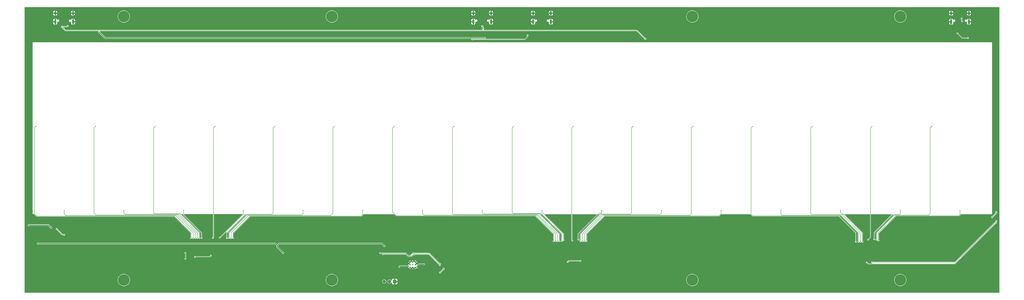
<source format=gbr>
%TF.GenerationSoftware,KiCad,Pcbnew,(6.0.5-0)*%
%TF.CreationDate,2022-11-13T17:01:48-06:00*%
%TF.ProjectId,skogaslider-main-pcb,736b6f67-6173-46c6-9964-65722d6d6169,rev?*%
%TF.SameCoordinates,Original*%
%TF.FileFunction,Copper,L2,Bot*%
%TF.FilePolarity,Positive*%
%FSLAX46Y46*%
G04 Gerber Fmt 4.6, Leading zero omitted, Abs format (unit mm)*
G04 Created by KiCad (PCBNEW (6.0.5-0)) date 2022-11-13 17:01:48*
%MOMM*%
%LPD*%
G01*
G04 APERTURE LIST*
%TA.AperFunction,ComponentPad*%
%ADD10C,3.600000*%
%TD*%
%TA.AperFunction,ConnectorPad*%
%ADD11C,5.600000*%
%TD*%
%TA.AperFunction,ComponentPad*%
%ADD12C,0.600000*%
%TD*%
%TA.AperFunction,ComponentPad*%
%ADD13O,1.000000X2.100000*%
%TD*%
%TA.AperFunction,ComponentPad*%
%ADD14O,1.000000X1.600000*%
%TD*%
%TA.AperFunction,ComponentPad*%
%ADD15R,1.700000X1.700000*%
%TD*%
%TA.AperFunction,ComponentPad*%
%ADD16O,1.700000X1.700000*%
%TD*%
%TA.AperFunction,ViaPad*%
%ADD17C,0.400000*%
%TD*%
%TA.AperFunction,ViaPad*%
%ADD18C,0.600000*%
%TD*%
%TA.AperFunction,ViaPad*%
%ADD19C,1.250000*%
%TD*%
%TA.AperFunction,Conductor*%
%ADD20C,0.150000*%
%TD*%
%TA.AperFunction,Conductor*%
%ADD21C,0.400000*%
%TD*%
%TA.AperFunction,Conductor*%
%ADD22C,0.300000*%
%TD*%
%TA.AperFunction,Conductor*%
%ADD23C,0.200000*%
%TD*%
G04 APERTURE END LIST*
D10*
%TO.P,H10,1,1*%
%TO.N,unconnected-(H10-Pad1)*%
X271330000Y-232780000D03*
D11*
X271330000Y-232780000D03*
%TD*%
%TO.P,H9,1,1*%
%TO.N,unconnected-(H9-Pad1)*%
X170321096Y-232780000D03*
D10*
X170321096Y-232780000D03*
%TD*%
D11*
%TO.P,H6,1,1*%
%TO.N,unconnected-(H6-Pad1)*%
X547321096Y-361050000D03*
D10*
X547321096Y-361050000D03*
%TD*%
D11*
%TO.P,H5,1,1*%
%TO.N,unconnected-(H5-Pad1)*%
X271330000Y-361050000D03*
D10*
X271330000Y-361050000D03*
%TD*%
D11*
%TO.P,H4,1,1*%
%TO.N,unconnected-(H4-Pad1)*%
X446340000Y-361050000D03*
D10*
X446340000Y-361050000D03*
%TD*%
D11*
%TO.P,H3,1,1*%
%TO.N,unconnected-(H3-Pad1)*%
X446340000Y-232780000D03*
D10*
X446340000Y-232780000D03*
%TD*%
D11*
%TO.P,H2,1,1*%
%TO.N,unconnected-(H2-Pad1)*%
X547321096Y-232780000D03*
D10*
X547321096Y-232780000D03*
%TD*%
%TO.P,H1,1,1*%
%TO.N,unconnected-(H1-Pad1)*%
X170321096Y-361050000D03*
D11*
X170321096Y-361050000D03*
%TD*%
D12*
%TO.P,U5,57,GND*%
%TO.N,GND*%
X309317346Y-354906669D03*
X309317346Y-353631669D03*
X310592346Y-354906669D03*
X311867346Y-353631669D03*
X310592346Y-353631669D03*
X309317346Y-352356669D03*
X310592346Y-352356669D03*
X311867346Y-354906669D03*
X311867346Y-352356669D03*
%TD*%
D13*
%TO.P,J1,S1,SHIELD*%
%TO.N,GND*%
X377641096Y-235320000D03*
X369001096Y-235320000D03*
D14*
X377641096Y-231140000D03*
X369001096Y-231140000D03*
%TD*%
%TO.P,J6,S1,SHIELD*%
%TO.N,GND*%
X572001096Y-231140000D03*
D13*
X580641096Y-235320000D03*
X572001096Y-235320000D03*
D14*
X580641096Y-231140000D03*
%TD*%
%TO.P,J2,S1,SHIELD*%
%TO.N,GND*%
X348641096Y-231140000D03*
X340001096Y-231140000D03*
D13*
X340001096Y-235320000D03*
X348641096Y-235320000D03*
%TD*%
D15*
%TO.P,J3,1,Pin_1*%
%TO.N,GND*%
X301827346Y-361801669D03*
D16*
%TO.P,J3,2,Pin_2*%
%TO.N,/SWDIO*%
X299287346Y-361801669D03*
%TO.P,J3,3,Pin_3*%
%TO.N,/SWCLK*%
X296747346Y-361801669D03*
%TD*%
D13*
%TO.P,J5,S1,SHIELD*%
%TO.N,GND*%
X145641096Y-235320000D03*
X137001096Y-235320000D03*
D14*
X145641096Y-231140000D03*
X137001096Y-231140000D03*
%TD*%
D17*
%TO.N,/SCL*%
X577320000Y-235040000D03*
X577070000Y-233750000D03*
%TO.N,/SDA*%
X140240500Y-237700000D03*
X143050000Y-237360000D03*
D18*
%TO.N,+5V*%
X247660000Y-347850000D03*
D17*
%TO.N,+3V3*%
X200190000Y-350690000D03*
X200210000Y-347940000D03*
D18*
%TO.N,GND*%
X250690000Y-345960000D03*
D17*
%TO.N,+1V1*%
X316082346Y-353331669D03*
X312612346Y-354961669D03*
X304106164Y-354643645D03*
X308572346Y-354261669D03*
D18*
%TO.N,/USB_D-*%
X323860000Y-357370000D03*
X325610000Y-355600000D03*
D17*
%TO.N,/KEY_1*%
X127571096Y-286281669D03*
X202984722Y-340551669D03*
%TO.N,/KEY_2*%
X141321096Y-327090668D03*
X203964722Y-340581669D03*
%TO.N,/KEY_3*%
X156571096Y-286281669D03*
X205014722Y-340591669D03*
%TO.N,/KEY_4*%
X205994722Y-340581669D03*
X170321096Y-327090668D03*
%TO.N,/KEY_5*%
X207004722Y-340591669D03*
X185571096Y-286281669D03*
%TO.N,/KEY_6*%
X199321096Y-327090668D03*
X208104722Y-340561669D03*
%TO.N,/KEY_7*%
X214571096Y-286281669D03*
X213554722Y-340561669D03*
%TO.N,/KEY_8*%
X228321096Y-327090668D03*
X216914722Y-340341669D03*
%TO.N,/KEY_9*%
X243571096Y-286281669D03*
X220344722Y-340581669D03*
%TO.N,/KEY_10*%
X257321096Y-327090668D03*
X221414722Y-340591669D03*
%TO.N,/KEY_11*%
X272571096Y-286281669D03*
X222384722Y-340581669D03*
%TO.N,/KEY_12*%
X286321096Y-327090668D03*
X223364722Y-340581669D03*
%TO.N,/KEY_13*%
X378964722Y-342061669D03*
X301571096Y-286281669D03*
%TO.N,/KEY_14*%
X379834722Y-342051669D03*
X315321096Y-327090668D03*
%TO.N,/KEY_15*%
X330571096Y-286281669D03*
X380784722Y-342081669D03*
%TO.N,/KEY_16*%
X344321096Y-327090668D03*
X381764722Y-342071669D03*
%TO.N,/KEY_17*%
X382934722Y-342081669D03*
X359571096Y-286281669D03*
%TO.N,/KEY_18*%
X373321096Y-327090668D03*
X383814722Y-341571669D03*
%TO.N,/KEY_19*%
X388571096Y-286281669D03*
X388034722Y-341861669D03*
%TO.N,/KEY_20*%
X402321096Y-327090668D03*
X390954722Y-341341669D03*
%TO.N,/KEY_21*%
X391964722Y-342091669D03*
X417571096Y-286281669D03*
%TO.N,/KEY_22*%
X392954722Y-342071669D03*
X431321096Y-327090668D03*
%TO.N,/KEY_23*%
X446571096Y-286281669D03*
X393944722Y-342081669D03*
%TO.N,/KEY_24*%
X394924722Y-342071669D03*
X460321096Y-327090668D03*
%TO.N,/KEY_25*%
X475571096Y-286281669D03*
X525704722Y-342422169D03*
%TO.N,/KEY_26*%
X526934722Y-342422169D03*
X489321096Y-327090668D03*
%TO.N,/KEY_27*%
X527954722Y-342422169D03*
X504571096Y-286281669D03*
%TO.N,/KEY_28*%
X518321096Y-327090668D03*
X528934722Y-342422169D03*
%TO.N,/KEY_29*%
X533571096Y-286281669D03*
X531704722Y-341381669D03*
%TO.N,/KEY_30*%
X534654722Y-341161669D03*
X547321096Y-327090668D03*
%TO.N,/KEY_31*%
X562571096Y-286281669D03*
X535764722Y-341441669D03*
%TO.N,/KEY_32*%
X576321096Y-327090668D03*
X536704722Y-341801669D03*
D18*
%TO.N,+5V*%
X345490000Y-243220000D03*
X296864722Y-344531669D03*
X158365480Y-240395480D03*
X124104722Y-334391669D03*
X134984722Y-335551669D03*
X128661344Y-343301669D03*
D17*
%TO.N,/RGB_DO*%
X137757763Y-336217086D03*
X141282346Y-339061669D03*
D18*
%TO.N,/SLIDER_RGB_DO*%
X591900000Y-330470000D03*
X593830000Y-328070000D03*
%TO.N,/PRE_USB_D-*%
X344281637Y-237481519D03*
X344729400Y-238729400D03*
%TO.N,/RIGHT_RGB_DO*%
X140910000Y-238400000D03*
X423450000Y-243560000D03*
D17*
%TO.N,/SCL*%
X593740000Y-333210000D03*
X391962346Y-351731669D03*
X294752346Y-347991669D03*
X323792346Y-353171669D03*
X385822346Y-352261669D03*
X531020031Y-352476465D03*
X310972346Y-348031669D03*
%TO.N,/SDA*%
X580100000Y-243220000D03*
X311271941Y-348582398D03*
X323772346Y-353871669D03*
X533660000Y-352380000D03*
X593920000Y-332330000D03*
X295997518Y-348478125D03*
X212540000Y-349200000D03*
X204870000Y-349780000D03*
X575070000Y-240940000D03*
%TO.N,/AUX_POWER_DETECT*%
X339480000Y-243880000D03*
X366310000Y-241940000D03*
D18*
%TO.N,GND*%
X208683356Y-346501669D03*
X309592346Y-360339782D03*
X268390000Y-345580000D03*
X296222346Y-359041669D03*
X318886939Y-356951169D03*
D19*
X305684722Y-330971669D03*
D18*
X535498596Y-348671669D03*
D19*
X363614722Y-330941669D03*
D18*
X317911716Y-349802044D03*
X313212346Y-360339782D03*
X326052346Y-347871669D03*
X376610000Y-241550000D03*
X301182346Y-354021669D03*
X318786456Y-352801669D03*
D19*
X237930785Y-336097584D03*
D18*
X301172346Y-355141669D03*
D19*
X334452210Y-336097584D03*
D18*
X348910000Y-241470000D03*
X318814722Y-358311669D03*
X369250000Y-238000000D03*
X282422346Y-360241669D03*
X279902346Y-360241669D03*
D19*
X353756495Y-336097584D03*
X286204722Y-331151669D03*
D18*
X376900000Y-237830000D03*
D19*
X276539355Y-336097584D03*
D18*
X301802346Y-359541669D03*
D19*
X373060785Y-336097584D03*
D18*
X308100000Y-347440000D03*
X306042346Y-352523129D03*
X313982346Y-346791140D03*
X281162346Y-351251669D03*
X281172346Y-360241669D03*
X319044722Y-354961669D03*
X315342346Y-359669782D03*
X368380000Y-241870000D03*
X383183596Y-346481669D03*
X296252346Y-351711669D03*
D19*
X344404722Y-331001669D03*
X295843640Y-336097584D03*
D18*
X340300000Y-241360000D03*
X216453356Y-348671669D03*
X283702346Y-360231669D03*
X527668596Y-346501669D03*
D19*
X266904722Y-331061669D03*
X325134722Y-330941669D03*
X315147925Y-336097584D03*
D18*
X579900000Y-238920000D03*
X339820000Y-238310000D03*
D19*
X247504722Y-331091669D03*
D18*
X341154722Y-350951669D03*
X277767469Y-351231669D03*
X391023596Y-348481669D03*
X143650000Y-241110000D03*
D19*
X257235070Y-336097584D03*
D18*
X318786456Y-353871669D03*
%TD*%
D20*
%TO.N,/SCL*%
X577320000Y-234780000D02*
X577320000Y-235040000D01*
X577070000Y-234530000D02*
X577320000Y-234780000D01*
X577070000Y-233750000D02*
X577070000Y-234530000D01*
%TO.N,/SDA*%
X143050000Y-237360000D02*
X142710000Y-237700000D01*
X142710000Y-237700000D02*
X140240500Y-237700000D01*
D21*
%TO.N,+5V*%
X244870000Y-345060000D02*
X247660000Y-347850000D01*
X244870000Y-344210000D02*
X244870000Y-345060000D01*
X128661344Y-343301669D02*
X243961669Y-343301669D01*
X243961669Y-343301669D02*
X244870000Y-344210000D01*
X244870000Y-344210000D02*
X244890000Y-344210000D01*
X244890000Y-344210000D02*
X245798331Y-343301669D01*
X245798331Y-343301669D02*
X295634722Y-343301669D01*
X295634722Y-343301669D02*
X296864722Y-344531669D01*
D22*
%TO.N,+3V3*%
X200210000Y-350670000D02*
X200190000Y-350690000D01*
X200210000Y-347940000D02*
X200210000Y-350670000D01*
D21*
%TO.N,+1V1*%
X313652346Y-353331669D02*
X312612346Y-354371669D01*
X304488140Y-354261669D02*
X304106164Y-354643645D01*
X316082346Y-353331669D02*
X313652346Y-353331669D01*
X308572346Y-354261669D02*
X304488140Y-354261669D01*
X312612346Y-354371669D02*
X312612346Y-354961669D01*
D23*
%TO.N,/USB_D-*%
X325610000Y-355600000D02*
X323860000Y-357350000D01*
X323860000Y-357350000D02*
X323860000Y-357370000D01*
D20*
%TO.N,/KEY_1*%
X126994722Y-286841669D02*
X126834722Y-287001669D01*
X127571096Y-286281669D02*
X127554722Y-286281669D01*
X128074722Y-329991669D02*
X192884722Y-329991669D01*
X126834722Y-287001669D02*
X126834722Y-287561669D01*
X127554722Y-286281669D02*
X126994722Y-286841669D01*
X202964722Y-338151669D02*
X202984722Y-338171669D01*
X202984722Y-338171669D02*
X202984722Y-340551669D01*
X126834722Y-328751669D02*
X128074722Y-329991669D01*
X194804722Y-329991669D02*
X202964722Y-338151669D01*
X192884722Y-329991669D02*
X194804722Y-329991669D01*
X126834722Y-287561669D02*
X126834722Y-328751669D01*
%TO.N,/KEY_2*%
X141321096Y-327090668D02*
X141321096Y-328898043D01*
X141321096Y-328898043D02*
X142115202Y-329692149D01*
X203984722Y-340561669D02*
X203964722Y-340581669D01*
X192635202Y-329692149D02*
X195625202Y-329692149D01*
X195625202Y-329692149D02*
X203984722Y-338051669D01*
X203984722Y-338051669D02*
X203984722Y-340561669D01*
X144014722Y-329692149D02*
X192635202Y-329692149D01*
X142115202Y-329692149D02*
X144014722Y-329692149D01*
%TO.N,/KEY_3*%
X155824722Y-287011669D02*
X155824722Y-287871669D01*
X156554722Y-286281669D02*
X156024722Y-286811669D01*
X155824722Y-287871669D02*
X155824722Y-328451669D01*
X158524722Y-329392629D02*
X192725682Y-329392629D01*
X155824722Y-328451669D02*
X156765682Y-329392629D01*
X156765682Y-329392629D02*
X158524722Y-329392629D01*
X196385682Y-329392629D02*
X205034722Y-338041669D01*
X156571096Y-286281669D02*
X156554722Y-286281669D01*
X156024722Y-286811669D02*
X155824722Y-287011669D01*
X205034722Y-340571669D02*
X205014722Y-340591669D01*
X192725682Y-329392629D02*
X196385682Y-329392629D01*
X205034722Y-338041669D02*
X205034722Y-340571669D01*
%TO.N,/KEY_4*%
X174454722Y-329093109D02*
X192774722Y-329093109D01*
X206014722Y-340561669D02*
X205994722Y-340581669D01*
X206014722Y-338081669D02*
X206014722Y-340561669D01*
X170321096Y-328468043D02*
X170946162Y-329093109D01*
X192774722Y-329093109D02*
X197026162Y-329093109D01*
X170321096Y-327090668D02*
X170321096Y-328468043D01*
X197026162Y-329093109D02*
X206014722Y-338081669D01*
X170946162Y-329093109D02*
X174454722Y-329093109D01*
%TO.N,/KEY_5*%
X207004722Y-338081669D02*
X207004722Y-340591669D01*
X185571096Y-286281669D02*
X185564722Y-286281669D01*
X184874722Y-286971669D02*
X184824722Y-287021669D01*
X184824722Y-287021669D02*
X184824722Y-287891669D01*
X185564722Y-286281669D02*
X184874722Y-286971669D01*
X192744722Y-328793589D02*
X197716642Y-328793589D01*
X186574722Y-328793589D02*
X192744722Y-328793589D01*
X185176642Y-328793589D02*
X186574722Y-328793589D01*
X184824722Y-287891669D02*
X184824722Y-328441669D01*
X197716642Y-328793589D02*
X207004722Y-338081669D01*
X184824722Y-328441669D02*
X185176642Y-328793589D01*
%TO.N,/KEY_6*%
X199321096Y-327090668D02*
X199321096Y-329238043D01*
X208114722Y-338031669D02*
X208114722Y-340551669D01*
X208114722Y-340551669D02*
X208104722Y-340561669D01*
X199321096Y-329238043D02*
X208114722Y-338031669D01*
%TO.N,/KEY_7*%
X213824722Y-287031669D02*
X213824722Y-288071669D01*
X213824722Y-340291669D02*
X213554722Y-340561669D01*
X213884722Y-286971669D02*
X213824722Y-287031669D01*
X213824722Y-339581669D02*
X213824722Y-340291669D01*
X214571096Y-286281669D02*
X214571096Y-286285295D01*
X214571096Y-286285295D02*
X213884722Y-286971669D01*
X213824722Y-288071669D02*
X213824722Y-339581669D01*
%TO.N,/KEY_8*%
X216914722Y-340341669D02*
X217054722Y-340341669D01*
X217054722Y-340341669D02*
X228321096Y-329075295D01*
X228321096Y-329075295D02*
X228321096Y-327090668D01*
%TO.N,/KEY_9*%
X243571096Y-286281669D02*
X243571096Y-286295295D01*
X242934722Y-286931669D02*
X242824722Y-287041669D01*
X242143282Y-329053109D02*
X241124722Y-329053109D01*
X220334722Y-338041669D02*
X220334722Y-340571669D01*
X242824722Y-288021669D02*
X242824722Y-328371669D01*
X229323282Y-329053109D02*
X220334722Y-338041669D01*
X237273282Y-329053109D02*
X229323282Y-329053109D01*
X242824722Y-287041669D02*
X242824722Y-288021669D01*
X241124722Y-329053109D02*
X237273282Y-329053109D01*
X242824722Y-328371669D02*
X242143282Y-329053109D01*
X220334722Y-340571669D02*
X220344722Y-340581669D01*
X243571096Y-286295295D02*
X242934722Y-286931669D01*
%TO.N,/KEY_10*%
X230103762Y-329352629D02*
X221414722Y-338041669D01*
X257321096Y-327090668D02*
X257321096Y-328735295D01*
X257321096Y-328735295D02*
X256703762Y-329352629D01*
X221414722Y-338041669D02*
X221414722Y-340591669D01*
X237005682Y-329352629D02*
X230103762Y-329352629D01*
X253164722Y-329352629D02*
X237005682Y-329352629D01*
X256703762Y-329352629D02*
X253164722Y-329352629D01*
%TO.N,/KEY_11*%
X272034722Y-286801669D02*
X271814722Y-287021669D01*
X270674242Y-329652149D02*
X267474722Y-329652149D01*
X272571096Y-286281669D02*
X272554722Y-286281669D01*
X267474722Y-329652149D02*
X236944722Y-329652149D01*
X230754242Y-329652149D02*
X222374722Y-338031669D01*
X222374722Y-338031669D02*
X222374722Y-340571669D01*
X236944722Y-329652149D02*
X230754242Y-329652149D01*
X271814722Y-287741669D02*
X271814722Y-328511669D01*
X271814722Y-328511669D02*
X270674242Y-329652149D01*
X271814722Y-287021669D02*
X271814722Y-287741669D01*
X222374722Y-340571669D02*
X222384722Y-340581669D01*
X272554722Y-286281669D02*
X272034722Y-286801669D01*
%TO.N,/KEY_12*%
X236834722Y-329951669D02*
X231564722Y-329951669D01*
X223504722Y-338011669D02*
X223364722Y-338151669D01*
X286321096Y-327090668D02*
X286321096Y-329215295D01*
X231564722Y-329951669D02*
X223504722Y-338011669D01*
X285584722Y-329951669D02*
X236834722Y-329951669D01*
X286321096Y-329215295D02*
X285614722Y-329921669D01*
X223364722Y-338151669D02*
X223364722Y-340581669D01*
X285614722Y-329921669D02*
X285584722Y-329951669D01*
%TO.N,/KEY_13*%
X300814722Y-327921669D02*
X300944722Y-328051669D01*
X302684722Y-329791669D02*
X370214722Y-329791669D01*
X300814722Y-288091669D02*
X300814722Y-327921669D01*
X301571096Y-286315295D02*
X300834722Y-287051669D01*
X300944722Y-328051669D02*
X302684722Y-329791669D01*
X300834722Y-287051669D02*
X300814722Y-287071669D01*
X300814722Y-287071669D02*
X300814722Y-288091669D01*
X378964722Y-338541669D02*
X378964722Y-342061669D01*
X301571096Y-286281669D02*
X301571096Y-286315295D01*
X370214722Y-329791669D02*
X378964722Y-338541669D01*
%TO.N,/KEY_14*%
X370785202Y-329492149D02*
X379834722Y-338541669D01*
X315321096Y-328748043D02*
X316065202Y-329492149D01*
X316065202Y-329492149D02*
X370785202Y-329492149D01*
X379834722Y-338541669D02*
X379834722Y-342051669D01*
X315321096Y-327090668D02*
X315321096Y-328748043D01*
%TO.N,/KEY_15*%
X330534722Y-286281669D02*
X329814722Y-287001669D01*
X329814722Y-287001669D02*
X329814722Y-328691669D01*
X330315682Y-329192629D02*
X371425682Y-329192629D01*
X380784722Y-338551669D02*
X380784722Y-342081669D01*
X329814722Y-328691669D02*
X330315682Y-329192629D01*
X371425682Y-329192629D02*
X380784722Y-338551669D01*
X330571096Y-286281669D02*
X330534722Y-286281669D01*
%TO.N,/KEY_16*%
X372116162Y-328893109D02*
X381764722Y-338541669D01*
X344321096Y-327090668D02*
X344321096Y-328168043D01*
X345046162Y-328893109D02*
X372116162Y-328893109D01*
X381764722Y-338541669D02*
X381764722Y-342071669D01*
X344321096Y-328168043D02*
X345046162Y-328893109D01*
%TO.N,/KEY_17*%
X358824722Y-286981669D02*
X358824722Y-328081669D01*
X359524722Y-286281669D02*
X358824722Y-286981669D01*
X359571096Y-286281669D02*
X359524722Y-286281669D01*
X372946642Y-328593589D02*
X382894722Y-338541669D01*
X359336642Y-328593589D02*
X372946642Y-328593589D01*
X382894722Y-338541669D02*
X382894722Y-342041669D01*
X382894722Y-342041669D02*
X382934722Y-342081669D01*
X358824722Y-328081669D02*
X359336642Y-328593589D01*
%TO.N,/KEY_18*%
X383784722Y-338541669D02*
X383784722Y-341541669D01*
X373321096Y-328078043D02*
X383784722Y-338541669D01*
X383784722Y-341541669D02*
X383814722Y-341571669D01*
X373321096Y-327090668D02*
X373321096Y-328078043D01*
%TO.N,/KEY_19*%
X388571096Y-286281669D02*
X388571096Y-286285295D01*
X387814722Y-287041669D02*
X387814722Y-288001669D01*
X387944722Y-286911669D02*
X387814722Y-287041669D01*
X387814722Y-288001669D02*
X387814722Y-341641669D01*
X387814722Y-341641669D02*
X388034722Y-341861669D01*
X388571096Y-286285295D02*
X387944722Y-286911669D01*
%TO.N,/KEY_20*%
X402314722Y-327097042D02*
X402314722Y-328321669D01*
X402321096Y-327090668D02*
X402314722Y-327097042D01*
X390924722Y-338561669D02*
X390924722Y-341311669D01*
X402012802Y-328643589D02*
X401954722Y-328643589D01*
X402314722Y-328321669D02*
X402314722Y-328341669D01*
X401954722Y-328643589D02*
X400842802Y-328643589D01*
X390924722Y-341311669D02*
X390954722Y-341341669D01*
X400842802Y-328643589D02*
X390924722Y-338561669D01*
X402314722Y-328341669D02*
X402012802Y-328643589D01*
%TO.N,/KEY_21*%
X417571096Y-286281669D02*
X417564722Y-286281669D01*
X416273282Y-328943109D02*
X401683282Y-328943109D01*
X416814722Y-287031669D02*
X416814722Y-328401669D01*
X416814722Y-328401669D02*
X416273282Y-328943109D01*
X401683282Y-328943109D02*
X391964722Y-338661669D01*
X417564722Y-286281669D02*
X416814722Y-287031669D01*
X391964722Y-338661669D02*
X391964722Y-342091669D01*
%TO.N,/KEY_22*%
X392954722Y-338661669D02*
X402373762Y-329242629D01*
X430583762Y-329242629D02*
X431321096Y-328505295D01*
X431321096Y-328505295D02*
X431321096Y-327090668D01*
X392954722Y-342071669D02*
X392954722Y-338661669D01*
X402373762Y-329242629D02*
X430583762Y-329242629D01*
%TO.N,/KEY_23*%
X445824722Y-328941669D02*
X445224242Y-329542149D01*
X393944722Y-338681669D02*
X393944722Y-342081669D01*
X445224242Y-329542149D02*
X403084242Y-329542149D01*
X446571096Y-286281669D02*
X446564722Y-286281669D01*
X403084242Y-329542149D02*
X393944722Y-338681669D01*
X445824722Y-287021669D02*
X445824722Y-328941669D01*
X446564722Y-286281669D02*
X445824722Y-287021669D01*
%TO.N,/KEY_24*%
X403804722Y-329841669D02*
X408494722Y-329841669D01*
X460321096Y-328775295D02*
X459254722Y-329841669D01*
X412934722Y-329841669D02*
X408494722Y-329841669D01*
X394924722Y-338721669D02*
X403804722Y-329841669D01*
X460321096Y-327090668D02*
X460321096Y-328775295D01*
X394924722Y-342071669D02*
X394924722Y-338721669D01*
X459254722Y-329841669D02*
X412934722Y-329841669D01*
%TO.N,/KEY_25*%
X525704722Y-342422169D02*
X525704722Y-338051669D01*
X475564722Y-286281669D02*
X475571096Y-286281669D01*
X474824722Y-329051669D02*
X474824722Y-287021669D01*
X475614722Y-329841669D02*
X474824722Y-329051669D01*
X517494722Y-329841669D02*
X475614722Y-329841669D01*
X525704722Y-338051669D02*
X517494722Y-329841669D01*
X474824722Y-287021669D02*
X475564722Y-286281669D01*
%TO.N,/KEY_26*%
X489321096Y-328968043D02*
X489321096Y-327090668D01*
X526934722Y-338091669D02*
X518385202Y-329542149D01*
X518385202Y-329542149D02*
X489895202Y-329542149D01*
X526934722Y-342422169D02*
X526934722Y-338091669D01*
X489895202Y-329542149D02*
X489321096Y-328968043D01*
%TO.N,/KEY_27*%
X503824722Y-328671669D02*
X503824722Y-287021669D01*
X504395682Y-329242629D02*
X503824722Y-328671669D01*
X527954722Y-342422169D02*
X527954722Y-338091669D01*
X503824722Y-287021669D02*
X504564722Y-286281669D01*
X519105682Y-329242629D02*
X504395682Y-329242629D01*
X504564722Y-286281669D02*
X504571096Y-286281669D01*
X527954722Y-338091669D02*
X519105682Y-329242629D01*
%TO.N,/KEY_28*%
X518324722Y-327094294D02*
X518321096Y-327090668D01*
X519796162Y-328943109D02*
X519014722Y-328943109D01*
X528934722Y-342422169D02*
X528934722Y-338081669D01*
X528934722Y-338081669D02*
X519796162Y-328943109D01*
X519014722Y-328943109D02*
X518324722Y-328253109D01*
X518324722Y-328253109D02*
X518324722Y-327094294D01*
%TO.N,/KEY_29*%
X533554722Y-286281669D02*
X532884722Y-286951669D01*
X532824722Y-340261669D02*
X531704722Y-341381669D01*
X532824722Y-288281669D02*
X532824722Y-340261669D01*
X532884722Y-286951669D02*
X532824722Y-287011669D01*
X532824722Y-287011669D02*
X532824722Y-288281669D01*
X533571096Y-286281669D02*
X533554722Y-286281669D01*
%TO.N,/KEY_30*%
X547321096Y-327090668D02*
X547321096Y-328685295D01*
X547321096Y-328685295D02*
X546813762Y-329192629D01*
X534654722Y-337961669D02*
X534654722Y-341161669D01*
X546813762Y-329192629D02*
X543423762Y-329192629D01*
X543423762Y-329192629D02*
X534654722Y-337961669D01*
%TO.N,/KEY_31*%
X561824722Y-287051669D02*
X561824722Y-328821669D01*
X562571096Y-286281669D02*
X562571096Y-286305295D01*
X535764722Y-338071669D02*
X535764722Y-341441669D01*
X561824722Y-328821669D02*
X561154242Y-329492149D01*
X544344242Y-329492149D02*
X535764722Y-338071669D01*
X562571096Y-286305295D02*
X561824722Y-287051669D01*
X561154242Y-329492149D02*
X544344242Y-329492149D01*
%TO.N,/KEY_32*%
X576321096Y-329255295D02*
X576321096Y-327090668D01*
X545044722Y-329791669D02*
X575784722Y-329791669D01*
X536704722Y-338131669D02*
X545044722Y-329791669D01*
X575784722Y-329791669D02*
X576321096Y-329255295D01*
X536704722Y-341801669D02*
X536704722Y-338131669D01*
D21*
%TO.N,+5V*%
X345490000Y-243220000D02*
X161190000Y-243220000D01*
X126164722Y-334381669D02*
X124114722Y-334381669D01*
X161190000Y-243220000D02*
X158365480Y-240395480D01*
X133814722Y-334381669D02*
X134984722Y-335551669D01*
X124114722Y-334381669D02*
X124104722Y-334391669D01*
X126164722Y-334381669D02*
X133814722Y-334381669D01*
D20*
%TO.N,/RGB_DO*%
X140602346Y-339061669D02*
X137757763Y-336217086D01*
X141282346Y-339061669D02*
X140602346Y-339061669D01*
%TO.N,/SLIDER_RGB_DO*%
X591900000Y-330470000D02*
X593830000Y-328540000D01*
X593830000Y-328540000D02*
X593830000Y-328070000D01*
D23*
%TO.N,/PRE_USB_D-*%
X344729400Y-238729400D02*
X344729400Y-237929282D01*
X344729400Y-237929282D02*
X344281637Y-237481519D01*
%TO.N,/RIGHT_RGB_DO*%
X419440000Y-239640000D02*
X142150000Y-239640000D01*
X423360000Y-243560000D02*
X423450000Y-243560000D01*
X419440000Y-239640000D02*
X423360000Y-243560000D01*
X142150000Y-239640000D02*
X140910000Y-238400000D01*
D20*
%TO.N,/SCL*%
X307302346Y-347991669D02*
X308482346Y-349171669D01*
X573650000Y-353230000D02*
X531773566Y-353230000D01*
X318652346Y-348031669D02*
X323792346Y-353171669D01*
X531773566Y-353230000D02*
X531020031Y-352476465D01*
X310452346Y-348031669D02*
X310972346Y-348031669D01*
X310972346Y-348031669D02*
X318652346Y-348031669D01*
X573720000Y-353230000D02*
X573650000Y-353230000D01*
X309312346Y-349171669D02*
X310452346Y-348031669D01*
X386032346Y-351731669D02*
X391962346Y-351731669D01*
X593740000Y-333210000D02*
X579230000Y-347720000D01*
X385822346Y-352261669D02*
X385822346Y-351941669D01*
X385822346Y-351941669D02*
X386032346Y-351731669D01*
X294752346Y-347991669D02*
X307302346Y-347991669D01*
X308482346Y-349171669D02*
X309312346Y-349171669D01*
X579230000Y-347720000D02*
X573720000Y-353230000D01*
%TO.N,/SDA*%
X593920000Y-332330000D02*
X573870000Y-352380000D01*
X310891617Y-348582398D02*
X311271941Y-348582398D01*
X575070000Y-240940000D02*
X577350000Y-243220000D01*
X318483075Y-348582398D02*
X323772346Y-353871669D01*
X311271941Y-348582398D02*
X318483075Y-348582398D01*
X308358281Y-349471189D02*
X310002826Y-349471189D01*
X573870000Y-352380000D02*
X533660000Y-352380000D01*
X295997518Y-348478125D02*
X307365216Y-348478125D01*
X577350000Y-243220000D02*
X580100000Y-243220000D01*
X307365216Y-348478125D02*
X308358281Y-349471189D01*
X310002826Y-349471189D02*
X310891617Y-348582398D01*
X211960000Y-349780000D02*
X212540000Y-349200000D01*
X204870000Y-349780000D02*
X211960000Y-349780000D01*
%TO.N,/AUX_POWER_DETECT*%
X366310000Y-241940000D02*
X366310000Y-242470000D01*
X366310000Y-242470000D02*
X365140000Y-243640000D01*
X339490000Y-243870000D02*
X339480000Y-243880000D01*
X340600000Y-243870000D02*
X339490000Y-243870000D01*
X365140000Y-243640000D02*
X364910000Y-243870000D01*
X364910000Y-243870000D02*
X340600000Y-243870000D01*
%TD*%
%TA.AperFunction,Conductor*%
%TO.N,GND*%
G36*
X595372121Y-228260002D02*
G01*
X595418614Y-228313658D01*
X595430000Y-228366000D01*
X595430000Y-367114000D01*
X595409998Y-367182121D01*
X595356342Y-367228614D01*
X595304000Y-367240000D01*
X122236000Y-367240000D01*
X122167879Y-367219998D01*
X122121386Y-367166342D01*
X122110000Y-367114000D01*
X122110000Y-360957166D01*
X167367054Y-360957166D01*
X167375961Y-361297310D01*
X167423905Y-361634176D01*
X167510248Y-361963300D01*
X167633849Y-362280318D01*
X167635546Y-362283523D01*
X167767901Y-362533498D01*
X167793067Y-362581029D01*
X167795117Y-362584012D01*
X167795119Y-362584015D01*
X167983736Y-362858455D01*
X167983742Y-362858462D01*
X167985793Y-362861447D01*
X168209472Y-363117855D01*
X168461140Y-363346855D01*
X168737460Y-363545411D01*
X169034770Y-363710892D01*
X169349131Y-363841104D01*
X169352625Y-363842099D01*
X169352627Y-363842100D01*
X169672873Y-363933325D01*
X169672878Y-363933326D01*
X169676374Y-363934322D01*
X169869300Y-363965915D01*
X170008581Y-363988723D01*
X170008588Y-363988724D01*
X170012162Y-363989309D01*
X170182103Y-363997323D01*
X170348418Y-364005167D01*
X170348419Y-364005167D01*
X170352045Y-364005338D01*
X170361368Y-364004702D01*
X170687887Y-363982443D01*
X170687895Y-363982442D01*
X170691518Y-363982195D01*
X170695094Y-363981532D01*
X170695096Y-363981532D01*
X171022517Y-363920848D01*
X171022521Y-363920847D01*
X171026082Y-363920187D01*
X171351301Y-363820137D01*
X171662865Y-363683370D01*
X171956645Y-363511699D01*
X171959554Y-363509515D01*
X172225839Y-363309582D01*
X172225843Y-363309579D01*
X172228746Y-363307399D01*
X172475563Y-363073179D01*
X172693823Y-362812143D01*
X172695811Y-362809117D01*
X172878647Y-362530776D01*
X172878652Y-362530767D01*
X172880634Y-362527750D01*
X172957077Y-362375761D01*
X173031893Y-362227007D01*
X173031896Y-362226999D01*
X173033520Y-362223771D01*
X173052553Y-362171760D01*
X173149206Y-361907645D01*
X173149209Y-361907635D01*
X173150454Y-361904233D01*
X173151299Y-361900711D01*
X173151302Y-361900703D01*
X173229039Y-361576903D01*
X173229040Y-361576899D01*
X173229886Y-361573374D01*
X173233538Y-361543194D01*
X173270428Y-361238356D01*
X173270429Y-361238349D01*
X173270764Y-361235577D01*
X173276596Y-361050000D01*
X173271711Y-360965273D01*
X173271244Y-360957166D01*
X268375958Y-360957166D01*
X268384865Y-361297310D01*
X268432809Y-361634176D01*
X268519152Y-361963300D01*
X268642753Y-362280318D01*
X268644450Y-362283523D01*
X268776805Y-362533498D01*
X268801971Y-362581029D01*
X268804021Y-362584012D01*
X268804023Y-362584015D01*
X268992640Y-362858455D01*
X268992646Y-362858462D01*
X268994697Y-362861447D01*
X269218376Y-363117855D01*
X269470044Y-363346855D01*
X269746364Y-363545411D01*
X270043674Y-363710892D01*
X270358035Y-363841104D01*
X270361529Y-363842099D01*
X270361531Y-363842100D01*
X270681777Y-363933325D01*
X270681782Y-363933326D01*
X270685278Y-363934322D01*
X270878204Y-363965915D01*
X271017485Y-363988723D01*
X271017492Y-363988724D01*
X271021066Y-363989309D01*
X271191007Y-363997323D01*
X271357322Y-364005167D01*
X271357323Y-364005167D01*
X271360949Y-364005338D01*
X271370272Y-364004702D01*
X271696791Y-363982443D01*
X271696799Y-363982442D01*
X271700422Y-363982195D01*
X271703998Y-363981532D01*
X271704000Y-363981532D01*
X272031421Y-363920848D01*
X272031425Y-363920847D01*
X272034986Y-363920187D01*
X272360205Y-363820137D01*
X272671769Y-363683370D01*
X272965549Y-363511699D01*
X272968458Y-363509515D01*
X273234743Y-363309582D01*
X273234747Y-363309579D01*
X273237650Y-363307399D01*
X273484467Y-363073179D01*
X273702727Y-362812143D01*
X273704715Y-362809117D01*
X273887551Y-362530776D01*
X273887556Y-362530767D01*
X273889538Y-362527750D01*
X273965981Y-362375761D01*
X274040797Y-362227007D01*
X274040800Y-362226999D01*
X274042424Y-362223771D01*
X274061457Y-362171760D01*
X274158110Y-361907645D01*
X274158113Y-361907635D01*
X274159358Y-361904233D01*
X274160203Y-361900711D01*
X274160206Y-361900703D01*
X274187352Y-361787632D01*
X295742103Y-361787632D01*
X295758521Y-361983152D01*
X295812604Y-362171760D01*
X295815422Y-362177243D01*
X295899469Y-362340782D01*
X295899472Y-362340786D01*
X295902290Y-362346270D01*
X296024164Y-362500038D01*
X296028857Y-362504032D01*
X296028858Y-362504033D01*
X296115570Y-362577830D01*
X296173584Y-362627204D01*
X296178962Y-362630210D01*
X296178964Y-362630211D01*
X296215278Y-362650506D01*
X296344859Y-362722926D01*
X296531464Y-362783558D01*
X296726292Y-362806790D01*
X296732427Y-362806318D01*
X296732429Y-362806318D01*
X296915780Y-362792210D01*
X296915784Y-362792209D01*
X296921922Y-362791737D01*
X297110902Y-362738972D01*
X297286035Y-362650506D01*
X297315861Y-362627204D01*
X297435799Y-362533498D01*
X297440649Y-362529709D01*
X297445134Y-362524514D01*
X297564831Y-362385842D01*
X297564831Y-362385841D01*
X297568855Y-362381180D01*
X297665771Y-362210578D01*
X297727704Y-362024401D01*
X297752295Y-361829740D01*
X297752687Y-361801669D01*
X297751311Y-361787632D01*
X298282103Y-361787632D01*
X298298521Y-361983152D01*
X298352604Y-362171760D01*
X298355422Y-362177243D01*
X298439469Y-362340782D01*
X298439472Y-362340786D01*
X298442290Y-362346270D01*
X298564164Y-362500038D01*
X298568857Y-362504032D01*
X298568858Y-362504033D01*
X298655570Y-362577830D01*
X298713584Y-362627204D01*
X298718962Y-362630210D01*
X298718964Y-362630211D01*
X298755278Y-362650506D01*
X298884859Y-362722926D01*
X299071464Y-362783558D01*
X299266292Y-362806790D01*
X299272427Y-362806318D01*
X299272429Y-362806318D01*
X299455780Y-362792210D01*
X299455784Y-362792209D01*
X299461922Y-362791737D01*
X299650902Y-362738972D01*
X299826035Y-362650506D01*
X299855861Y-362627204D01*
X299975799Y-362533498D01*
X299980649Y-362529709D01*
X299985134Y-362524514D01*
X300104831Y-362385842D01*
X300104831Y-362385841D01*
X300108855Y-362381180D01*
X300205771Y-362210578D01*
X300223789Y-362156414D01*
X300264271Y-362098090D01*
X300329859Y-362070911D01*
X300399730Y-362083506D01*
X300451699Y-362131876D01*
X300469347Y-362196187D01*
X300469347Y-362696338D01*
X300469717Y-362703159D01*
X300475241Y-362754021D01*
X300478867Y-362769273D01*
X300524022Y-362889723D01*
X300532560Y-362905318D01*
X300609061Y-363007393D01*
X300621622Y-363019954D01*
X300723697Y-363096455D01*
X300739292Y-363104993D01*
X300859740Y-363150147D01*
X300874995Y-363153774D01*
X300925860Y-363159300D01*
X300932674Y-363159669D01*
X301555231Y-363159669D01*
X301570470Y-363155194D01*
X301571675Y-363153804D01*
X301573346Y-363146121D01*
X301573346Y-363141553D01*
X302081346Y-363141553D01*
X302085821Y-363156792D01*
X302087211Y-363157997D01*
X302094894Y-363159668D01*
X302722015Y-363159668D01*
X302728836Y-363159298D01*
X302779698Y-363153774D01*
X302794950Y-363150148D01*
X302915400Y-363104993D01*
X302930995Y-363096455D01*
X303033070Y-363019954D01*
X303045631Y-363007393D01*
X303122132Y-362905318D01*
X303130670Y-362889723D01*
X303175824Y-362769275D01*
X303179451Y-362754020D01*
X303184977Y-362703155D01*
X303185346Y-362696341D01*
X303185346Y-362073784D01*
X303180871Y-362058545D01*
X303179481Y-362057340D01*
X303171798Y-362055669D01*
X302099461Y-362055669D01*
X302084222Y-362060144D01*
X302083017Y-362061534D01*
X302081346Y-362069217D01*
X302081346Y-363141553D01*
X301573346Y-363141553D01*
X301573346Y-361529554D01*
X302081346Y-361529554D01*
X302085821Y-361544793D01*
X302087211Y-361545998D01*
X302094894Y-361547669D01*
X303167230Y-361547669D01*
X303182469Y-361543194D01*
X303183674Y-361541804D01*
X303185345Y-361534121D01*
X303185345Y-360957166D01*
X443385958Y-360957166D01*
X443394865Y-361297310D01*
X443442809Y-361634176D01*
X443529152Y-361963300D01*
X443652753Y-362280318D01*
X443654450Y-362283523D01*
X443786805Y-362533498D01*
X443811971Y-362581029D01*
X443814021Y-362584012D01*
X443814023Y-362584015D01*
X444002640Y-362858455D01*
X444002646Y-362858462D01*
X444004697Y-362861447D01*
X444228376Y-363117855D01*
X444480044Y-363346855D01*
X444756364Y-363545411D01*
X445053674Y-363710892D01*
X445368035Y-363841104D01*
X445371529Y-363842099D01*
X445371531Y-363842100D01*
X445691777Y-363933325D01*
X445691782Y-363933326D01*
X445695278Y-363934322D01*
X445888204Y-363965915D01*
X446027485Y-363988723D01*
X446027492Y-363988724D01*
X446031066Y-363989309D01*
X446201007Y-363997323D01*
X446367322Y-364005167D01*
X446367323Y-364005167D01*
X446370949Y-364005338D01*
X446380272Y-364004702D01*
X446706791Y-363982443D01*
X446706799Y-363982442D01*
X446710422Y-363982195D01*
X446713998Y-363981532D01*
X446714000Y-363981532D01*
X447041421Y-363920848D01*
X447041425Y-363920847D01*
X447044986Y-363920187D01*
X447370205Y-363820137D01*
X447681769Y-363683370D01*
X447975549Y-363511699D01*
X447978458Y-363509515D01*
X448244743Y-363309582D01*
X448244747Y-363309579D01*
X448247650Y-363307399D01*
X448494467Y-363073179D01*
X448712727Y-362812143D01*
X448714715Y-362809117D01*
X448897551Y-362530776D01*
X448897556Y-362530767D01*
X448899538Y-362527750D01*
X448975981Y-362375761D01*
X449050797Y-362227007D01*
X449050800Y-362226999D01*
X449052424Y-362223771D01*
X449071457Y-362171760D01*
X449168110Y-361907645D01*
X449168113Y-361907635D01*
X449169358Y-361904233D01*
X449170203Y-361900711D01*
X449170206Y-361900703D01*
X449247943Y-361576903D01*
X449247944Y-361576899D01*
X449248790Y-361573374D01*
X449252442Y-361543194D01*
X449289332Y-361238356D01*
X449289333Y-361238349D01*
X449289668Y-361235577D01*
X449295500Y-361050000D01*
X449290615Y-360965273D01*
X449290148Y-360957166D01*
X544367054Y-360957166D01*
X544375961Y-361297310D01*
X544423905Y-361634176D01*
X544510248Y-361963300D01*
X544633849Y-362280318D01*
X544635546Y-362283523D01*
X544767901Y-362533498D01*
X544793067Y-362581029D01*
X544795117Y-362584012D01*
X544795119Y-362584015D01*
X544983736Y-362858455D01*
X544983742Y-362858462D01*
X544985793Y-362861447D01*
X545209472Y-363117855D01*
X545461140Y-363346855D01*
X545737460Y-363545411D01*
X546034770Y-363710892D01*
X546349131Y-363841104D01*
X546352625Y-363842099D01*
X546352627Y-363842100D01*
X546672873Y-363933325D01*
X546672878Y-363933326D01*
X546676374Y-363934322D01*
X546869300Y-363965915D01*
X547008581Y-363988723D01*
X547008588Y-363988724D01*
X547012162Y-363989309D01*
X547182103Y-363997323D01*
X547348418Y-364005167D01*
X547348419Y-364005167D01*
X547352045Y-364005338D01*
X547361368Y-364004702D01*
X547687887Y-363982443D01*
X547687895Y-363982442D01*
X547691518Y-363982195D01*
X547695094Y-363981532D01*
X547695096Y-363981532D01*
X548022517Y-363920848D01*
X548022521Y-363920847D01*
X548026082Y-363920187D01*
X548351301Y-363820137D01*
X548662865Y-363683370D01*
X548956645Y-363511699D01*
X548959554Y-363509515D01*
X549225839Y-363309582D01*
X549225843Y-363309579D01*
X549228746Y-363307399D01*
X549475563Y-363073179D01*
X549693823Y-362812143D01*
X549695811Y-362809117D01*
X549878647Y-362530776D01*
X549878652Y-362530767D01*
X549880634Y-362527750D01*
X549957077Y-362375761D01*
X550031893Y-362227007D01*
X550031896Y-362226999D01*
X550033520Y-362223771D01*
X550052553Y-362171760D01*
X550149206Y-361907645D01*
X550149209Y-361907635D01*
X550150454Y-361904233D01*
X550151299Y-361900711D01*
X550151302Y-361900703D01*
X550229039Y-361576903D01*
X550229040Y-361576899D01*
X550229886Y-361573374D01*
X550233538Y-361543194D01*
X550270428Y-361238356D01*
X550270429Y-361238349D01*
X550270764Y-361235577D01*
X550276596Y-361050000D01*
X550271711Y-360965273D01*
X550257218Y-360713923D01*
X550257217Y-360713918D01*
X550257009Y-360710303D01*
X550234858Y-360583384D01*
X550199132Y-360378682D01*
X550199130Y-360378675D01*
X550198508Y-360375109D01*
X550172889Y-360288618D01*
X550102901Y-360052345D01*
X550101869Y-360048860D01*
X550064824Y-359962008D01*
X549969795Y-359739218D01*
X549968372Y-359735881D01*
X549799787Y-359440319D01*
X549598348Y-359166093D01*
X549366725Y-358916838D01*
X549363971Y-358914486D01*
X549363967Y-358914482D01*
X549268927Y-358833310D01*
X549107989Y-358695856D01*
X549104986Y-358693838D01*
X549104978Y-358693832D01*
X548929168Y-358575694D01*
X548825568Y-358506077D01*
X548523206Y-358350016D01*
X548204911Y-358229743D01*
X547874901Y-358146850D01*
X547732723Y-358128132D01*
X547541155Y-358102911D01*
X547541147Y-358102910D01*
X547537551Y-358102437D01*
X547395524Y-358100206D01*
X547200975Y-358097149D01*
X547200971Y-358097149D01*
X547197333Y-358097092D01*
X547193719Y-358097453D01*
X547193713Y-358097453D01*
X546956373Y-358121143D01*
X546858754Y-358130887D01*
X546526303Y-358203373D01*
X546522876Y-358204546D01*
X546522870Y-358204548D01*
X546207814Y-358312416D01*
X546204388Y-358313589D01*
X545897273Y-358460076D01*
X545609030Y-358640890D01*
X545606194Y-358643162D01*
X545606187Y-358643167D01*
X545451856Y-358766809D01*
X545343480Y-358853635D01*
X545104143Y-359095493D01*
X545101907Y-359098345D01*
X545101905Y-359098347D01*
X544896427Y-359360403D01*
X544894190Y-359363256D01*
X544716404Y-359653376D01*
X544714879Y-359656661D01*
X544714877Y-359656665D01*
X544605490Y-359892320D01*
X544573142Y-359962008D01*
X544466302Y-360285060D01*
X544465566Y-360288615D01*
X544465565Y-360288618D01*
X544398037Y-360614702D01*
X544397302Y-360618252D01*
X544379664Y-360815876D01*
X544371532Y-360906997D01*
X544367054Y-360957166D01*
X449290148Y-360957166D01*
X449276122Y-360713923D01*
X449276121Y-360713918D01*
X449275913Y-360710303D01*
X449253762Y-360583384D01*
X449218036Y-360378682D01*
X449218034Y-360378675D01*
X449217412Y-360375109D01*
X449191793Y-360288618D01*
X449121805Y-360052345D01*
X449120773Y-360048860D01*
X449083728Y-359962008D01*
X448988699Y-359739218D01*
X448987276Y-359735881D01*
X448818691Y-359440319D01*
X448617252Y-359166093D01*
X448385629Y-358916838D01*
X448382875Y-358914486D01*
X448382871Y-358914482D01*
X448287831Y-358833310D01*
X448126893Y-358695856D01*
X448123890Y-358693838D01*
X448123882Y-358693832D01*
X447948072Y-358575694D01*
X447844472Y-358506077D01*
X447542110Y-358350016D01*
X447223815Y-358229743D01*
X446893805Y-358146850D01*
X446751627Y-358128132D01*
X446560059Y-358102911D01*
X446560051Y-358102910D01*
X446556455Y-358102437D01*
X446414428Y-358100206D01*
X446219879Y-358097149D01*
X446219875Y-358097149D01*
X446216237Y-358097092D01*
X446212623Y-358097453D01*
X446212617Y-358097453D01*
X445975277Y-358121143D01*
X445877658Y-358130887D01*
X445545207Y-358203373D01*
X445541780Y-358204546D01*
X445541774Y-358204548D01*
X445226718Y-358312416D01*
X445223292Y-358313589D01*
X444916177Y-358460076D01*
X444627934Y-358640890D01*
X444625098Y-358643162D01*
X444625091Y-358643167D01*
X444470760Y-358766809D01*
X444362384Y-358853635D01*
X444123047Y-359095493D01*
X444120811Y-359098345D01*
X444120809Y-359098347D01*
X443915331Y-359360403D01*
X443913094Y-359363256D01*
X443735308Y-359653376D01*
X443733783Y-359656661D01*
X443733781Y-359656665D01*
X443624394Y-359892320D01*
X443592046Y-359962008D01*
X443485206Y-360285060D01*
X443484470Y-360288615D01*
X443484469Y-360288618D01*
X443416941Y-360614702D01*
X443416206Y-360618252D01*
X443398568Y-360815876D01*
X443390436Y-360906997D01*
X443385958Y-360957166D01*
X303185345Y-360957166D01*
X303185345Y-360907000D01*
X303184975Y-360900179D01*
X303179451Y-360849317D01*
X303175825Y-360834065D01*
X303130670Y-360713615D01*
X303122132Y-360698020D01*
X303045631Y-360595945D01*
X303033070Y-360583384D01*
X302930995Y-360506883D01*
X302915400Y-360498345D01*
X302794952Y-360453191D01*
X302779697Y-360449564D01*
X302728832Y-360444038D01*
X302722018Y-360443669D01*
X302099461Y-360443669D01*
X302084222Y-360448144D01*
X302083017Y-360449534D01*
X302081346Y-360457217D01*
X302081346Y-361529554D01*
X301573346Y-361529554D01*
X301573346Y-360461785D01*
X301568871Y-360446546D01*
X301567481Y-360445341D01*
X301559798Y-360443670D01*
X300932677Y-360443670D01*
X300925856Y-360444040D01*
X300874994Y-360449564D01*
X300859742Y-360453190D01*
X300739292Y-360498345D01*
X300723697Y-360506883D01*
X300621622Y-360583384D01*
X300609061Y-360595945D01*
X300532560Y-360698020D01*
X300524022Y-360713615D01*
X300478868Y-360834063D01*
X300475241Y-360849318D01*
X300469715Y-360900183D01*
X300469346Y-360906997D01*
X300469346Y-361401668D01*
X300449344Y-361469789D01*
X300395688Y-361516282D01*
X300325414Y-361526386D01*
X300260834Y-361496892D01*
X300222724Y-361438086D01*
X300216830Y-361418563D01*
X300124716Y-361245322D01*
X300000707Y-361093271D01*
X299849526Y-360968204D01*
X299676931Y-360874882D01*
X299583215Y-360845872D01*
X299495385Y-360818684D01*
X299495382Y-360818683D01*
X299489498Y-360816862D01*
X299483373Y-360816218D01*
X299483372Y-360816218D01*
X299300493Y-360796996D01*
X299300492Y-360796996D01*
X299294365Y-360796352D01*
X299171729Y-360807513D01*
X299105105Y-360813576D01*
X299105104Y-360813576D01*
X299098964Y-360814135D01*
X299093050Y-360815876D01*
X299093048Y-360815876D01*
X299031255Y-360834063D01*
X298910739Y-360869533D01*
X298905274Y-360872390D01*
X298742318Y-360957581D01*
X298742314Y-360957584D01*
X298736858Y-360960436D01*
X298732058Y-360964296D01*
X298732057Y-360964296D01*
X298697672Y-360991942D01*
X298583946Y-361083380D01*
X298457826Y-361233685D01*
X298454862Y-361239077D01*
X298454859Y-361239081D01*
X298376159Y-361382236D01*
X298363302Y-361405623D01*
X298303974Y-361592647D01*
X298282103Y-361787632D01*
X297751311Y-361787632D01*
X297733540Y-361606397D01*
X297731759Y-361600498D01*
X297731758Y-361600493D01*
X297678611Y-361424462D01*
X297676830Y-361418563D01*
X297584716Y-361245322D01*
X297460707Y-361093271D01*
X297309526Y-360968204D01*
X297136931Y-360874882D01*
X297043215Y-360845872D01*
X296955385Y-360818684D01*
X296955382Y-360818683D01*
X296949498Y-360816862D01*
X296943373Y-360816218D01*
X296943372Y-360816218D01*
X296760493Y-360796996D01*
X296760492Y-360796996D01*
X296754365Y-360796352D01*
X296631729Y-360807513D01*
X296565105Y-360813576D01*
X296565104Y-360813576D01*
X296558964Y-360814135D01*
X296553050Y-360815876D01*
X296553048Y-360815876D01*
X296491255Y-360834063D01*
X296370739Y-360869533D01*
X296365274Y-360872390D01*
X296202318Y-360957581D01*
X296202314Y-360957584D01*
X296196858Y-360960436D01*
X296192058Y-360964296D01*
X296192057Y-360964296D01*
X296157672Y-360991942D01*
X296043946Y-361083380D01*
X295917826Y-361233685D01*
X295914862Y-361239077D01*
X295914859Y-361239081D01*
X295836159Y-361382236D01*
X295823302Y-361405623D01*
X295763974Y-361592647D01*
X295742103Y-361787632D01*
X274187352Y-361787632D01*
X274237943Y-361576903D01*
X274237944Y-361576899D01*
X274238790Y-361573374D01*
X274242442Y-361543194D01*
X274279332Y-361238356D01*
X274279333Y-361238349D01*
X274279668Y-361235577D01*
X274285500Y-361050000D01*
X274280615Y-360965273D01*
X274266122Y-360713923D01*
X274266121Y-360713918D01*
X274265913Y-360710303D01*
X274243762Y-360583384D01*
X274208036Y-360378682D01*
X274208034Y-360378675D01*
X274207412Y-360375109D01*
X274181793Y-360288618D01*
X274111805Y-360052345D01*
X274110773Y-360048860D01*
X274073728Y-359962008D01*
X273978699Y-359739218D01*
X273977276Y-359735881D01*
X273808691Y-359440319D01*
X273607252Y-359166093D01*
X273375629Y-358916838D01*
X273372875Y-358914486D01*
X273372871Y-358914482D01*
X273277831Y-358833310D01*
X273116893Y-358695856D01*
X273113890Y-358693838D01*
X273113882Y-358693832D01*
X272938072Y-358575694D01*
X272834472Y-358506077D01*
X272532110Y-358350016D01*
X272213815Y-358229743D01*
X271883805Y-358146850D01*
X271741627Y-358128132D01*
X271550059Y-358102911D01*
X271550051Y-358102910D01*
X271546455Y-358102437D01*
X271404428Y-358100206D01*
X271209879Y-358097149D01*
X271209875Y-358097149D01*
X271206237Y-358097092D01*
X271202623Y-358097453D01*
X271202617Y-358097453D01*
X270965277Y-358121143D01*
X270867658Y-358130887D01*
X270535207Y-358203373D01*
X270531780Y-358204546D01*
X270531774Y-358204548D01*
X270216718Y-358312416D01*
X270213292Y-358313589D01*
X269906177Y-358460076D01*
X269617934Y-358640890D01*
X269615098Y-358643162D01*
X269615091Y-358643167D01*
X269460760Y-358766809D01*
X269352384Y-358853635D01*
X269113047Y-359095493D01*
X269110811Y-359098345D01*
X269110809Y-359098347D01*
X268905331Y-359360403D01*
X268903094Y-359363256D01*
X268725308Y-359653376D01*
X268723783Y-359656661D01*
X268723781Y-359656665D01*
X268614394Y-359892320D01*
X268582046Y-359962008D01*
X268475206Y-360285060D01*
X268474470Y-360288615D01*
X268474469Y-360288618D01*
X268406941Y-360614702D01*
X268406206Y-360618252D01*
X268388568Y-360815876D01*
X268380436Y-360906997D01*
X268375958Y-360957166D01*
X173271244Y-360957166D01*
X173257218Y-360713923D01*
X173257217Y-360713918D01*
X173257009Y-360710303D01*
X173234858Y-360583384D01*
X173199132Y-360378682D01*
X173199130Y-360378675D01*
X173198508Y-360375109D01*
X173172889Y-360288618D01*
X173102901Y-360052345D01*
X173101869Y-360048860D01*
X173064824Y-359962008D01*
X172969795Y-359739218D01*
X172968372Y-359735881D01*
X172799787Y-359440319D01*
X172598348Y-359166093D01*
X172366725Y-358916838D01*
X172363971Y-358914486D01*
X172363967Y-358914482D01*
X172268927Y-358833310D01*
X172107989Y-358695856D01*
X172104986Y-358693838D01*
X172104978Y-358693832D01*
X171929168Y-358575694D01*
X171825568Y-358506077D01*
X171523206Y-358350016D01*
X171204911Y-358229743D01*
X170874901Y-358146850D01*
X170732723Y-358128132D01*
X170541155Y-358102911D01*
X170541147Y-358102910D01*
X170537551Y-358102437D01*
X170395524Y-358100206D01*
X170200975Y-358097149D01*
X170200971Y-358097149D01*
X170197333Y-358097092D01*
X170193719Y-358097453D01*
X170193713Y-358097453D01*
X169956373Y-358121143D01*
X169858754Y-358130887D01*
X169526303Y-358203373D01*
X169522876Y-358204546D01*
X169522870Y-358204548D01*
X169207814Y-358312416D01*
X169204388Y-358313589D01*
X168897273Y-358460076D01*
X168609030Y-358640890D01*
X168606194Y-358643162D01*
X168606187Y-358643167D01*
X168451856Y-358766809D01*
X168343480Y-358853635D01*
X168104143Y-359095493D01*
X168101907Y-359098345D01*
X168101905Y-359098347D01*
X167896427Y-359360403D01*
X167894190Y-359363256D01*
X167716404Y-359653376D01*
X167714879Y-359656661D01*
X167714877Y-359656665D01*
X167605490Y-359892320D01*
X167573142Y-359962008D01*
X167466302Y-360285060D01*
X167465566Y-360288615D01*
X167465565Y-360288618D01*
X167398037Y-360614702D01*
X167397302Y-360618252D01*
X167379664Y-360815876D01*
X167371532Y-360906997D01*
X167367054Y-360957166D01*
X122110000Y-360957166D01*
X122110000Y-357363823D01*
X323354391Y-357363823D01*
X323355555Y-357372725D01*
X323355555Y-357372728D01*
X323356814Y-357382354D01*
X323372980Y-357505979D01*
X323430720Y-357637203D01*
X323436497Y-357644076D01*
X323436498Y-357644077D01*
X323443792Y-357652754D01*
X323522970Y-357746948D01*
X323642313Y-357826390D01*
X323779157Y-357869142D01*
X323788129Y-357869306D01*
X323788132Y-357869307D01*
X323853463Y-357870504D01*
X323922499Y-357871770D01*
X323931533Y-357869307D01*
X324052158Y-357836421D01*
X324052160Y-357836420D01*
X324060817Y-357834060D01*
X324182991Y-357759045D01*
X324279200Y-357652754D01*
X324341710Y-357523733D01*
X324365496Y-357382354D01*
X324365647Y-357370000D01*
X324364763Y-357363823D01*
X324361970Y-357344328D01*
X324372112Y-357274060D01*
X324397602Y-357237369D01*
X325497843Y-356137128D01*
X325560155Y-356103102D01*
X325589247Y-356100244D01*
X325626711Y-356100930D01*
X325672499Y-356101770D01*
X325681163Y-356099408D01*
X325802158Y-356066421D01*
X325802160Y-356066420D01*
X325810817Y-356064060D01*
X325932991Y-355989045D01*
X326029200Y-355882754D01*
X326091710Y-355753733D01*
X326115496Y-355612354D01*
X326115647Y-355600000D01*
X326095323Y-355458082D01*
X326035984Y-355327572D01*
X325993865Y-355278691D01*
X325948260Y-355225763D01*
X325948257Y-355225760D01*
X325942400Y-355218963D01*
X325822095Y-355140985D01*
X325684739Y-355099907D01*
X325675763Y-355099852D01*
X325675762Y-355099852D01*
X325615555Y-355099484D01*
X325541376Y-355099031D01*
X325403529Y-355138428D01*
X325282280Y-355214930D01*
X325276338Y-355221658D01*
X325276337Y-355221659D01*
X325241006Y-355261664D01*
X325187377Y-355322388D01*
X325126447Y-355452163D01*
X325104391Y-355593823D01*
X325106383Y-355609054D01*
X325095384Y-355679191D01*
X325070542Y-355714486D01*
X323952466Y-356832563D01*
X323890154Y-356866588D01*
X323862601Y-356869466D01*
X323821462Y-356869215D01*
X323791376Y-356869031D01*
X323653529Y-356908428D01*
X323532280Y-356984930D01*
X323437377Y-357092388D01*
X323376447Y-357222163D01*
X323354391Y-357363823D01*
X122110000Y-357363823D01*
X122110000Y-355632023D01*
X308956821Y-355632023D01*
X308959604Y-355635742D01*
X309114026Y-355693171D01*
X309127624Y-355696561D01*
X309293336Y-355718673D01*
X309307332Y-355718966D01*
X309473823Y-355703813D01*
X309487550Y-355700996D01*
X309646548Y-355649335D01*
X309659299Y-355643550D01*
X309666115Y-355639487D01*
X309673036Y-355632023D01*
X310231821Y-355632023D01*
X310234604Y-355635742D01*
X310389026Y-355693171D01*
X310402624Y-355696561D01*
X310568336Y-355718673D01*
X310582332Y-355718966D01*
X310748823Y-355703813D01*
X310762550Y-355700996D01*
X310921548Y-355649335D01*
X310934299Y-355643550D01*
X310941115Y-355639487D01*
X310948036Y-355632023D01*
X311506821Y-355632023D01*
X311509604Y-355635742D01*
X311664026Y-355693171D01*
X311677624Y-355696561D01*
X311843336Y-355718673D01*
X311857332Y-355718966D01*
X312023823Y-355703813D01*
X312037550Y-355700996D01*
X312196548Y-355649335D01*
X312209299Y-355643550D01*
X312216115Y-355639487D01*
X312225704Y-355629145D01*
X312222198Y-355620731D01*
X311880158Y-355278691D01*
X311866214Y-355271077D01*
X311864381Y-355271208D01*
X311857767Y-355275459D01*
X311513578Y-355619648D01*
X311506821Y-355632023D01*
X310948036Y-355632023D01*
X310950704Y-355629145D01*
X310947198Y-355620731D01*
X310605158Y-355278691D01*
X310591214Y-355271077D01*
X310589381Y-355271208D01*
X310582767Y-355275459D01*
X310238578Y-355619648D01*
X310231821Y-355632023D01*
X309673036Y-355632023D01*
X309675704Y-355629145D01*
X309672198Y-355620731D01*
X309330158Y-355278691D01*
X309316214Y-355271077D01*
X309314381Y-355271208D01*
X309307767Y-355275459D01*
X308963578Y-355619648D01*
X308956821Y-355632023D01*
X122110000Y-355632023D01*
X122110000Y-354643645D01*
X303680422Y-354643645D01*
X303701259Y-354775207D01*
X303761731Y-354893890D01*
X303855919Y-354988078D01*
X303974602Y-355048550D01*
X304106164Y-355069387D01*
X304237726Y-355048550D01*
X304356409Y-354988078D01*
X304450597Y-354893890D01*
X304511069Y-354775207D01*
X304512620Y-354765414D01*
X304515685Y-354755981D01*
X304517388Y-354756534D01*
X304542752Y-354703029D01*
X304547694Y-354697797D01*
X304596417Y-354649074D01*
X304658729Y-354615048D01*
X304685512Y-354612169D01*
X308303758Y-354612169D01*
X308360960Y-354625902D01*
X308395783Y-354643645D01*
X308440784Y-354666574D01*
X308440024Y-354668066D01*
X308489239Y-354701724D01*
X308516872Y-354767122D01*
X308516698Y-354797269D01*
X308505196Y-354888322D01*
X308505000Y-354902329D01*
X308521314Y-355068716D01*
X308524225Y-355082410D01*
X308576996Y-355241044D01*
X308582870Y-355253757D01*
X308584114Y-355255812D01*
X308594520Y-355265326D01*
X308603140Y-355261664D01*
X309228251Y-354636554D01*
X309290563Y-354602529D01*
X309361379Y-354607594D01*
X309406441Y-354636554D01*
X309942038Y-355172150D01*
X309955976Y-355179761D01*
X309957812Y-355179629D01*
X309964424Y-355175380D01*
X310503251Y-354636554D01*
X310565563Y-354602529D01*
X310636379Y-354607594D01*
X310681441Y-354636554D01*
X311217038Y-355172150D01*
X311230976Y-355179761D01*
X311232812Y-355179629D01*
X311239424Y-355175380D01*
X311778251Y-354636554D01*
X311840563Y-354602529D01*
X311911379Y-354607594D01*
X311956441Y-354636554D01*
X312154190Y-354834302D01*
X312188215Y-354896614D01*
X312189543Y-354943111D01*
X312188155Y-354951873D01*
X312188155Y-354951876D01*
X312186604Y-354961669D01*
X312207441Y-355093231D01*
X312211942Y-355102064D01*
X312211942Y-355102065D01*
X312230462Y-355138412D01*
X312267913Y-355211914D01*
X312362101Y-355306102D01*
X312480784Y-355366574D01*
X312612346Y-355387411D01*
X312743908Y-355366574D01*
X312862591Y-355306102D01*
X312956779Y-355211914D01*
X312994230Y-355138412D01*
X313012750Y-355102065D01*
X313012750Y-355102064D01*
X313017251Y-355093231D01*
X313038088Y-354961669D01*
X313036537Y-354951873D01*
X313018802Y-354839900D01*
X313017251Y-354830107D01*
X312976579Y-354750283D01*
X312962846Y-354693081D01*
X312962846Y-354569041D01*
X312982848Y-354500920D01*
X312999751Y-354479946D01*
X313760623Y-353719074D01*
X313822935Y-353685048D01*
X313849718Y-353682169D01*
X315813758Y-353682169D01*
X315870961Y-353695902D01*
X315938306Y-353730216D01*
X315950784Y-353736574D01*
X315960577Y-353738125D01*
X316034923Y-353749900D01*
X316082346Y-353757411D01*
X316129770Y-353749900D01*
X316204115Y-353738125D01*
X316213908Y-353736574D01*
X316226387Y-353730216D01*
X316323759Y-353680602D01*
X316323758Y-353680602D01*
X316332591Y-353676102D01*
X316426779Y-353581914D01*
X316487251Y-353463231D01*
X316508088Y-353331669D01*
X316487251Y-353200107D01*
X316426779Y-353081424D01*
X316332591Y-352987236D01*
X316213908Y-352926764D01*
X316082346Y-352905927D01*
X315950784Y-352926764D01*
X315941951Y-352931265D01*
X315941950Y-352931265D01*
X315870961Y-352967436D01*
X315813758Y-352981169D01*
X313703170Y-352981169D01*
X313684071Y-352979136D01*
X313679263Y-352978909D01*
X313669085Y-352976718D01*
X313638855Y-352980296D01*
X313633600Y-352980606D01*
X313633611Y-352980741D01*
X313628433Y-352981169D01*
X313623231Y-352981169D01*
X313605861Y-352984060D01*
X313599991Y-352984896D01*
X313553207Y-352990433D01*
X313545587Y-352994092D01*
X313537243Y-352995481D01*
X313528078Y-353000426D01*
X313528076Y-353000427D01*
X313495787Y-353017850D01*
X313490508Y-353020541D01*
X313448020Y-353040943D01*
X313444072Y-353044261D01*
X313442133Y-353046200D01*
X313440542Y-353047659D01*
X313440052Y-353047923D01*
X313440033Y-353047903D01*
X313439944Y-353047982D01*
X313434552Y-353050891D01*
X313427482Y-353058539D01*
X313427481Y-353058540D01*
X313400891Y-353087305D01*
X313397462Y-353090871D01*
X312883357Y-353604976D01*
X312821045Y-353639002D01*
X312750230Y-353633937D01*
X312693394Y-353591390D01*
X312669047Y-353529926D01*
X312661038Y-353458524D01*
X312657936Y-353444871D01*
X312602956Y-353286991D01*
X312599627Y-353280041D01*
X312590951Y-353272328D01*
X312581902Y-353276323D01*
X311956441Y-353901784D01*
X311894129Y-353935810D01*
X311823314Y-353930745D01*
X311778251Y-353901784D01*
X311597231Y-353720764D01*
X311563205Y-353658452D01*
X311568270Y-353587637D01*
X311597231Y-353542574D01*
X312132826Y-353006979D01*
X312140438Y-352993039D01*
X312140306Y-352991203D01*
X312136057Y-352984591D01*
X311509268Y-352357801D01*
X312231754Y-352357801D01*
X312231885Y-352359635D01*
X312236136Y-352366248D01*
X312579850Y-352709962D01*
X312592225Y-352716719D01*
X312596042Y-352713862D01*
X312652411Y-352565471D01*
X312655895Y-352551902D01*
X312679590Y-352383296D01*
X312680197Y-352375410D01*
X312680404Y-352360631D01*
X312680017Y-352352730D01*
X312661038Y-352183524D01*
X312657936Y-352169871D01*
X312602956Y-352011991D01*
X312599627Y-352005041D01*
X312590951Y-351997328D01*
X312581904Y-352001322D01*
X312239367Y-352343858D01*
X312231754Y-352357801D01*
X311509268Y-352357801D01*
X311508136Y-352356669D01*
X311242657Y-352091191D01*
X311228714Y-352083578D01*
X311226879Y-352083709D01*
X311220269Y-352087957D01*
X310951556Y-352356669D01*
X310681441Y-352626785D01*
X310619129Y-352660810D01*
X310548313Y-352655745D01*
X310503251Y-352626784D01*
X310233136Y-352356669D01*
X309967658Y-352091192D01*
X309953714Y-352083578D01*
X309951879Y-352083709D01*
X309945269Y-352087957D01*
X309317346Y-352715879D01*
X309051868Y-352981358D01*
X309044255Y-352995301D01*
X309044386Y-352997136D01*
X309048636Y-353003749D01*
X309587461Y-353542574D01*
X309621487Y-353604886D01*
X309616422Y-353675701D01*
X309587461Y-353720764D01*
X309406441Y-353901784D01*
X309344129Y-353935810D01*
X309273314Y-353930745D01*
X309228251Y-353901784D01*
X308604806Y-353278339D01*
X308592429Y-353271581D01*
X308587272Y-353275441D01*
X308586619Y-353276758D01*
X308529442Y-353433849D01*
X308526149Y-353447464D01*
X308505196Y-353613322D01*
X308505000Y-353627328D01*
X308515088Y-353730216D01*
X308501829Y-353799964D01*
X308452966Y-353851471D01*
X308441304Y-353856682D01*
X308440784Y-353856764D01*
X308360961Y-353897436D01*
X308303758Y-353911169D01*
X304538966Y-353911169D01*
X304519867Y-353909136D01*
X304515063Y-353908909D01*
X304504880Y-353906717D01*
X304494538Y-353907941D01*
X304474641Y-353910296D01*
X304469393Y-353910605D01*
X304469404Y-353910741D01*
X304464225Y-353911169D01*
X304459025Y-353911169D01*
X304453899Y-353912022D01*
X304453890Y-353912023D01*
X304441677Y-353914056D01*
X304435801Y-353914893D01*
X304399343Y-353919208D01*
X304399342Y-353919208D01*
X304389002Y-353920432D01*
X304381379Y-353924093D01*
X304373037Y-353925481D01*
X304331556Y-353947863D01*
X304326309Y-353950536D01*
X304283814Y-353970942D01*
X304279866Y-353974261D01*
X304277937Y-353976190D01*
X304276336Y-353977659D01*
X304275859Y-353977916D01*
X304275838Y-353977893D01*
X304275737Y-353977982D01*
X304270346Y-353980891D01*
X304263276Y-353988539D01*
X304263275Y-353988540D01*
X304236685Y-354017305D01*
X304233256Y-354020871D01*
X304052012Y-354202115D01*
X303993763Y-354233923D01*
X303993828Y-354234124D01*
X303992756Y-354234472D01*
X303989700Y-354236141D01*
X303984773Y-354237066D01*
X303984394Y-354237189D01*
X303974602Y-354238740D01*
X303855919Y-354299212D01*
X303761731Y-354393400D01*
X303701259Y-354512083D01*
X303680422Y-354643645D01*
X122110000Y-354643645D01*
X122110000Y-352352329D01*
X308505000Y-352352329D01*
X308521314Y-352518716D01*
X308524225Y-352532410D01*
X308576996Y-352691044D01*
X308582870Y-352703757D01*
X308584114Y-352705812D01*
X308594520Y-352715326D01*
X308603140Y-352711664D01*
X308945325Y-352369480D01*
X308952938Y-352355537D01*
X308952807Y-352353703D01*
X308948556Y-352347090D01*
X308604804Y-352003338D01*
X308592429Y-351996581D01*
X308587272Y-352000441D01*
X308586619Y-352001758D01*
X308529442Y-352158849D01*
X308526149Y-352172464D01*
X308505196Y-352338322D01*
X308505000Y-352352329D01*
X122110000Y-352352329D01*
X122110000Y-351633468D01*
X308958362Y-351633468D01*
X308962186Y-351642298D01*
X309304535Y-351984648D01*
X309318478Y-351992261D01*
X309320312Y-351992130D01*
X309326925Y-351987879D01*
X309670260Y-351644544D01*
X309676308Y-351633468D01*
X310233362Y-351633468D01*
X310237186Y-351642298D01*
X310579535Y-351984648D01*
X310593478Y-351992261D01*
X310595312Y-351992130D01*
X310601925Y-351987879D01*
X310945260Y-351644544D01*
X310951308Y-351633468D01*
X311508362Y-351633468D01*
X311512186Y-351642298D01*
X311854535Y-351984648D01*
X311868478Y-351992261D01*
X311870312Y-351992130D01*
X311876925Y-351987879D01*
X312220260Y-351644544D01*
X312227017Y-351632169D01*
X312222451Y-351626069D01*
X312217148Y-351623482D01*
X312059655Y-351567401D01*
X312046031Y-351564205D01*
X311880016Y-351544410D01*
X311866019Y-351544312D01*
X311699750Y-351561787D01*
X311686071Y-351564795D01*
X311527809Y-351618671D01*
X311517201Y-351623663D01*
X311508362Y-351633468D01*
X310951308Y-351633468D01*
X310952017Y-351632169D01*
X310947451Y-351626069D01*
X310942148Y-351623482D01*
X310784655Y-351567401D01*
X310771031Y-351564205D01*
X310605016Y-351544410D01*
X310591019Y-351544312D01*
X310424750Y-351561787D01*
X310411071Y-351564795D01*
X310252809Y-351618671D01*
X310242201Y-351623663D01*
X310233362Y-351633468D01*
X309676308Y-351633468D01*
X309677017Y-351632169D01*
X309672451Y-351626069D01*
X309667148Y-351623482D01*
X309509655Y-351567401D01*
X309496031Y-351564205D01*
X309330016Y-351544410D01*
X309316019Y-351544312D01*
X309149750Y-351561787D01*
X309136071Y-351564795D01*
X308977809Y-351618671D01*
X308967201Y-351623663D01*
X308958362Y-351633468D01*
X122110000Y-351633468D01*
X122110000Y-350690000D01*
X199764258Y-350690000D01*
X199785095Y-350821562D01*
X199845567Y-350940245D01*
X199939755Y-351034433D01*
X200058438Y-351094905D01*
X200190000Y-351115742D01*
X200321562Y-351094905D01*
X200440245Y-351034433D01*
X200534433Y-350940245D01*
X200594905Y-350821562D01*
X200615742Y-350690000D01*
X200594905Y-350558438D01*
X200534433Y-350439755D01*
X200533075Y-350438397D01*
X200510706Y-350375712D01*
X200510500Y-350368514D01*
X200510500Y-349780000D01*
X204444258Y-349780000D01*
X204465095Y-349911562D01*
X204525567Y-350030245D01*
X204619755Y-350124433D01*
X204738438Y-350184905D01*
X204870000Y-350205742D01*
X205001562Y-350184905D01*
X205120245Y-350124433D01*
X205202273Y-350042405D01*
X205264585Y-350008379D01*
X205291368Y-350005500D01*
X211950792Y-350005500D01*
X211957386Y-350005673D01*
X211982836Y-350007007D01*
X211982837Y-350007007D01*
X211996064Y-350007700D01*
X212014984Y-350000437D01*
X212033942Y-349994821D01*
X212040816Y-349993360D01*
X212053768Y-349990607D01*
X212064481Y-349982824D01*
X212069029Y-349980799D01*
X212073198Y-349978092D01*
X212085560Y-349973346D01*
X212099892Y-349959014D01*
X212114927Y-349946173D01*
X212120609Y-349942045D01*
X212120611Y-349942043D01*
X212131323Y-349934260D01*
X212137944Y-349922793D01*
X212146806Y-349912950D01*
X212147159Y-349913268D01*
X212152175Y-349906731D01*
X212402375Y-349656531D01*
X212464687Y-349622505D01*
X212511182Y-349621178D01*
X212530204Y-349624191D01*
X212530207Y-349624191D01*
X212540000Y-349625742D01*
X212568817Y-349621178D01*
X212661769Y-349606456D01*
X212671562Y-349604905D01*
X212790245Y-349544433D01*
X212884433Y-349450245D01*
X212944905Y-349331562D01*
X212965742Y-349200000D01*
X212944905Y-349068438D01*
X212884433Y-348949755D01*
X212790245Y-348855567D01*
X212702340Y-348810777D01*
X212680396Y-348799596D01*
X212680395Y-348799596D01*
X212671562Y-348795095D01*
X212540000Y-348774258D01*
X212408438Y-348795095D01*
X212399605Y-348799596D01*
X212399604Y-348799596D01*
X212377660Y-348810777D01*
X212289755Y-348855567D01*
X212195567Y-348949755D01*
X212135095Y-349068438D01*
X212114258Y-349200000D01*
X212118823Y-349228822D01*
X212109724Y-349299231D01*
X212083469Y-349337626D01*
X211903500Y-349517595D01*
X211841188Y-349551621D01*
X211814405Y-349554500D01*
X205291368Y-349554500D01*
X205223247Y-349534498D01*
X205202273Y-349517595D01*
X205120245Y-349435567D01*
X205001562Y-349375095D01*
X204870000Y-349354258D01*
X204738438Y-349375095D01*
X204619755Y-349435567D01*
X204525567Y-349529755D01*
X204521067Y-349538587D01*
X204470739Y-349637362D01*
X204465095Y-349648438D01*
X204444258Y-349780000D01*
X200510500Y-349780000D01*
X200510500Y-348286368D01*
X200530502Y-348218247D01*
X200547405Y-348197273D01*
X200554433Y-348190245D01*
X200614905Y-348071562D01*
X200629320Y-347980545D01*
X200634191Y-347949793D01*
X200635742Y-347940000D01*
X200614905Y-347808438D01*
X200554433Y-347689755D01*
X200460245Y-347595567D01*
X200341562Y-347535095D01*
X200210000Y-347514258D01*
X200078438Y-347535095D01*
X199959755Y-347595567D01*
X199865567Y-347689755D01*
X199805095Y-347808438D01*
X199784258Y-347940000D01*
X199785809Y-347949793D01*
X199790680Y-347980545D01*
X199805095Y-348071562D01*
X199865567Y-348190245D01*
X199872595Y-348197273D01*
X199872609Y-348197298D01*
X199878406Y-348205277D01*
X199877375Y-348206026D01*
X199906621Y-348259585D01*
X199909500Y-348286368D01*
X199909500Y-350323632D01*
X199889498Y-350391753D01*
X199872595Y-350412727D01*
X199845567Y-350439755D01*
X199785095Y-350558438D01*
X199764258Y-350690000D01*
X122110000Y-350690000D01*
X122110000Y-343295738D01*
X128175939Y-343295738D01*
X128193785Y-343432214D01*
X128249218Y-343558195D01*
X128337782Y-343663554D01*
X128345253Y-343668527D01*
X128345254Y-343668528D01*
X128395795Y-343702171D01*
X128452356Y-343739821D01*
X128460926Y-343742498D01*
X128460925Y-343742498D01*
X128575161Y-343778188D01*
X128575164Y-343778188D01*
X128583731Y-343780865D01*
X128592703Y-343781029D01*
X128592706Y-343781030D01*
X128655059Y-343782173D01*
X128721345Y-343783388D01*
X128730009Y-343781026D01*
X128845477Y-343749546D01*
X128845479Y-343749545D01*
X128854136Y-343747185D01*
X128929691Y-343700794D01*
X128995619Y-343682169D01*
X243751869Y-343682169D01*
X243819990Y-343702171D01*
X243840964Y-343719073D01*
X244452595Y-344330703D01*
X244486620Y-344393016D01*
X244489500Y-344419799D01*
X244489500Y-345005967D01*
X244486931Y-345030110D01*
X244486858Y-345031649D01*
X244484667Y-345041828D01*
X244485891Y-345052167D01*
X244488627Y-345075286D01*
X244488978Y-345081236D01*
X244489072Y-345081228D01*
X244489500Y-345086407D01*
X244489500Y-345091608D01*
X244490354Y-345096736D01*
X244490354Y-345096742D01*
X244492675Y-345110685D01*
X244493512Y-345116561D01*
X244499556Y-345167624D01*
X244503530Y-345175899D01*
X244505037Y-345184955D01*
X244509983Y-345194121D01*
X244509983Y-345194122D01*
X244529438Y-345230178D01*
X244532133Y-345235468D01*
X244550956Y-345274666D01*
X244550958Y-345274670D01*
X244554389Y-345281814D01*
X244557991Y-345286100D01*
X244559929Y-345288038D01*
X244561700Y-345289970D01*
X244561743Y-345290049D01*
X244561619Y-345290163D01*
X244562097Y-345290705D01*
X244565189Y-345296436D01*
X244604894Y-345333139D01*
X244608460Y-345336569D01*
X247153128Y-347881236D01*
X247187153Y-347943548D01*
X247188969Y-347953993D01*
X247192441Y-347980545D01*
X247196056Y-347988761D01*
X247196057Y-347988764D01*
X247243340Y-348096221D01*
X247247874Y-348106526D01*
X247336438Y-348211885D01*
X247343909Y-348216858D01*
X247343910Y-348216859D01*
X247441641Y-348281914D01*
X247451012Y-348288152D01*
X247459582Y-348290829D01*
X247459581Y-348290829D01*
X247573817Y-348326519D01*
X247573820Y-348326519D01*
X247582387Y-348329196D01*
X247591359Y-348329360D01*
X247591362Y-348329361D01*
X247653715Y-348330504D01*
X247720001Y-348331719D01*
X247728665Y-348329357D01*
X247844133Y-348297877D01*
X247844135Y-348297876D01*
X247852792Y-348295516D01*
X247940091Y-348241914D01*
X247962436Y-348228194D01*
X247970084Y-348223498D01*
X248008178Y-348181413D01*
X248056421Y-348128115D01*
X248056422Y-348128113D01*
X248062449Y-348121455D01*
X248122461Y-347997590D01*
X248123457Y-347991669D01*
X294326604Y-347991669D01*
X294347441Y-348123231D01*
X294407913Y-348241914D01*
X294502101Y-348336102D01*
X294554656Y-348362880D01*
X294595347Y-348383613D01*
X294620784Y-348396574D01*
X294752346Y-348417411D01*
X294883908Y-348396574D01*
X294909346Y-348383613D01*
X294950036Y-348362880D01*
X295002591Y-348336102D01*
X295084619Y-348254074D01*
X295146931Y-348220048D01*
X295173714Y-348217169D01*
X295465580Y-348217169D01*
X295533701Y-348237171D01*
X295580194Y-348290827D01*
X295590029Y-348362879D01*
X295571776Y-348478125D01*
X295592613Y-348609687D01*
X295653085Y-348728370D01*
X295747273Y-348822558D01*
X295865956Y-348883030D01*
X295997518Y-348903867D01*
X296129080Y-348883030D01*
X296247763Y-348822558D01*
X296329791Y-348740530D01*
X296392103Y-348706504D01*
X296418886Y-348703625D01*
X307219619Y-348703625D01*
X307287740Y-348723627D01*
X307308714Y-348740529D01*
X308192313Y-349624126D01*
X308196854Y-349628911D01*
X308222774Y-349657698D01*
X308241298Y-349665946D01*
X308258667Y-349675377D01*
X308275663Y-349686414D01*
X308288745Y-349688486D01*
X308293387Y-349690268D01*
X308298248Y-349691301D01*
X308310349Y-349696689D01*
X308330614Y-349696689D01*
X308350326Y-349698240D01*
X308357269Y-349699340D01*
X308357270Y-349699340D01*
X308370346Y-349701411D01*
X308383135Y-349697984D01*
X308396363Y-349697291D01*
X308396388Y-349697765D01*
X308404558Y-349696689D01*
X309993618Y-349696689D01*
X310000212Y-349696862D01*
X310025662Y-349698196D01*
X310025663Y-349698196D01*
X310038890Y-349698889D01*
X310057810Y-349691626D01*
X310076768Y-349686010D01*
X310083642Y-349684549D01*
X310096594Y-349681796D01*
X310107307Y-349674013D01*
X310111855Y-349671988D01*
X310116024Y-349669281D01*
X310128386Y-349664535D01*
X310142718Y-349650203D01*
X310157753Y-349637362D01*
X310163435Y-349633234D01*
X310163437Y-349633232D01*
X310174149Y-349625449D01*
X310180770Y-349613982D01*
X310189632Y-349604139D01*
X310189985Y-349604457D01*
X310195001Y-349597920D01*
X310856586Y-348936335D01*
X310918898Y-348902309D01*
X310989713Y-348907374D01*
X311016757Y-348921892D01*
X311021696Y-348926831D01*
X311030527Y-348931331D01*
X311030529Y-348931332D01*
X311131545Y-348982802D01*
X311140379Y-348987303D01*
X311271941Y-349008140D01*
X311403503Y-348987303D01*
X311522186Y-348926831D01*
X311604214Y-348844803D01*
X311666526Y-348810777D01*
X311693309Y-348807898D01*
X318337479Y-348807898D01*
X318405600Y-348827900D01*
X318426574Y-348844803D01*
X323315815Y-353734044D01*
X323349841Y-353796356D01*
X323351168Y-353842851D01*
X323348965Y-353856764D01*
X323346604Y-353871669D01*
X323367441Y-354003231D01*
X323427913Y-354121914D01*
X323522101Y-354216102D01*
X323640784Y-354276574D01*
X323772346Y-354297411D01*
X323903908Y-354276574D01*
X324022591Y-354216102D01*
X324116779Y-354121914D01*
X324177251Y-354003231D01*
X324198088Y-353871669D01*
X324196537Y-353861873D01*
X324178802Y-353749900D01*
X324177251Y-353740107D01*
X324116779Y-353621424D01*
X324109767Y-353614412D01*
X324103940Y-353606392D01*
X324107041Y-353604139D01*
X324082093Y-353558452D01*
X324087158Y-353487637D01*
X324116119Y-353442574D01*
X324136779Y-353421914D01*
X324197251Y-353303231D01*
X324218088Y-353171669D01*
X324197251Y-353040107D01*
X324185911Y-353017850D01*
X324141279Y-352930256D01*
X324136779Y-352921424D01*
X324042591Y-352827236D01*
X323923908Y-352766764D01*
X323792346Y-352745927D01*
X323763524Y-352750492D01*
X323693115Y-352741393D01*
X323654720Y-352715138D01*
X323201251Y-352261669D01*
X385396604Y-352261669D01*
X385417441Y-352393231D01*
X385477913Y-352511914D01*
X385572101Y-352606102D01*
X385593217Y-352616861D01*
X385679472Y-352660810D01*
X385690784Y-352666574D01*
X385822346Y-352687411D01*
X385953908Y-352666574D01*
X385965221Y-352660810D01*
X386051475Y-352616861D01*
X386072591Y-352606102D01*
X386166779Y-352511914D01*
X386184841Y-352476465D01*
X530594289Y-352476465D01*
X530615126Y-352608027D01*
X530619627Y-352616860D01*
X530619627Y-352616861D01*
X530642020Y-352660810D01*
X530675598Y-352726710D01*
X530769786Y-352820898D01*
X530888469Y-352881370D01*
X530898262Y-352882921D01*
X530991215Y-352897643D01*
X531020031Y-352902207D01*
X531029824Y-352900656D01*
X531029827Y-352900656D01*
X531048853Y-352897643D01*
X531119264Y-352906744D01*
X531157656Y-352932996D01*
X531607598Y-353382937D01*
X531612139Y-353387722D01*
X531638059Y-353416509D01*
X531656583Y-353424757D01*
X531673952Y-353434188D01*
X531690948Y-353445225D01*
X531704030Y-353447297D01*
X531708672Y-353449079D01*
X531713533Y-353450112D01*
X531725634Y-353455500D01*
X531745899Y-353455500D01*
X531765611Y-353457051D01*
X531772554Y-353458151D01*
X531772555Y-353458151D01*
X531785631Y-353460222D01*
X531798420Y-353456795D01*
X531811648Y-353456102D01*
X531811673Y-353456576D01*
X531819843Y-353455500D01*
X573710792Y-353455500D01*
X573717386Y-353455673D01*
X573742836Y-353457007D01*
X573742837Y-353457007D01*
X573756064Y-353457700D01*
X573774984Y-353450437D01*
X573793942Y-353444821D01*
X573800816Y-353443360D01*
X573813768Y-353440607D01*
X573824481Y-353432824D01*
X573829029Y-353430799D01*
X573833198Y-353428092D01*
X573845560Y-353423346D01*
X573859892Y-353409014D01*
X573874927Y-353396173D01*
X573880609Y-353392045D01*
X573880611Y-353392043D01*
X573891323Y-353384260D01*
X573897944Y-353372793D01*
X573906806Y-353362950D01*
X573907159Y-353363268D01*
X573912175Y-353356731D01*
X593602375Y-333666531D01*
X593664687Y-333632505D01*
X593711182Y-333631178D01*
X593730204Y-333634191D01*
X593730207Y-333634191D01*
X593740000Y-333635742D01*
X593768817Y-333631178D01*
X593861769Y-333616456D01*
X593871562Y-333614905D01*
X593990245Y-333554433D01*
X594084433Y-333460245D01*
X594144905Y-333341562D01*
X594155324Y-333275781D01*
X594164191Y-333219793D01*
X594165742Y-333210000D01*
X594144905Y-333078438D01*
X594084433Y-332959755D01*
X594047013Y-332922335D01*
X594012987Y-332860023D01*
X594018052Y-332789208D01*
X594060599Y-332732372D01*
X594078905Y-332720973D01*
X594161413Y-332678933D01*
X594161412Y-332678933D01*
X594170245Y-332674433D01*
X594264433Y-332580245D01*
X594324905Y-332461562D01*
X594345742Y-332330000D01*
X594324905Y-332198438D01*
X594264433Y-332079755D01*
X594170245Y-331985567D01*
X594051562Y-331925095D01*
X593920000Y-331904258D01*
X593788438Y-331925095D01*
X593669755Y-331985567D01*
X593575567Y-332079755D01*
X593515095Y-332198438D01*
X593494258Y-332330000D01*
X593498823Y-332358822D01*
X593489724Y-332429231D01*
X593463469Y-332467626D01*
X573813500Y-352117595D01*
X573751188Y-352151621D01*
X573724405Y-352154500D01*
X534081368Y-352154500D01*
X534013247Y-352134498D01*
X533992273Y-352117595D01*
X533910245Y-352035567D01*
X533833731Y-351996581D01*
X533800396Y-351979596D01*
X533800395Y-351979596D01*
X533791562Y-351975095D01*
X533660000Y-351954258D01*
X533528438Y-351975095D01*
X533519605Y-351979596D01*
X533519604Y-351979596D01*
X533486269Y-351996581D01*
X533409755Y-352035567D01*
X533315567Y-352129755D01*
X533311067Y-352138587D01*
X533261916Y-352235052D01*
X533255095Y-352248438D01*
X533234258Y-352380000D01*
X533255095Y-352511562D01*
X533259596Y-352520395D01*
X533259596Y-352520396D01*
X533266660Y-352534260D01*
X533315567Y-352630245D01*
X533409755Y-352724433D01*
X533418588Y-352728933D01*
X533418587Y-352728933D01*
X533491792Y-352766233D01*
X533543407Y-352814981D01*
X533560473Y-352883896D01*
X533537572Y-352951098D01*
X533481975Y-352995250D01*
X533434589Y-353004500D01*
X531919161Y-353004500D01*
X531851040Y-352984498D01*
X531830066Y-352967595D01*
X531476562Y-352614091D01*
X531442536Y-352551779D01*
X531441208Y-352505288D01*
X531445773Y-352476465D01*
X531424936Y-352344903D01*
X531364464Y-352226220D01*
X531270276Y-352132032D01*
X531151593Y-352071560D01*
X531020031Y-352050723D01*
X530888469Y-352071560D01*
X530769786Y-352132032D01*
X530675598Y-352226220D01*
X530615126Y-352344903D01*
X530594289Y-352476465D01*
X386184841Y-352476465D01*
X386227251Y-352393231D01*
X386248088Y-352261669D01*
X386227251Y-352130107D01*
X386223011Y-352121785D01*
X386220992Y-352051138D01*
X386257655Y-351990340D01*
X386321367Y-351959014D01*
X386342853Y-351957169D01*
X391540978Y-351957169D01*
X391609099Y-351977171D01*
X391630073Y-351994074D01*
X391712101Y-352076102D01*
X391727031Y-352083709D01*
X391793536Y-352117595D01*
X391830784Y-352136574D01*
X391962346Y-352157411D01*
X392093908Y-352136574D01*
X392131157Y-352117595D01*
X392197661Y-352083709D01*
X392212591Y-352076102D01*
X392306779Y-351981914D01*
X392346158Y-351904628D01*
X392362750Y-351872065D01*
X392362750Y-351872064D01*
X392367251Y-351863231D01*
X392388088Y-351731669D01*
X392367251Y-351600107D01*
X392350587Y-351567401D01*
X392311279Y-351490256D01*
X392306779Y-351481424D01*
X392212591Y-351387236D01*
X392093908Y-351326764D01*
X391962346Y-351305927D01*
X391830784Y-351326764D01*
X391712101Y-351387236D01*
X391630073Y-351469264D01*
X391567761Y-351503290D01*
X391540978Y-351506169D01*
X386041554Y-351506169D01*
X386034960Y-351505996D01*
X386009509Y-351504662D01*
X386009508Y-351504662D01*
X385996282Y-351503969D01*
X385983920Y-351508715D01*
X385983917Y-351508715D01*
X385977358Y-351511233D01*
X385958399Y-351516849D01*
X385951533Y-351518308D01*
X385951531Y-351518309D01*
X385938578Y-351521062D01*
X385927863Y-351528847D01*
X385923315Y-351530872D01*
X385919148Y-351533578D01*
X385906787Y-351538323D01*
X385892458Y-351552652D01*
X385877425Y-351565492D01*
X385861023Y-351577409D01*
X385854403Y-351588875D01*
X385845539Y-351598720D01*
X385845186Y-351598402D01*
X385840169Y-351604941D01*
X385669418Y-351775692D01*
X385664634Y-351780233D01*
X385635837Y-351806162D01*
X385627591Y-351824684D01*
X385618163Y-351842047D01*
X385607120Y-351859051D01*
X385605331Y-351870350D01*
X385570547Y-351915682D01*
X385572101Y-351917236D01*
X385477913Y-352011424D01*
X385417441Y-352130107D01*
X385396604Y-352261669D01*
X323201251Y-352261669D01*
X318818323Y-347878741D01*
X318813782Y-347873957D01*
X318806161Y-347865493D01*
X318787853Y-347845160D01*
X318769331Y-347836914D01*
X318751968Y-347827486D01*
X318734964Y-347816443D01*
X318721883Y-347814371D01*
X318717240Y-347812589D01*
X318712374Y-347811555D01*
X318700278Y-347806169D01*
X318680012Y-347806169D01*
X318660303Y-347804618D01*
X318640281Y-347801447D01*
X318627492Y-347804874D01*
X318614264Y-347805567D01*
X318614239Y-347805093D01*
X318606069Y-347806169D01*
X311393714Y-347806169D01*
X311325593Y-347786167D01*
X311304619Y-347769264D01*
X311222591Y-347687236D01*
X311103908Y-347626764D01*
X310972346Y-347605927D01*
X310840784Y-347626764D01*
X310722101Y-347687236D01*
X310640073Y-347769264D01*
X310577761Y-347803290D01*
X310550978Y-347806169D01*
X310461535Y-347806169D01*
X310454941Y-347805996D01*
X310429509Y-347804663D01*
X310429508Y-347804663D01*
X310416282Y-347803970D01*
X310403919Y-347808716D01*
X310403918Y-347808716D01*
X310397364Y-347811232D01*
X310378406Y-347816848D01*
X310358578Y-347821062D01*
X310347866Y-347828844D01*
X310343325Y-347830866D01*
X310339149Y-347833578D01*
X310326786Y-347838324D01*
X310312458Y-347852652D01*
X310297425Y-347865492D01*
X310281023Y-347877409D01*
X310274403Y-347888875D01*
X310265539Y-347898720D01*
X310265186Y-347898402D01*
X310260169Y-347904941D01*
X309255846Y-348909264D01*
X309193534Y-348943290D01*
X309166751Y-348946169D01*
X308627942Y-348946169D01*
X308559821Y-348926167D01*
X308538847Y-348909264D01*
X307468323Y-347838741D01*
X307463782Y-347833957D01*
X307457951Y-347827481D01*
X307437853Y-347805160D01*
X307419331Y-347796914D01*
X307401968Y-347787486D01*
X307384964Y-347776443D01*
X307371883Y-347774371D01*
X307367240Y-347772589D01*
X307362374Y-347771555D01*
X307350278Y-347766169D01*
X307330012Y-347766169D01*
X307310303Y-347764618D01*
X307290281Y-347761447D01*
X307277492Y-347764874D01*
X307264264Y-347765567D01*
X307264239Y-347765093D01*
X307256069Y-347766169D01*
X295173714Y-347766169D01*
X295105593Y-347746167D01*
X295084619Y-347729264D01*
X295002591Y-347647236D01*
X294883908Y-347586764D01*
X294752346Y-347565927D01*
X294620784Y-347586764D01*
X294502101Y-347647236D01*
X294407913Y-347741424D01*
X294403413Y-347750256D01*
X294358328Y-347838741D01*
X294347441Y-347860107D01*
X294326604Y-347991669D01*
X248123457Y-347991669D01*
X248145296Y-347861860D01*
X248145441Y-347850000D01*
X248133349Y-347765567D01*
X248127202Y-347722639D01*
X248127201Y-347722636D01*
X248125929Y-347713753D01*
X248122215Y-347705584D01*
X248072676Y-347596629D01*
X248072675Y-347596627D01*
X248068961Y-347588459D01*
X248050883Y-347567478D01*
X247984975Y-347490987D01*
X247984973Y-347490985D01*
X247979117Y-347484189D01*
X247863619Y-347409328D01*
X247855025Y-347406758D01*
X247855021Y-347406756D01*
X247742620Y-347373141D01*
X247689627Y-347341519D01*
X245287405Y-344939297D01*
X245253379Y-344876985D01*
X245250500Y-344850202D01*
X245250500Y-344439800D01*
X245270502Y-344371679D01*
X245287404Y-344350705D01*
X245919034Y-343719074D01*
X245981347Y-343685049D01*
X246008130Y-343682169D01*
X295424923Y-343682169D01*
X295493044Y-343702171D01*
X295514018Y-343719074D01*
X296357850Y-344562906D01*
X296391876Y-344625218D01*
X296393691Y-344635663D01*
X296397163Y-344662214D01*
X296452596Y-344788195D01*
X296541160Y-344893554D01*
X296548631Y-344898527D01*
X296548632Y-344898528D01*
X296648260Y-344964846D01*
X296655734Y-344969821D01*
X296664304Y-344972498D01*
X296664303Y-344972498D01*
X296778539Y-345008188D01*
X296778542Y-345008188D01*
X296787109Y-345010865D01*
X296796081Y-345011029D01*
X296796084Y-345011030D01*
X296858437Y-345012173D01*
X296924723Y-345013388D01*
X296933387Y-345011026D01*
X297048855Y-344979546D01*
X297048857Y-344979545D01*
X297057514Y-344977185D01*
X297174806Y-344905167D01*
X297267171Y-344803124D01*
X297327183Y-344679259D01*
X297350018Y-344543529D01*
X297350163Y-344531669D01*
X297342301Y-344476771D01*
X297331924Y-344404308D01*
X297331923Y-344404305D01*
X297330651Y-344395422D01*
X297318005Y-344367608D01*
X297277398Y-344278298D01*
X297277397Y-344278296D01*
X297273683Y-344270128D01*
X297267825Y-344263329D01*
X297189697Y-344172656D01*
X297189695Y-344172654D01*
X297183839Y-344165858D01*
X297068341Y-344090997D01*
X297059747Y-344088427D01*
X297059743Y-344088425D01*
X296947342Y-344054810D01*
X296894349Y-344023188D01*
X295941983Y-343070822D01*
X295926728Y-343051934D01*
X295925691Y-343050795D01*
X295920043Y-343042047D01*
X295893581Y-343021186D01*
X295889127Y-343017228D01*
X295889066Y-343017300D01*
X295885103Y-343013942D01*
X295881426Y-343010265D01*
X295865660Y-342998999D01*
X295860947Y-342995460D01*
X295820564Y-342963624D01*
X295811901Y-342960582D01*
X295804433Y-342955245D01*
X295755202Y-342940522D01*
X295749561Y-342938689D01*
X295708529Y-342924279D01*
X295708523Y-342924278D01*
X295701046Y-342921652D01*
X295695469Y-342921169D01*
X295692752Y-342921169D01*
X295690107Y-342921054D01*
X295690028Y-342921031D01*
X295690035Y-342920862D01*
X295689311Y-342920816D01*
X295683070Y-342918950D01*
X295629060Y-342921072D01*
X295624113Y-342921169D01*
X245852364Y-342921169D01*
X245828221Y-342918600D01*
X245826682Y-342918527D01*
X245816503Y-342916336D01*
X245784067Y-342920175D01*
X245783045Y-342920296D01*
X245777095Y-342920647D01*
X245777103Y-342920741D01*
X245771924Y-342921169D01*
X245766723Y-342921169D01*
X245761595Y-342922023D01*
X245761589Y-342922023D01*
X245747646Y-342924344D01*
X245741770Y-342925181D01*
X245701047Y-342930001D01*
X245701046Y-342930001D01*
X245690707Y-342931225D01*
X245682432Y-342935199D01*
X245673376Y-342936706D01*
X245664210Y-342941652D01*
X245664209Y-342941652D01*
X245628153Y-342961107D01*
X245622863Y-342963802D01*
X245583665Y-342982625D01*
X245583661Y-342982627D01*
X245576517Y-342986058D01*
X245572231Y-342989660D01*
X245570293Y-342991598D01*
X245568361Y-342993369D01*
X245568282Y-342993412D01*
X245568168Y-342993288D01*
X245567626Y-342993766D01*
X245561895Y-342996858D01*
X245532717Y-343028423D01*
X245525204Y-343036550D01*
X245521774Y-343040116D01*
X244969094Y-343592796D01*
X244906782Y-343626822D01*
X244835967Y-343621757D01*
X244790904Y-343592796D01*
X244268930Y-343070822D01*
X244253675Y-343051934D01*
X244252638Y-343050795D01*
X244246990Y-343042047D01*
X244220528Y-343021186D01*
X244216074Y-343017228D01*
X244216013Y-343017300D01*
X244212050Y-343013942D01*
X244208373Y-343010265D01*
X244192607Y-342998999D01*
X244187894Y-342995460D01*
X244147511Y-342963624D01*
X244138848Y-342960582D01*
X244131380Y-342955245D01*
X244082149Y-342940522D01*
X244076508Y-342938689D01*
X244035476Y-342924279D01*
X244035470Y-342924278D01*
X244027993Y-342921652D01*
X244022416Y-342921169D01*
X244019699Y-342921169D01*
X244017054Y-342921054D01*
X244016975Y-342921031D01*
X244016982Y-342920862D01*
X244016258Y-342920816D01*
X244010017Y-342918950D01*
X243956007Y-342921072D01*
X243951060Y-342921169D01*
X128995062Y-342921169D01*
X128926531Y-342900902D01*
X128872495Y-342865878D01*
X128872490Y-342865876D01*
X128864963Y-342860997D01*
X128856368Y-342858427D01*
X128856367Y-342858426D01*
X128741698Y-342824132D01*
X128741696Y-342824132D01*
X128733097Y-342821560D01*
X128724121Y-342821505D01*
X128724120Y-342821505D01*
X128666663Y-342821154D01*
X128595462Y-342820719D01*
X128463124Y-342858542D01*
X128346720Y-342931987D01*
X128255609Y-343035151D01*
X128197114Y-343159740D01*
X128195734Y-343168602D01*
X128195733Y-343168606D01*
X128177320Y-343286865D01*
X128177320Y-343286869D01*
X128175939Y-343295738D01*
X122110000Y-343295738D01*
X122110000Y-336217086D01*
X137332021Y-336217086D01*
X137352858Y-336348648D01*
X137413330Y-336467331D01*
X137507518Y-336561519D01*
X137626201Y-336621991D01*
X137635994Y-336623542D01*
X137757763Y-336642828D01*
X137757215Y-336646288D01*
X137808269Y-336661279D01*
X137829243Y-336678182D01*
X140379574Y-339228513D01*
X140395244Y-339247605D01*
X140403722Y-339260293D01*
X140414035Y-339267184D01*
X140426723Y-339275662D01*
X140425134Y-339278039D01*
X140425136Y-339278040D01*
X140426724Y-339275663D01*
X140452878Y-339293138D01*
X140452880Y-339293141D01*
X140452881Y-339293140D01*
X140494851Y-339321184D01*
X140507020Y-339323605D01*
X140507021Y-339323605D01*
X140575213Y-339337169D01*
X140590174Y-339340145D01*
X140590175Y-339340145D01*
X140602346Y-339342566D01*
X140617307Y-339339590D01*
X140641889Y-339337169D01*
X140910978Y-339337169D01*
X140979099Y-339357171D01*
X141000073Y-339374074D01*
X141032101Y-339406102D01*
X141150784Y-339466574D01*
X141282346Y-339487411D01*
X141413908Y-339466574D01*
X141532591Y-339406102D01*
X141626779Y-339311914D01*
X141687251Y-339193231D01*
X141708088Y-339061669D01*
X141687251Y-338930107D01*
X141626779Y-338811424D01*
X141532591Y-338717236D01*
X141460803Y-338680658D01*
X141422742Y-338661265D01*
X141422741Y-338661265D01*
X141413908Y-338656764D01*
X141282346Y-338635927D01*
X141150784Y-338656764D01*
X141141951Y-338661265D01*
X141141950Y-338661265D01*
X141103889Y-338680658D01*
X141032101Y-338717236D01*
X141000073Y-338749264D01*
X140937761Y-338783290D01*
X140910978Y-338786169D01*
X140768652Y-338786169D01*
X140700531Y-338766167D01*
X140679557Y-338749264D01*
X138218859Y-336288566D01*
X138184833Y-336226254D01*
X138183842Y-336217033D01*
X138183505Y-336217086D01*
X138164219Y-336095317D01*
X138162668Y-336085524D01*
X138102196Y-335966841D01*
X138008008Y-335872653D01*
X137889325Y-335812181D01*
X137757763Y-335791344D01*
X137626201Y-335812181D01*
X137507518Y-335872653D01*
X137413330Y-335966841D01*
X137352858Y-336085524D01*
X137332021Y-336217086D01*
X122110000Y-336217086D01*
X122110000Y-334385738D01*
X123619317Y-334385738D01*
X123637163Y-334522214D01*
X123692596Y-334648195D01*
X123781160Y-334753554D01*
X123788631Y-334758527D01*
X123788632Y-334758528D01*
X123849542Y-334799073D01*
X123895734Y-334829821D01*
X123904304Y-334832498D01*
X123904303Y-334832498D01*
X124018539Y-334868188D01*
X124018542Y-334868188D01*
X124027109Y-334870865D01*
X124036081Y-334871029D01*
X124036084Y-334871030D01*
X124098437Y-334872173D01*
X124164723Y-334873388D01*
X124173387Y-334871026D01*
X124288855Y-334839546D01*
X124288857Y-334839545D01*
X124297514Y-334837185D01*
X124389355Y-334780794D01*
X124455284Y-334762169D01*
X133604922Y-334762169D01*
X133673043Y-334782171D01*
X133694017Y-334799073D01*
X134477851Y-335582906D01*
X134511876Y-335645219D01*
X134513688Y-335655639D01*
X134517163Y-335682214D01*
X134520778Y-335690430D01*
X134520779Y-335690433D01*
X134565181Y-335791344D01*
X134572596Y-335808195D01*
X134661160Y-335913554D01*
X134668631Y-335918527D01*
X134668632Y-335918528D01*
X134730679Y-335959830D01*
X134775734Y-335989821D01*
X134784304Y-335992498D01*
X134784303Y-335992498D01*
X134898539Y-336028188D01*
X134898542Y-336028188D01*
X134907109Y-336030865D01*
X134916081Y-336031029D01*
X134916084Y-336031030D01*
X134978437Y-336032173D01*
X135044723Y-336033388D01*
X135053387Y-336031026D01*
X135168855Y-335999546D01*
X135168857Y-335999545D01*
X135177514Y-335997185D01*
X135294806Y-335925167D01*
X135311536Y-335906684D01*
X135381143Y-335829784D01*
X135381144Y-335829782D01*
X135387171Y-335823124D01*
X135393225Y-335810630D01*
X135443269Y-335707338D01*
X135443269Y-335707337D01*
X135447183Y-335699259D01*
X135470018Y-335563529D01*
X135470163Y-335551669D01*
X135450651Y-335415422D01*
X135393683Y-335290128D01*
X135387825Y-335283329D01*
X135309697Y-335192656D01*
X135309695Y-335192654D01*
X135303839Y-335185858D01*
X135188341Y-335110997D01*
X135179747Y-335108427D01*
X135179743Y-335108425D01*
X135067342Y-335074810D01*
X135014349Y-335043188D01*
X134121983Y-334150822D01*
X134106728Y-334131934D01*
X134105691Y-334130795D01*
X134100043Y-334122047D01*
X134073581Y-334101186D01*
X134069127Y-334097228D01*
X134069066Y-334097300D01*
X134065103Y-334093942D01*
X134061426Y-334090265D01*
X134045660Y-334078999D01*
X134040947Y-334075460D01*
X134000564Y-334043624D01*
X133991901Y-334040582D01*
X133984433Y-334035245D01*
X133935202Y-334020522D01*
X133929561Y-334018689D01*
X133888529Y-334004279D01*
X133888523Y-334004278D01*
X133881046Y-334001652D01*
X133875469Y-334001169D01*
X133872752Y-334001169D01*
X133870107Y-334001054D01*
X133870028Y-334001031D01*
X133870035Y-334000862D01*
X133869311Y-334000816D01*
X133863070Y-333998950D01*
X133809060Y-334001072D01*
X133804113Y-334001169D01*
X124423011Y-334001169D01*
X124354479Y-333980902D01*
X124315869Y-333955876D01*
X124315867Y-333955875D01*
X124308341Y-333950997D01*
X124299746Y-333948427D01*
X124299745Y-333948426D01*
X124185076Y-333914132D01*
X124185074Y-333914132D01*
X124176475Y-333911560D01*
X124167499Y-333911505D01*
X124167498Y-333911505D01*
X124110041Y-333911154D01*
X124038840Y-333910719D01*
X123906502Y-333948542D01*
X123790098Y-334021987D01*
X123784156Y-334028715D01*
X123772361Y-334042070D01*
X123698987Y-334125151D01*
X123640492Y-334249740D01*
X123639112Y-334258602D01*
X123639111Y-334258606D01*
X123620698Y-334376865D01*
X123620698Y-334376869D01*
X123619317Y-334385738D01*
X122110000Y-334385738D01*
X122110000Y-328991669D01*
X126044722Y-328991669D01*
X126703761Y-328991782D01*
X126771878Y-329011796D01*
X126792834Y-329028687D01*
X127908754Y-330144607D01*
X127913295Y-330149391D01*
X127927376Y-330165029D01*
X127939215Y-330178178D01*
X127951313Y-330183565D01*
X127951315Y-330183566D01*
X127957730Y-330186422D01*
X127975099Y-330195852D01*
X127992104Y-330206895D01*
X128005184Y-330208966D01*
X128009825Y-330210748D01*
X128014693Y-330211783D01*
X128026790Y-330217169D01*
X128047056Y-330217169D01*
X128066765Y-330218720D01*
X128086787Y-330221891D01*
X128099576Y-330218464D01*
X128112804Y-330217771D01*
X128112829Y-330218245D01*
X128120999Y-330217169D01*
X194659126Y-330217169D01*
X194727247Y-330237171D01*
X194748221Y-330254074D01*
X202722317Y-338228170D01*
X202756343Y-338290482D01*
X202759222Y-338317265D01*
X202759222Y-340130301D01*
X202739220Y-340198422D01*
X202722317Y-340219396D01*
X202640289Y-340301424D01*
X202630694Y-340320256D01*
X202585651Y-340408658D01*
X202579817Y-340420107D01*
X202558980Y-340551669D01*
X202579817Y-340683231D01*
X202584318Y-340692064D01*
X202584318Y-340692065D01*
X202598523Y-340719944D01*
X202640289Y-340801914D01*
X202734477Y-340896102D01*
X202781882Y-340920256D01*
X202840849Y-340950301D01*
X202853160Y-340956574D01*
X202862953Y-340958125D01*
X202941302Y-340970534D01*
X202984722Y-340977411D01*
X203028143Y-340970534D01*
X203106491Y-340958125D01*
X203116284Y-340956574D01*
X203128596Y-340950301D01*
X203187562Y-340920256D01*
X203234967Y-340896102D01*
X203329155Y-340801914D01*
X203354812Y-340751559D01*
X203403560Y-340699944D01*
X203472475Y-340682878D01*
X203539677Y-340705779D01*
X203579346Y-340751559D01*
X203620289Y-340831914D01*
X203714477Y-340926102D01*
X203723310Y-340930602D01*
X203723309Y-340930602D01*
X203815177Y-340977411D01*
X203833160Y-340986574D01*
X203964722Y-341007411D01*
X204096284Y-340986574D01*
X204114268Y-340977411D01*
X204206135Y-340930602D01*
X204206134Y-340930602D01*
X204214967Y-340926102D01*
X204309155Y-340831914D01*
X204361207Y-340729757D01*
X204365126Y-340722065D01*
X204365126Y-340722064D01*
X204369627Y-340713231D01*
X204370208Y-340709565D01*
X204408334Y-340653802D01*
X204473730Y-340626163D01*
X204543687Y-340638267D01*
X204595995Y-340686271D01*
X204607930Y-340712404D01*
X204608266Y-340713438D01*
X204609817Y-340723231D01*
X204670289Y-340841914D01*
X204764477Y-340936102D01*
X204773310Y-340940602D01*
X204773309Y-340940602D01*
X204865177Y-340987411D01*
X204883160Y-340996574D01*
X205014722Y-341017411D01*
X205146284Y-340996574D01*
X205164268Y-340987411D01*
X205256135Y-340940602D01*
X205256134Y-340940602D01*
X205264967Y-340936102D01*
X205359155Y-340841914D01*
X205395003Y-340771559D01*
X205443752Y-340719944D01*
X205512667Y-340702878D01*
X205579868Y-340725779D01*
X205619537Y-340771560D01*
X205645787Y-340823080D01*
X205645790Y-340823084D01*
X205650289Y-340831914D01*
X205744477Y-340926102D01*
X205753310Y-340930602D01*
X205753309Y-340930602D01*
X205845177Y-340977411D01*
X205863160Y-340986574D01*
X205994722Y-341007411D01*
X206126284Y-340986574D01*
X206144268Y-340977411D01*
X206236135Y-340930602D01*
X206236134Y-340930602D01*
X206244967Y-340926102D01*
X206339155Y-340831914D01*
X206345774Y-340818925D01*
X206384907Y-340742121D01*
X206433655Y-340690505D01*
X206502570Y-340673439D01*
X206569771Y-340696339D01*
X206609441Y-340742120D01*
X206621894Y-340766559D01*
X206660289Y-340841914D01*
X206754477Y-340936102D01*
X206763310Y-340940602D01*
X206763309Y-340940602D01*
X206855177Y-340987411D01*
X206873160Y-340996574D01*
X207004722Y-341017411D01*
X207136284Y-340996574D01*
X207154268Y-340987411D01*
X207246135Y-340940602D01*
X207246134Y-340940602D01*
X207254967Y-340936102D01*
X207349155Y-340841914D01*
X207400027Y-340742073D01*
X207405126Y-340732065D01*
X207405126Y-340732064D01*
X207409627Y-340723231D01*
X207430464Y-340591669D01*
X207409627Y-340460107D01*
X207403234Y-340447559D01*
X207354607Y-340352124D01*
X207349155Y-340341424D01*
X207267127Y-340259396D01*
X207233101Y-340197084D01*
X207230222Y-340170301D01*
X207230222Y-338090877D01*
X207230395Y-338084283D01*
X207231729Y-338058832D01*
X207231729Y-338058831D01*
X207232422Y-338045605D01*
X207227676Y-338033241D01*
X207227676Y-338033240D01*
X207225158Y-338026681D01*
X207219542Y-338007722D01*
X207218083Y-338000856D01*
X207218082Y-338000854D01*
X207215329Y-337987901D01*
X207207544Y-337977186D01*
X207205519Y-337972638D01*
X207202813Y-337968471D01*
X207198068Y-337956110D01*
X207183739Y-337941781D01*
X207170898Y-337926747D01*
X207170435Y-337926109D01*
X207158982Y-337910346D01*
X207147516Y-337903726D01*
X207137671Y-337894862D01*
X207137989Y-337894509D01*
X207131450Y-337889492D01*
X198461177Y-329219219D01*
X198427151Y-329156907D01*
X198432216Y-329086092D01*
X198474763Y-329029256D01*
X198541283Y-329004445D01*
X198550286Y-329004124D01*
X198969619Y-329004196D01*
X199037735Y-329024210D01*
X199084219Y-329077873D01*
X199095596Y-329130196D01*
X199095596Y-329228835D01*
X199095423Y-329235429D01*
X199094461Y-329253794D01*
X199093396Y-329274107D01*
X199098143Y-329286473D01*
X199100659Y-329293028D01*
X199106275Y-329311984D01*
X199110489Y-329331811D01*
X199118272Y-329342524D01*
X199120297Y-329347072D01*
X199123004Y-329351241D01*
X199127750Y-329363603D01*
X199142082Y-329377935D01*
X199154923Y-329392970D01*
X199159051Y-329398652D01*
X199159053Y-329398654D01*
X199166836Y-329409366D01*
X199178303Y-329415987D01*
X199188146Y-329424849D01*
X199187828Y-329425202D01*
X199194365Y-329430218D01*
X207852317Y-338088169D01*
X207886343Y-338150481D01*
X207889222Y-338177264D01*
X207889222Y-340130301D01*
X207869220Y-340198422D01*
X207852317Y-340219396D01*
X207760289Y-340311424D01*
X207699817Y-340430107D01*
X207678980Y-340561669D01*
X207699817Y-340693231D01*
X207704318Y-340702064D01*
X207704318Y-340702065D01*
X207710113Y-340713438D01*
X207760289Y-340811914D01*
X207854477Y-340906102D01*
X207973160Y-340966574D01*
X208031791Y-340975860D01*
X208071019Y-340982073D01*
X208104722Y-340987411D01*
X208138426Y-340982073D01*
X208177653Y-340975860D01*
X208236284Y-340966574D01*
X208354967Y-340906102D01*
X208449155Y-340811914D01*
X208499331Y-340713438D01*
X208505126Y-340702065D01*
X208505126Y-340702064D01*
X208509627Y-340693231D01*
X208530464Y-340561669D01*
X208509627Y-340430107D01*
X208449155Y-340311424D01*
X208377127Y-340239396D01*
X208343101Y-340177084D01*
X208340222Y-340150301D01*
X208340222Y-338040877D01*
X208340395Y-338034283D01*
X208341729Y-338008833D01*
X208341729Y-338008832D01*
X208342422Y-337995605D01*
X208335159Y-337976684D01*
X208329543Y-337957727D01*
X208328082Y-337950853D01*
X208325329Y-337937901D01*
X208317546Y-337927188D01*
X208315521Y-337922640D01*
X208312814Y-337918471D01*
X208308068Y-337906109D01*
X208293736Y-337891777D01*
X208280895Y-337876742D01*
X208276767Y-337871060D01*
X208276765Y-337871058D01*
X208268982Y-337860346D01*
X208257515Y-337853725D01*
X208247672Y-337844863D01*
X208247990Y-337844510D01*
X208241453Y-337839494D01*
X199621376Y-329219418D01*
X199587350Y-329157106D01*
X199592415Y-329086291D01*
X199634962Y-329029455D01*
X199701482Y-329004644D01*
X199710489Y-329004323D01*
X213473245Y-329006687D01*
X213541361Y-329026701D01*
X213587845Y-329080364D01*
X213599222Y-329132687D01*
X213599222Y-340021264D01*
X213579220Y-340089385D01*
X213525564Y-340135878D01*
X213492933Y-340145713D01*
X213432952Y-340155213D01*
X213432951Y-340155213D01*
X213423160Y-340156764D01*
X213304477Y-340217236D01*
X213210289Y-340311424D01*
X213149817Y-340430107D01*
X213128980Y-340561669D01*
X213149817Y-340693231D01*
X213154318Y-340702064D01*
X213154318Y-340702065D01*
X213160113Y-340713438D01*
X213210289Y-340811914D01*
X213304477Y-340906102D01*
X213423160Y-340966574D01*
X213481791Y-340975860D01*
X213521019Y-340982073D01*
X213554722Y-340987411D01*
X213588426Y-340982073D01*
X213627653Y-340975860D01*
X213686284Y-340966574D01*
X213804967Y-340906102D01*
X213899155Y-340811914D01*
X213949331Y-340713438D01*
X213955126Y-340702065D01*
X213955126Y-340702064D01*
X213959627Y-340693231D01*
X213980464Y-340561669D01*
X213976037Y-340533717D01*
X213985137Y-340463306D01*
X213998550Y-340439946D01*
X214001390Y-340436037D01*
X214011231Y-340427176D01*
X214019476Y-340408658D01*
X214028909Y-340391285D01*
X214032735Y-340385394D01*
X214032736Y-340385392D01*
X214039948Y-340374286D01*
X214042020Y-340361204D01*
X214043800Y-340356567D01*
X214044834Y-340351703D01*
X214050222Y-340339601D01*
X214050222Y-340319334D01*
X214051773Y-340299623D01*
X214052873Y-340292679D01*
X214054944Y-340279603D01*
X214051517Y-340266814D01*
X214050824Y-340253586D01*
X214051298Y-340253561D01*
X214050222Y-340245391D01*
X214050222Y-329132809D01*
X214070224Y-329064688D01*
X214123880Y-329018195D01*
X214176244Y-329006809D01*
X227764175Y-329009143D01*
X227832292Y-329029157D01*
X227878776Y-329082820D01*
X227888867Y-329153096D01*
X227859363Y-329217672D01*
X227853248Y-329224238D01*
X217170929Y-339906557D01*
X217108617Y-339940583D01*
X217047808Y-339937541D01*
X217046284Y-339936764D01*
X217036487Y-339935212D01*
X217036486Y-339935212D01*
X216924515Y-339917478D01*
X216914722Y-339915927D01*
X216783160Y-339936764D01*
X216664477Y-339997236D01*
X216570289Y-340091424D01*
X216565789Y-340100256D01*
X216516453Y-340197084D01*
X216509817Y-340210107D01*
X216507547Y-340224437D01*
X216491373Y-340326563D01*
X216488980Y-340341669D01*
X216490531Y-340351462D01*
X216495905Y-340385394D01*
X216509817Y-340473231D01*
X216570289Y-340591914D01*
X216664477Y-340686102D01*
X216695806Y-340702065D01*
X216770849Y-340740301D01*
X216783160Y-340746574D01*
X216914722Y-340767411D01*
X217046284Y-340746574D01*
X217058596Y-340740301D01*
X217133638Y-340702065D01*
X217164967Y-340686102D01*
X217259155Y-340591914D01*
X217319627Y-340473231D01*
X217321576Y-340460929D01*
X217327819Y-340421508D01*
X217363173Y-340352124D01*
X219939624Y-337775673D01*
X220001936Y-337741647D01*
X220072751Y-337746712D01*
X220129587Y-337789259D01*
X220154398Y-337855779D01*
X220143826Y-337916015D01*
X220139970Y-337924676D01*
X220130539Y-337942047D01*
X220119496Y-337959051D01*
X220117424Y-337972132D01*
X220115642Y-337976775D01*
X220114608Y-337981641D01*
X220109222Y-337993737D01*
X220109222Y-338014003D01*
X220107671Y-338033712D01*
X220104500Y-338053734D01*
X220107927Y-338066523D01*
X220108620Y-338079751D01*
X220108146Y-338079776D01*
X220109222Y-338087946D01*
X220109222Y-340170301D01*
X220089220Y-340238422D01*
X220072317Y-340259396D01*
X220000289Y-340331424D01*
X219995789Y-340340256D01*
X219950008Y-340430107D01*
X219939817Y-340450107D01*
X219918980Y-340581669D01*
X219939817Y-340713231D01*
X219944318Y-340722064D01*
X219944318Y-340722065D01*
X219948237Y-340729757D01*
X220000289Y-340831914D01*
X220094477Y-340926102D01*
X220103310Y-340930602D01*
X220103309Y-340930602D01*
X220195177Y-340977411D01*
X220213160Y-340986574D01*
X220344722Y-341007411D01*
X220476284Y-340986574D01*
X220494268Y-340977411D01*
X220586135Y-340930602D01*
X220586134Y-340930602D01*
X220594967Y-340926102D01*
X220689155Y-340831914D01*
X220741207Y-340729757D01*
X220745126Y-340722065D01*
X220745126Y-340722064D01*
X220749627Y-340713231D01*
X220754481Y-340682582D01*
X220784893Y-340618430D01*
X220836016Y-340586597D01*
X220784121Y-340552190D01*
X220756065Y-340490756D01*
X220751178Y-340459899D01*
X220751178Y-340459898D01*
X220749627Y-340450107D01*
X220739437Y-340430107D01*
X220693655Y-340340256D01*
X220689155Y-340331424D01*
X220597127Y-340239396D01*
X220563101Y-340177084D01*
X220560222Y-340150301D01*
X220560222Y-338187265D01*
X220580224Y-338119144D01*
X220597127Y-338098170D01*
X229379782Y-329315514D01*
X229442094Y-329281488D01*
X229468877Y-329278609D01*
X229554687Y-329278609D01*
X229622808Y-329298611D01*
X229669301Y-329352267D01*
X229679405Y-329422541D01*
X229649911Y-329487121D01*
X229643782Y-329493704D01*
X221261794Y-337875692D01*
X221257010Y-337880233D01*
X221228213Y-337906162D01*
X221219967Y-337924684D01*
X221210539Y-337942047D01*
X221199496Y-337959051D01*
X221197424Y-337972132D01*
X221195642Y-337976775D01*
X221194608Y-337981641D01*
X221189222Y-337993737D01*
X221189222Y-338014003D01*
X221187671Y-338033712D01*
X221184500Y-338053734D01*
X221187927Y-338066523D01*
X221188620Y-338079751D01*
X221188146Y-338079776D01*
X221189222Y-338087946D01*
X221189222Y-340170301D01*
X221169220Y-340238422D01*
X221152317Y-340259396D01*
X221070289Y-340341424D01*
X221064837Y-340352124D01*
X221016211Y-340447559D01*
X221009817Y-340460107D01*
X221008266Y-340469900D01*
X221004963Y-340490755D01*
X220974551Y-340554908D01*
X220923428Y-340586741D01*
X220975323Y-340621148D01*
X221003379Y-340682582D01*
X221009817Y-340723231D01*
X221014318Y-340732064D01*
X221014318Y-340732065D01*
X221019417Y-340742073D01*
X221070289Y-340841914D01*
X221164477Y-340936102D01*
X221173310Y-340940602D01*
X221173309Y-340940602D01*
X221265177Y-340987411D01*
X221283160Y-340996574D01*
X221414722Y-341017411D01*
X221546284Y-340996574D01*
X221564268Y-340987411D01*
X221656135Y-340940602D01*
X221656134Y-340940602D01*
X221664967Y-340936102D01*
X221759155Y-340841914D01*
X221790003Y-340781372D01*
X221838752Y-340729757D01*
X221907667Y-340712691D01*
X221974868Y-340735592D01*
X222014537Y-340781373D01*
X222035787Y-340823080D01*
X222035790Y-340823084D01*
X222040289Y-340831914D01*
X222134477Y-340926102D01*
X222143310Y-340930602D01*
X222143309Y-340930602D01*
X222235177Y-340977411D01*
X222253160Y-340986574D01*
X222384722Y-341007411D01*
X222516284Y-340986574D01*
X222534268Y-340977411D01*
X222626135Y-340930602D01*
X222626134Y-340930602D01*
X222634967Y-340926102D01*
X222729155Y-340831914D01*
X222762455Y-340766559D01*
X222811203Y-340714944D01*
X222880118Y-340697878D01*
X222947320Y-340720779D01*
X222986989Y-340766559D01*
X223020289Y-340831914D01*
X223114477Y-340926102D01*
X223123310Y-340930602D01*
X223123309Y-340930602D01*
X223215177Y-340977411D01*
X223233160Y-340986574D01*
X223364722Y-341007411D01*
X223496284Y-340986574D01*
X223514268Y-340977411D01*
X223606135Y-340930602D01*
X223606134Y-340930602D01*
X223614967Y-340926102D01*
X223709155Y-340831914D01*
X223761207Y-340729757D01*
X223765126Y-340722065D01*
X223765126Y-340722064D01*
X223769627Y-340713231D01*
X223790464Y-340581669D01*
X223769627Y-340450107D01*
X223759437Y-340430107D01*
X223713655Y-340340256D01*
X223709155Y-340331424D01*
X223627127Y-340249396D01*
X223593101Y-340187084D01*
X223590222Y-340160301D01*
X223590222Y-338297264D01*
X223610224Y-338229143D01*
X223627127Y-338208169D01*
X223630281Y-338205015D01*
X223630282Y-338205015D01*
X231621222Y-330214074D01*
X231683534Y-330180048D01*
X231710317Y-330177169D01*
X285575514Y-330177169D01*
X285582108Y-330177342D01*
X285607558Y-330178676D01*
X285607559Y-330178676D01*
X285620786Y-330179369D01*
X285639706Y-330172106D01*
X285658664Y-330166490D01*
X285665538Y-330165029D01*
X285678490Y-330162276D01*
X285689203Y-330154493D01*
X285693751Y-330152468D01*
X285697920Y-330149761D01*
X285710282Y-330145015D01*
X285724610Y-330130687D01*
X285739643Y-330117847D01*
X285745329Y-330113716D01*
X285745332Y-330113712D01*
X285756045Y-330105929D01*
X285762667Y-330094459D01*
X285771526Y-330084620D01*
X285771879Y-330084938D01*
X285776897Y-330078400D01*
X286474034Y-329381263D01*
X286478818Y-329376722D01*
X286483750Y-329372281D01*
X286507605Y-329350802D01*
X286513344Y-329337913D01*
X286515847Y-329332290D01*
X286525281Y-329314914D01*
X286529111Y-329309017D01*
X286529112Y-329309015D01*
X286536322Y-329297912D01*
X286538393Y-329284835D01*
X286540174Y-329280196D01*
X286541209Y-329275327D01*
X286546596Y-329263227D01*
X286546596Y-329242960D01*
X286548147Y-329223249D01*
X286549247Y-329216305D01*
X286551318Y-329203229D01*
X286547891Y-329190440D01*
X286547198Y-329177212D01*
X286547672Y-329177187D01*
X286546596Y-329169017D01*
X286546596Y-329145262D01*
X286566598Y-329077141D01*
X286620254Y-329030648D01*
X286672618Y-329019262D01*
X300111701Y-329021570D01*
X301543796Y-329021816D01*
X301611913Y-329041830D01*
X301632869Y-329058721D01*
X302518745Y-329944597D01*
X302523286Y-329949381D01*
X302549215Y-329978178D01*
X302564571Y-329985015D01*
X302567733Y-329986423D01*
X302585106Y-329995856D01*
X302590997Y-329999682D01*
X302590999Y-329999683D01*
X302602105Y-330006895D01*
X302615187Y-330008967D01*
X302619824Y-330010747D01*
X302624688Y-330011781D01*
X302636790Y-330017169D01*
X302657057Y-330017169D01*
X302676766Y-330018720D01*
X302696788Y-330021891D01*
X302709577Y-330018464D01*
X302722805Y-330017771D01*
X302722830Y-330018245D01*
X302731000Y-330017169D01*
X370069126Y-330017169D01*
X370137247Y-330037171D01*
X370158221Y-330054074D01*
X378702317Y-338598170D01*
X378736343Y-338660482D01*
X378739222Y-338687265D01*
X378739222Y-341640301D01*
X378719220Y-341708422D01*
X378702317Y-341729396D01*
X378620289Y-341811424D01*
X378608576Y-341834413D01*
X378564447Y-341921021D01*
X378559817Y-341930107D01*
X378538980Y-342061669D01*
X378559817Y-342193231D01*
X378564318Y-342202064D01*
X378564318Y-342202065D01*
X378578237Y-342229383D01*
X378620289Y-342311914D01*
X378714477Y-342406102D01*
X378833160Y-342466574D01*
X378842953Y-342468125D01*
X378931019Y-342482073D01*
X378964722Y-342487411D01*
X378998426Y-342482073D01*
X379086491Y-342468125D01*
X379096284Y-342466574D01*
X379214967Y-342406102D01*
X379309155Y-342311914D01*
X379310191Y-342312950D01*
X379357984Y-342276097D01*
X379428721Y-342270022D01*
X379492792Y-342304417D01*
X379584477Y-342396102D01*
X379703160Y-342456574D01*
X379712953Y-342458125D01*
X379801019Y-342472073D01*
X379834722Y-342477411D01*
X379868426Y-342472073D01*
X379956491Y-342458125D01*
X379966284Y-342456574D01*
X380084967Y-342396102D01*
X380179155Y-342301914D01*
X380183654Y-342293084D01*
X380183657Y-342293080D01*
X380189812Y-342280999D01*
X380238559Y-342229383D01*
X380307474Y-342212317D01*
X380374676Y-342235217D01*
X380414346Y-342280998D01*
X380440289Y-342331914D01*
X380534477Y-342426102D01*
X380543310Y-342430602D01*
X380543309Y-342430602D01*
X380635177Y-342477411D01*
X380653160Y-342486574D01*
X380784722Y-342507411D01*
X380916284Y-342486574D01*
X380934268Y-342477411D01*
X381026135Y-342430602D01*
X381026134Y-342430602D01*
X381034967Y-342426102D01*
X381129155Y-342331914D01*
X381154703Y-342281773D01*
X381165003Y-342261559D01*
X381213752Y-342209944D01*
X381282667Y-342192878D01*
X381349868Y-342215779D01*
X381389537Y-342261560D01*
X381415787Y-342313080D01*
X381415790Y-342313084D01*
X381420289Y-342321914D01*
X381514477Y-342416102D01*
X381633160Y-342476574D01*
X381642953Y-342478125D01*
X381731019Y-342492073D01*
X381764722Y-342497411D01*
X381798426Y-342492073D01*
X381886491Y-342478125D01*
X381896284Y-342476574D01*
X382014967Y-342416102D01*
X382109155Y-342321914D01*
X382158097Y-342225860D01*
X382165126Y-342212065D01*
X382165126Y-342212064D01*
X382169627Y-342203231D01*
X382190464Y-342071669D01*
X382169627Y-341940107D01*
X382159437Y-341920107D01*
X382122760Y-341848125D01*
X382109155Y-341821424D01*
X382027127Y-341739396D01*
X381993101Y-341677084D01*
X381990222Y-341650301D01*
X381990222Y-338550858D01*
X381990395Y-338544264D01*
X381991728Y-338518832D01*
X381991728Y-338518831D01*
X381992421Y-338505605D01*
X381987675Y-338493240D01*
X381985159Y-338486687D01*
X381979543Y-338467728D01*
X381978338Y-338462056D01*
X381975329Y-338447901D01*
X381967547Y-338437189D01*
X381965525Y-338432648D01*
X381962813Y-338428472D01*
X381958067Y-338416109D01*
X381943739Y-338401781D01*
X381930898Y-338386747D01*
X381926765Y-338381058D01*
X381926764Y-338381057D01*
X381918982Y-338370346D01*
X381907516Y-338363726D01*
X381897671Y-338354862D01*
X381897989Y-338354509D01*
X381891450Y-338349492D01*
X372791124Y-329249166D01*
X372757098Y-329186854D01*
X372762163Y-329116039D01*
X372804710Y-329059203D01*
X372871230Y-329034392D01*
X372880240Y-329034071D01*
X373016072Y-329034094D01*
X373084190Y-329054108D01*
X373105146Y-329070999D01*
X382632317Y-338598169D01*
X382666343Y-338660481D01*
X382669222Y-338687264D01*
X382669222Y-341700301D01*
X382649220Y-341768422D01*
X382632317Y-341789396D01*
X382590289Y-341831424D01*
X382580694Y-341850256D01*
X382536211Y-341937559D01*
X382529817Y-341950107D01*
X382508980Y-342081669D01*
X382529817Y-342213231D01*
X382590289Y-342331914D01*
X382684477Y-342426102D01*
X382693310Y-342430602D01*
X382693309Y-342430602D01*
X382785177Y-342477411D01*
X382803160Y-342486574D01*
X382934722Y-342507411D01*
X383066284Y-342486574D01*
X383084268Y-342477411D01*
X383176135Y-342430602D01*
X383176134Y-342430602D01*
X383184967Y-342426102D01*
X383279155Y-342331914D01*
X383339627Y-342213231D01*
X383360464Y-342081669D01*
X383351544Y-342025351D01*
X383360644Y-341954941D01*
X383406365Y-341900627D01*
X383474194Y-341879654D01*
X383542593Y-341898681D01*
X383550056Y-341903706D01*
X383557462Y-341909087D01*
X383564477Y-341916102D01*
X383573313Y-341920604D01*
X383573314Y-341920605D01*
X383674326Y-341972073D01*
X383683160Y-341976574D01*
X383814722Y-341997411D01*
X383946284Y-341976574D01*
X383958651Y-341970273D01*
X384015566Y-341941273D01*
X384064967Y-341916102D01*
X384159155Y-341821914D01*
X384203351Y-341735175D01*
X384215126Y-341712065D01*
X384215126Y-341712064D01*
X384219627Y-341703231D01*
X384240464Y-341571669D01*
X384231209Y-341513231D01*
X384221178Y-341449900D01*
X384219627Y-341440107D01*
X384159155Y-341321424D01*
X384064967Y-341227236D01*
X384060497Y-341224958D01*
X384018806Y-341170891D01*
X384010222Y-341125179D01*
X384010222Y-338550877D01*
X384010395Y-338544283D01*
X384011729Y-338518832D01*
X384011729Y-338518831D01*
X384012422Y-338505605D01*
X384007676Y-338493241D01*
X384007676Y-338493240D01*
X384005158Y-338486681D01*
X383999542Y-338467722D01*
X383998083Y-338460856D01*
X383998082Y-338460854D01*
X383995329Y-338447901D01*
X383987544Y-338437186D01*
X383985519Y-338432638D01*
X383982813Y-338428471D01*
X383978068Y-338416110D01*
X383963739Y-338401781D01*
X383950898Y-338386747D01*
X383946765Y-338381058D01*
X383946764Y-338381057D01*
X383938982Y-338370346D01*
X383927516Y-338363726D01*
X383917671Y-338354862D01*
X383917989Y-338354509D01*
X383911450Y-338349492D01*
X374811470Y-329249512D01*
X374777444Y-329187200D01*
X374782509Y-329116385D01*
X374825056Y-329059549D01*
X374891576Y-329034738D01*
X374900580Y-329034417D01*
X387463245Y-329036575D01*
X387531361Y-329056589D01*
X387577845Y-329110252D01*
X387589222Y-329162575D01*
X387589222Y-341632461D01*
X387589049Y-341639055D01*
X387587885Y-341661273D01*
X387587022Y-341677733D01*
X387591769Y-341690099D01*
X387594285Y-341696654D01*
X387599901Y-341715610D01*
X387604115Y-341735437D01*
X387608597Y-341741606D01*
X387617403Y-341808487D01*
X387608980Y-341861669D01*
X387610531Y-341871462D01*
X387618314Y-341920602D01*
X387629817Y-341993231D01*
X387690289Y-342111914D01*
X387784477Y-342206102D01*
X387798875Y-342213438D01*
X387893318Y-342261559D01*
X387903160Y-342266574D01*
X388034722Y-342287411D01*
X388166284Y-342266574D01*
X388176127Y-342261559D01*
X388270569Y-342213438D01*
X388284967Y-342206102D01*
X388379155Y-342111914D01*
X388439627Y-341993231D01*
X388451130Y-341920602D01*
X388458913Y-341871462D01*
X388460464Y-341861669D01*
X388439627Y-341730107D01*
X388434170Y-341719396D01*
X388398964Y-341650301D01*
X388379155Y-341611424D01*
X388284967Y-341517236D01*
X388191076Y-341469396D01*
X388175118Y-341461265D01*
X388175117Y-341461265D01*
X388166284Y-341456764D01*
X388156489Y-341455213D01*
X388156487Y-341455212D01*
X388146509Y-341453631D01*
X388082356Y-341423218D01*
X388044831Y-341362949D01*
X388040222Y-341329183D01*
X388040222Y-329162697D01*
X388060224Y-329094576D01*
X388113880Y-329048083D01*
X388166244Y-329036697D01*
X399824619Y-329038699D01*
X399892736Y-329058713D01*
X399939220Y-329112376D01*
X399949311Y-329182652D01*
X399919807Y-329247228D01*
X399913692Y-329253794D01*
X390771794Y-338395692D01*
X390767010Y-338400233D01*
X390738213Y-338426162D01*
X390729967Y-338444684D01*
X390720539Y-338462047D01*
X390709496Y-338479051D01*
X390707424Y-338492132D01*
X390705642Y-338496775D01*
X390704608Y-338501641D01*
X390699222Y-338513737D01*
X390699222Y-338534003D01*
X390697671Y-338553712D01*
X390694500Y-338573734D01*
X390697927Y-338586523D01*
X390698620Y-338599751D01*
X390698146Y-338599776D01*
X390699222Y-338607946D01*
X390699222Y-340950301D01*
X390679220Y-341018422D01*
X390662317Y-341039396D01*
X390610289Y-341091424D01*
X390605789Y-341100256D01*
X390569799Y-341170891D01*
X390549817Y-341210107D01*
X390528980Y-341341669D01*
X390549817Y-341473231D01*
X390610289Y-341591914D01*
X390704477Y-341686102D01*
X390755432Y-341712065D01*
X390810062Y-341739900D01*
X390823160Y-341746574D01*
X390954722Y-341767411D01*
X391086284Y-341746574D01*
X391099383Y-341739900D01*
X391154012Y-341712065D01*
X391204967Y-341686102D01*
X391299155Y-341591914D01*
X391359627Y-341473231D01*
X391380464Y-341341669D01*
X391359627Y-341210107D01*
X391339646Y-341170891D01*
X391303655Y-341100256D01*
X391299155Y-341091424D01*
X391204967Y-340997236D01*
X391200497Y-340994958D01*
X391158806Y-340940891D01*
X391150222Y-340895179D01*
X391150222Y-338707265D01*
X391170224Y-338639144D01*
X391187127Y-338618170D01*
X400729521Y-329075775D01*
X400791833Y-329041749D01*
X400818638Y-329038870D01*
X400964423Y-329038895D01*
X401032540Y-329058909D01*
X401079024Y-329112572D01*
X401089115Y-329182848D01*
X401059611Y-329247424D01*
X401053496Y-329253990D01*
X391811794Y-338495692D01*
X391807010Y-338500233D01*
X391778213Y-338526162D01*
X391769967Y-338544684D01*
X391760539Y-338562047D01*
X391749496Y-338579051D01*
X391747424Y-338592132D01*
X391745642Y-338596775D01*
X391744608Y-338601641D01*
X391739222Y-338613737D01*
X391739222Y-338634003D01*
X391737671Y-338653712D01*
X391734500Y-338673734D01*
X391737927Y-338686523D01*
X391738620Y-338699751D01*
X391738146Y-338699776D01*
X391739222Y-338707946D01*
X391739222Y-341670301D01*
X391719220Y-341738422D01*
X391702317Y-341759396D01*
X391620289Y-341841424D01*
X391614963Y-341851877D01*
X391570008Y-341940107D01*
X391559817Y-341960107D01*
X391538980Y-342091669D01*
X391559817Y-342223231D01*
X391620289Y-342341914D01*
X391714477Y-342436102D01*
X391723310Y-342440602D01*
X391723309Y-342440602D01*
X391815177Y-342487411D01*
X391833160Y-342496574D01*
X391964722Y-342517411D01*
X392096284Y-342496574D01*
X392114268Y-342487411D01*
X392206135Y-342440602D01*
X392206134Y-342440602D01*
X392214967Y-342436102D01*
X392309155Y-342341914D01*
X392352551Y-342256745D01*
X392401298Y-342205131D01*
X392470213Y-342188065D01*
X392537415Y-342210966D01*
X392577084Y-342256746D01*
X392579537Y-342261560D01*
X392610289Y-342321914D01*
X392704477Y-342416102D01*
X392823160Y-342476574D01*
X392832953Y-342478125D01*
X392921019Y-342492073D01*
X392954722Y-342497411D01*
X392988426Y-342492073D01*
X393076491Y-342478125D01*
X393086284Y-342476574D01*
X393204967Y-342416102D01*
X393299155Y-342321914D01*
X393303723Y-342312950D01*
X393334907Y-342251747D01*
X393383655Y-342200131D01*
X393452570Y-342183065D01*
X393519771Y-342205965D01*
X393559441Y-342251746D01*
X393567787Y-342268125D01*
X393600289Y-342331914D01*
X393694477Y-342426102D01*
X393703310Y-342430602D01*
X393703309Y-342430602D01*
X393795177Y-342477411D01*
X393813160Y-342486574D01*
X393944722Y-342507411D01*
X394076284Y-342486574D01*
X394094268Y-342477411D01*
X394186135Y-342430602D01*
X394186134Y-342430602D01*
X394194967Y-342426102D01*
X394289155Y-342331914D01*
X394314703Y-342281773D01*
X394325003Y-342261559D01*
X394373752Y-342209944D01*
X394442667Y-342192878D01*
X394509868Y-342215779D01*
X394549537Y-342261560D01*
X394575787Y-342313080D01*
X394575790Y-342313084D01*
X394580289Y-342321914D01*
X394674477Y-342416102D01*
X394793160Y-342476574D01*
X394802953Y-342478125D01*
X394891019Y-342492073D01*
X394924722Y-342497411D01*
X394958426Y-342492073D01*
X395046491Y-342478125D01*
X395056284Y-342476574D01*
X395174967Y-342416102D01*
X395269155Y-342321914D01*
X395318097Y-342225860D01*
X395325126Y-342212065D01*
X395325126Y-342212064D01*
X395329627Y-342203231D01*
X395350464Y-342071669D01*
X395329627Y-341940107D01*
X395319437Y-341920107D01*
X395282760Y-341848125D01*
X395269155Y-341821424D01*
X395187127Y-341739396D01*
X395153101Y-341677084D01*
X395150222Y-341650301D01*
X395150222Y-338867265D01*
X395170224Y-338799144D01*
X395187127Y-338778170D01*
X403861222Y-330104074D01*
X403923534Y-330070048D01*
X403950317Y-330067169D01*
X459245514Y-330067169D01*
X459252108Y-330067342D01*
X459277558Y-330068676D01*
X459277559Y-330068676D01*
X459290786Y-330069369D01*
X459309706Y-330062106D01*
X459328664Y-330056490D01*
X459335538Y-330055029D01*
X459348490Y-330052276D01*
X459359203Y-330044493D01*
X459363751Y-330042468D01*
X459367920Y-330039761D01*
X459380282Y-330035015D01*
X459394614Y-330020683D01*
X459409649Y-330007842D01*
X459415331Y-330003714D01*
X459415333Y-330003712D01*
X459426045Y-329995929D01*
X459432666Y-329984462D01*
X459441528Y-329974619D01*
X459441881Y-329974937D01*
X459446894Y-329968403D01*
X459886033Y-329529264D01*
X460329283Y-329086013D01*
X460391596Y-329051988D01*
X460418401Y-329049108D01*
X474493514Y-329051526D01*
X474561631Y-329071540D01*
X474608599Y-329126279D01*
X474611362Y-329132485D01*
X474614115Y-329145437D01*
X474621898Y-329156149D01*
X474623922Y-329160696D01*
X474626630Y-329164866D01*
X474631376Y-329177229D01*
X474645708Y-329191561D01*
X474658549Y-329206596D01*
X474662677Y-329212278D01*
X474662679Y-329212280D01*
X474670462Y-329222992D01*
X474681929Y-329229613D01*
X474691772Y-329238475D01*
X474691454Y-329238828D01*
X474697991Y-329243844D01*
X475448754Y-329994607D01*
X475453295Y-329999391D01*
X475479215Y-330028178D01*
X475491313Y-330033564D01*
X475491314Y-330033565D01*
X475497727Y-330036420D01*
X475515103Y-330045854D01*
X475521000Y-330049684D01*
X475521002Y-330049685D01*
X475532105Y-330056895D01*
X475545182Y-330058966D01*
X475549821Y-330060747D01*
X475554690Y-330061782D01*
X475566790Y-330067169D01*
X475587057Y-330067169D01*
X475606766Y-330068720D01*
X475626788Y-330071891D01*
X475639577Y-330068464D01*
X475652805Y-330067771D01*
X475652830Y-330068245D01*
X475661000Y-330067169D01*
X517349126Y-330067169D01*
X517417247Y-330087171D01*
X517438221Y-330104074D01*
X525442317Y-338108169D01*
X525476343Y-338170481D01*
X525479222Y-338197264D01*
X525479222Y-342000801D01*
X525459220Y-342068922D01*
X525442317Y-342089896D01*
X525360289Y-342171924D01*
X525342634Y-342206574D01*
X525304713Y-342280999D01*
X525299817Y-342290607D01*
X525278980Y-342422169D01*
X525299817Y-342553731D01*
X525360289Y-342672414D01*
X525454477Y-342766602D01*
X525463310Y-342771102D01*
X525463309Y-342771102D01*
X525560796Y-342820774D01*
X525573160Y-342827074D01*
X525704722Y-342847911D01*
X525836284Y-342827074D01*
X525848649Y-342820774D01*
X525946135Y-342771102D01*
X525946134Y-342771102D01*
X525954967Y-342766602D01*
X526049155Y-342672414D01*
X526109627Y-342553731D01*
X526130464Y-342422169D01*
X526109627Y-342290607D01*
X526104732Y-342280999D01*
X526066810Y-342206574D01*
X526049155Y-342171924D01*
X525967127Y-342089896D01*
X525933101Y-342027584D01*
X525930222Y-342000801D01*
X525930222Y-338060865D01*
X525930395Y-338054272D01*
X525931728Y-338028833D01*
X525931728Y-338028832D01*
X525932421Y-338015605D01*
X525925157Y-337996681D01*
X525919543Y-337977728D01*
X525919341Y-337976775D01*
X525915329Y-337957901D01*
X525907547Y-337947189D01*
X525905525Y-337942648D01*
X525902813Y-337938472D01*
X525898067Y-337926109D01*
X525883739Y-337911781D01*
X525870898Y-337896747D01*
X525866765Y-337891058D01*
X525866764Y-337891057D01*
X525858982Y-337880346D01*
X525847516Y-337873726D01*
X525837671Y-337864862D01*
X525837989Y-337864509D01*
X525831450Y-337859492D01*
X517954702Y-329982744D01*
X517920676Y-329920432D01*
X517925741Y-329849617D01*
X517968288Y-329792781D01*
X518034808Y-329767970D01*
X518043797Y-329767649D01*
X518239606Y-329767649D01*
X518307727Y-329787651D01*
X518328701Y-329804554D01*
X526672317Y-338148169D01*
X526706343Y-338210481D01*
X526709222Y-338237264D01*
X526709222Y-342000801D01*
X526689220Y-342068922D01*
X526672317Y-342089896D01*
X526590289Y-342171924D01*
X526572634Y-342206574D01*
X526534713Y-342280999D01*
X526529817Y-342290607D01*
X526508980Y-342422169D01*
X526529817Y-342553731D01*
X526590289Y-342672414D01*
X526684477Y-342766602D01*
X526693310Y-342771102D01*
X526693309Y-342771102D01*
X526790796Y-342820774D01*
X526803160Y-342827074D01*
X526934722Y-342847911D01*
X527066284Y-342827074D01*
X527078649Y-342820774D01*
X527176135Y-342771102D01*
X527176134Y-342771102D01*
X527184967Y-342766602D01*
X527279155Y-342672414D01*
X527332455Y-342567807D01*
X527381203Y-342516192D01*
X527450118Y-342499126D01*
X527517320Y-342522027D01*
X527556989Y-342567807D01*
X527610289Y-342672414D01*
X527704477Y-342766602D01*
X527713310Y-342771102D01*
X527713309Y-342771102D01*
X527810796Y-342820774D01*
X527823160Y-342827074D01*
X527954722Y-342847911D01*
X528086284Y-342827074D01*
X528098649Y-342820774D01*
X528196135Y-342771102D01*
X528196134Y-342771102D01*
X528204967Y-342766602D01*
X528299155Y-342672414D01*
X528332455Y-342607059D01*
X528381203Y-342555444D01*
X528450118Y-342538378D01*
X528517320Y-342561279D01*
X528556989Y-342607059D01*
X528590289Y-342672414D01*
X528684477Y-342766602D01*
X528693310Y-342771102D01*
X528693309Y-342771102D01*
X528790796Y-342820774D01*
X528803160Y-342827074D01*
X528934722Y-342847911D01*
X529066284Y-342827074D01*
X529078649Y-342820774D01*
X529176135Y-342771102D01*
X529176134Y-342771102D01*
X529184967Y-342766602D01*
X529279155Y-342672414D01*
X529339627Y-342553731D01*
X529360464Y-342422169D01*
X529339627Y-342290607D01*
X529334732Y-342280999D01*
X529296810Y-342206574D01*
X529279155Y-342171924D01*
X529197127Y-342089896D01*
X529163101Y-342027584D01*
X529160222Y-342000801D01*
X529160222Y-338090858D01*
X529160395Y-338084264D01*
X529161728Y-338058832D01*
X529161728Y-338058831D01*
X529162421Y-338045605D01*
X529157675Y-338033240D01*
X529155159Y-338026687D01*
X529149543Y-338007728D01*
X529149453Y-338007302D01*
X529145329Y-337987901D01*
X529137547Y-337977189D01*
X529135525Y-337972648D01*
X529132813Y-337968472D01*
X529128067Y-337956109D01*
X529113739Y-337941781D01*
X529100898Y-337926747D01*
X529100435Y-337926109D01*
X529088982Y-337910346D01*
X529077516Y-337903726D01*
X529067671Y-337894862D01*
X529067989Y-337894509D01*
X529061450Y-337889492D01*
X520446488Y-329274530D01*
X520412462Y-329212218D01*
X520417527Y-329141403D01*
X520460074Y-329084567D01*
X520526594Y-329059756D01*
X520535598Y-329059435D01*
X532473245Y-329061485D01*
X532541361Y-329081499D01*
X532587845Y-329135162D01*
X532599222Y-329187485D01*
X532599222Y-340116074D01*
X532579220Y-340184195D01*
X532562317Y-340205169D01*
X531842348Y-340925138D01*
X531780036Y-340959164D01*
X531733545Y-340960492D01*
X531704722Y-340955927D01*
X531573160Y-340976764D01*
X531454477Y-341037236D01*
X531360289Y-341131424D01*
X531355789Y-341140256D01*
X531311533Y-341227114D01*
X531299817Y-341250107D01*
X531298266Y-341259900D01*
X531280532Y-341371873D01*
X531278980Y-341381669D01*
X531280531Y-341391462D01*
X531288483Y-341441669D01*
X531299817Y-341513231D01*
X531360289Y-341631914D01*
X531454477Y-341726102D01*
X531480568Y-341739396D01*
X531539533Y-341769440D01*
X531573160Y-341786574D01*
X531704722Y-341807411D01*
X531836284Y-341786574D01*
X531869912Y-341769440D01*
X531928876Y-341739396D01*
X531954967Y-341726102D01*
X532049155Y-341631914D01*
X532109627Y-341513231D01*
X532120961Y-341441669D01*
X532128913Y-341391462D01*
X532130464Y-341381669D01*
X532128913Y-341371873D01*
X532125900Y-341352847D01*
X532135001Y-341282436D01*
X532161253Y-341244044D01*
X532977659Y-340427637D01*
X532982444Y-340423096D01*
X533001391Y-340406036D01*
X533011231Y-340397176D01*
X533019479Y-340378652D01*
X533028910Y-340361283D01*
X533032734Y-340355394D01*
X533039947Y-340344287D01*
X533042019Y-340331205D01*
X533043801Y-340326563D01*
X533044834Y-340321702D01*
X533050222Y-340309601D01*
X533050222Y-340289336D01*
X533051773Y-340269624D01*
X533052873Y-340262681D01*
X533052873Y-340262680D01*
X533054944Y-340249604D01*
X533051517Y-340236815D01*
X533050824Y-340223587D01*
X533051298Y-340223562D01*
X533050222Y-340215392D01*
X533050222Y-329187607D01*
X533070224Y-329119486D01*
X533123880Y-329072993D01*
X533176244Y-329061607D01*
X542930036Y-329063282D01*
X542998153Y-329083296D01*
X543044637Y-329136959D01*
X543054728Y-329207235D01*
X543025224Y-329271811D01*
X543019109Y-329278377D01*
X534501794Y-337795692D01*
X534497010Y-337800233D01*
X534468213Y-337826162D01*
X534459967Y-337844684D01*
X534450539Y-337862047D01*
X534439496Y-337879051D01*
X534437424Y-337892132D01*
X534435642Y-337896775D01*
X534434608Y-337901641D01*
X534429222Y-337913737D01*
X534429222Y-337934003D01*
X534427671Y-337953712D01*
X534424500Y-337973734D01*
X534427927Y-337986523D01*
X534428620Y-337999751D01*
X534428146Y-337999776D01*
X534429222Y-338007946D01*
X534429222Y-340740301D01*
X534409220Y-340808422D01*
X534392317Y-340829396D01*
X534310289Y-340911424D01*
X534249817Y-341030107D01*
X534228980Y-341161669D01*
X534249817Y-341293231D01*
X534254318Y-341302064D01*
X534254318Y-341302065D01*
X534264182Y-341321424D01*
X534310289Y-341411914D01*
X534404477Y-341506102D01*
X534426329Y-341517236D01*
X534513940Y-341561876D01*
X534523160Y-341566574D01*
X534532953Y-341568125D01*
X534617155Y-341581461D01*
X534654722Y-341587411D01*
X534692290Y-341581461D01*
X534776491Y-341568125D01*
X534786284Y-341566574D01*
X534795505Y-341561876D01*
X534883115Y-341517236D01*
X534904967Y-341506102D01*
X534999155Y-341411914D01*
X535045262Y-341321424D01*
X535055126Y-341302065D01*
X535055126Y-341302064D01*
X535059627Y-341293231D01*
X535080464Y-341161669D01*
X535059627Y-341030107D01*
X534999155Y-340911424D01*
X534917127Y-340829396D01*
X534883101Y-340767084D01*
X534880222Y-340740301D01*
X534880222Y-338107265D01*
X534900224Y-338039144D01*
X534917127Y-338018170D01*
X543480262Y-329455034D01*
X543542574Y-329421008D01*
X543569357Y-329418129D01*
X543795167Y-329418129D01*
X543863288Y-329438131D01*
X543909781Y-329491787D01*
X543919885Y-329562061D01*
X543890391Y-329626641D01*
X543884262Y-329633224D01*
X535611794Y-337905692D01*
X535607010Y-337910233D01*
X535578213Y-337936162D01*
X535569967Y-337954684D01*
X535560539Y-337972047D01*
X535549496Y-337989051D01*
X535547424Y-338002132D01*
X535545642Y-338006775D01*
X535544608Y-338011641D01*
X535539222Y-338023737D01*
X535539222Y-338044003D01*
X535537671Y-338063712D01*
X535534500Y-338083734D01*
X535537927Y-338096523D01*
X535538620Y-338109751D01*
X535538146Y-338109776D01*
X535539222Y-338117946D01*
X535539222Y-341020301D01*
X535519220Y-341088422D01*
X535502317Y-341109396D01*
X535420289Y-341191424D01*
X535415789Y-341200256D01*
X535373406Y-341283438D01*
X535359817Y-341310107D01*
X535338980Y-341441669D01*
X535340531Y-341451462D01*
X535342084Y-341461265D01*
X535359817Y-341573231D01*
X535420289Y-341691914D01*
X535514477Y-341786102D01*
X535523310Y-341790602D01*
X535523309Y-341790602D01*
X535623053Y-341841424D01*
X535633160Y-341846574D01*
X535764722Y-341867411D01*
X535896284Y-341846574D01*
X535906392Y-341841424D01*
X536006135Y-341790602D01*
X536006134Y-341790602D01*
X536014967Y-341786102D01*
X536065894Y-341735175D01*
X536128206Y-341701149D01*
X536199021Y-341706214D01*
X536255857Y-341748761D01*
X536279438Y-341804560D01*
X536299817Y-341933231D01*
X536304318Y-341942064D01*
X536304318Y-341942065D01*
X536313511Y-341960107D01*
X536360289Y-342051914D01*
X536454477Y-342146102D01*
X536463310Y-342150602D01*
X536463309Y-342150602D01*
X536564311Y-342202065D01*
X536573160Y-342206574D01*
X536704722Y-342227411D01*
X536836284Y-342206574D01*
X536845134Y-342202065D01*
X536946135Y-342150602D01*
X536946134Y-342150602D01*
X536954967Y-342146102D01*
X537049155Y-342051914D01*
X537095933Y-341960107D01*
X537105126Y-341942065D01*
X537105126Y-341942064D01*
X537109627Y-341933231D01*
X537130464Y-341801669D01*
X537127999Y-341786102D01*
X537111178Y-341679900D01*
X537109627Y-341670107D01*
X537102992Y-341657084D01*
X537066701Y-341585860D01*
X537049155Y-341551424D01*
X536967127Y-341469396D01*
X536933101Y-341407084D01*
X536930222Y-341380301D01*
X536930222Y-338277265D01*
X536950224Y-338209144D01*
X536967127Y-338188170D01*
X544691473Y-330463823D01*
X591394391Y-330463823D01*
X591395555Y-330472725D01*
X591395555Y-330472728D01*
X591396814Y-330482354D01*
X591412980Y-330605979D01*
X591470720Y-330737203D01*
X591476497Y-330744076D01*
X591476498Y-330744077D01*
X591483792Y-330752754D01*
X591562970Y-330846948D01*
X591682313Y-330926390D01*
X591819157Y-330969142D01*
X591828129Y-330969306D01*
X591828132Y-330969307D01*
X591893463Y-330970504D01*
X591962499Y-330971770D01*
X591971533Y-330969307D01*
X592092158Y-330936421D01*
X592092160Y-330936420D01*
X592100817Y-330934060D01*
X592222991Y-330859045D01*
X592319200Y-330752754D01*
X592381710Y-330623733D01*
X592405496Y-330482354D01*
X592405647Y-330470000D01*
X592403492Y-330454950D01*
X592400047Y-330430892D01*
X592410191Y-330360623D01*
X592435680Y-330323936D01*
X593996844Y-328762772D01*
X594015936Y-328747102D01*
X594018311Y-328745515D01*
X594028624Y-328738624D01*
X594044136Y-328715410D01*
X594072320Y-328673229D01*
X594089515Y-328647495D01*
X594105500Y-328567133D01*
X594105500Y-328567132D01*
X594110897Y-328540001D01*
X594112356Y-328540291D01*
X594128478Y-328485384D01*
X594150366Y-328460657D01*
X594152991Y-328459045D01*
X594249200Y-328352754D01*
X594311710Y-328223733D01*
X594335496Y-328082354D01*
X594335647Y-328070000D01*
X594315323Y-327928082D01*
X594255984Y-327797572D01*
X594237598Y-327776234D01*
X594168260Y-327695763D01*
X594168257Y-327695760D01*
X594162400Y-327688963D01*
X594042095Y-327610985D01*
X593904739Y-327569907D01*
X593895763Y-327569852D01*
X593895762Y-327569852D01*
X593835555Y-327569484D01*
X593761376Y-327569031D01*
X593623529Y-327608428D01*
X593502280Y-327684930D01*
X593407377Y-327792388D01*
X593346447Y-327922163D01*
X593324391Y-328063823D01*
X593325555Y-328072725D01*
X593325555Y-328072728D01*
X593326814Y-328082354D01*
X593342980Y-328205979D01*
X593400720Y-328337203D01*
X593406497Y-328344076D01*
X593406498Y-328344077D01*
X593437095Y-328380477D01*
X593465616Y-328445493D01*
X593454458Y-328515607D01*
X593429738Y-328550646D01*
X592047485Y-329932899D01*
X591985173Y-329966925D01*
X591957621Y-329969802D01*
X591895170Y-329969421D01*
X591889468Y-329969386D01*
X591842264Y-329955212D01*
X591809307Y-329975338D01*
X591756415Y-329990455D01*
X591693529Y-330008428D01*
X591572280Y-330084930D01*
X591477377Y-330192388D01*
X591416447Y-330322163D01*
X591394391Y-330463823D01*
X544691473Y-330463823D01*
X545101222Y-330054074D01*
X545163534Y-330020048D01*
X545190317Y-330017169D01*
X575775514Y-330017169D01*
X575782108Y-330017342D01*
X575807558Y-330018676D01*
X575807559Y-330018676D01*
X575820786Y-330019369D01*
X575839706Y-330012106D01*
X575858664Y-330006490D01*
X575865538Y-330005029D01*
X575878490Y-330002276D01*
X575889203Y-329994493D01*
X575893751Y-329992468D01*
X575897920Y-329989761D01*
X575910282Y-329985015D01*
X575924614Y-329970683D01*
X575939649Y-329957842D01*
X575945331Y-329953714D01*
X575945333Y-329953712D01*
X575956045Y-329945929D01*
X575962666Y-329934462D01*
X575971528Y-329924619D01*
X575971882Y-329924938D01*
X575976895Y-329918402D01*
X576474034Y-329421263D01*
X576478818Y-329416722D01*
X576497765Y-329399662D01*
X576507605Y-329390802D01*
X576515853Y-329372278D01*
X576525284Y-329354909D01*
X576525678Y-329354302D01*
X576536321Y-329337913D01*
X576538393Y-329324831D01*
X576540175Y-329320189D01*
X576541208Y-329315328D01*
X576546596Y-329303227D01*
X576546596Y-329282962D01*
X576548147Y-329263250D01*
X576549247Y-329256307D01*
X576549247Y-329256306D01*
X576551318Y-329243230D01*
X576547891Y-329230441D01*
X576547198Y-329217213D01*
X576547672Y-329217188D01*
X576546596Y-329209018D01*
X576546596Y-329195079D01*
X576566598Y-329126958D01*
X576620254Y-329080465D01*
X576672618Y-329069079D01*
X591641220Y-329071650D01*
X591709337Y-329091664D01*
X591755821Y-329145327D01*
X591766516Y-329184557D01*
X591782621Y-329338703D01*
X591824722Y-329741669D01*
X591824722Y-245301669D01*
X126064722Y-245301669D01*
X126064719Y-245315205D01*
X126044777Y-328762772D01*
X126044722Y-328991669D01*
X122110000Y-328991669D01*
X122110000Y-237700000D01*
X139814758Y-237700000D01*
X139816309Y-237709793D01*
X139823563Y-237755596D01*
X139835595Y-237831562D01*
X139896067Y-237950245D01*
X139990255Y-238044433D01*
X140108938Y-238104905D01*
X140240500Y-238125742D01*
X140250293Y-238124191D01*
X140250294Y-238124191D01*
X140280514Y-238119405D01*
X140350925Y-238128505D01*
X140405238Y-238174228D01*
X140426210Y-238242056D01*
X140424723Y-238263233D01*
X140404391Y-238393823D01*
X140405555Y-238402725D01*
X140405555Y-238402728D01*
X140406814Y-238412354D01*
X140422980Y-238535979D01*
X140480720Y-238667203D01*
X140486497Y-238674076D01*
X140486498Y-238674077D01*
X140533002Y-238729400D01*
X140572970Y-238776948D01*
X140692313Y-238856390D01*
X140829157Y-238899142D01*
X140838129Y-238899306D01*
X140838132Y-238899307D01*
X140917491Y-238900761D01*
X140936233Y-238901105D01*
X141003975Y-238922352D01*
X141023018Y-238937989D01*
X141900481Y-239815452D01*
X141902237Y-239817486D01*
X141904575Y-239822269D01*
X141913104Y-239830181D01*
X141913105Y-239830182D01*
X141940477Y-239855573D01*
X141943882Y-239858853D01*
X141957277Y-239872248D01*
X141961247Y-239874972D01*
X141963895Y-239877297D01*
X141986646Y-239898401D01*
X141997453Y-239902713D01*
X142001438Y-239905232D01*
X142012247Y-239911004D01*
X142016552Y-239912911D01*
X142026146Y-239919493D01*
X142050099Y-239925177D01*
X142050136Y-239925186D01*
X142067732Y-239930751D01*
X142090622Y-239939883D01*
X142096915Y-239940500D01*
X142099997Y-239940500D01*
X142103067Y-239940650D01*
X142103056Y-239940866D01*
X142114431Y-239942198D01*
X142123745Y-239942653D01*
X142135066Y-239945340D01*
X142146595Y-239943771D01*
X142146596Y-239943771D01*
X142162173Y-239941651D01*
X142179164Y-239940500D01*
X157851545Y-239940500D01*
X157919666Y-239960502D01*
X157966159Y-240014158D01*
X157976263Y-240084432D01*
X157959451Y-240128824D01*
X157959745Y-240128962D01*
X157901250Y-240253551D01*
X157899870Y-240262413D01*
X157899869Y-240262417D01*
X157881456Y-240380676D01*
X157881456Y-240380680D01*
X157880075Y-240389549D01*
X157897921Y-240526025D01*
X157953354Y-240652006D01*
X158041918Y-240757365D01*
X158049389Y-240762338D01*
X158049390Y-240762339D01*
X158133355Y-240818231D01*
X158156492Y-240833632D01*
X158249823Y-240862790D01*
X158285469Y-240873927D01*
X158336990Y-240905099D01*
X160882739Y-243450847D01*
X160897994Y-243469735D01*
X160899031Y-243470874D01*
X160904679Y-243479622D01*
X160912857Y-243486069D01*
X160931141Y-243500483D01*
X160935598Y-243504444D01*
X160935659Y-243504371D01*
X160939616Y-243507724D01*
X160943296Y-243511404D01*
X160947527Y-243514428D01*
X160947530Y-243514430D01*
X160959041Y-243522656D01*
X160963790Y-243526222D01*
X160995980Y-243551599D01*
X160995984Y-243551601D01*
X161004158Y-243558045D01*
X161012819Y-243561087D01*
X161020288Y-243566424D01*
X161037930Y-243571700D01*
X161069512Y-243581145D01*
X161075160Y-243582980D01*
X161116193Y-243597390D01*
X161116199Y-243597391D01*
X161123676Y-243600017D01*
X161129253Y-243600500D01*
X161131969Y-243600500D01*
X161134614Y-243600614D01*
X161134694Y-243600639D01*
X161134687Y-243600807D01*
X161135410Y-243600853D01*
X161141651Y-243602719D01*
X161195661Y-243600597D01*
X161200608Y-243600500D01*
X338951370Y-243600500D01*
X339019491Y-243620502D01*
X339065984Y-243674158D01*
X339076088Y-243744432D01*
X339075208Y-243748217D01*
X339075095Y-243748438D01*
X339054258Y-243880000D01*
X339075095Y-244011562D01*
X339079596Y-244020395D01*
X339079596Y-244020396D01*
X339087635Y-244036173D01*
X339135567Y-244130245D01*
X339229755Y-244224433D01*
X339348438Y-244284905D01*
X339480000Y-244305742D01*
X339611562Y-244284905D01*
X339730245Y-244224433D01*
X339822273Y-244132405D01*
X339884585Y-244098379D01*
X339911368Y-244095500D01*
X364900792Y-244095500D01*
X364907386Y-244095673D01*
X364932836Y-244097007D01*
X364932837Y-244097007D01*
X364946064Y-244097700D01*
X364964984Y-244090437D01*
X364983942Y-244084821D01*
X364990816Y-244083360D01*
X365003768Y-244080607D01*
X365014481Y-244072824D01*
X365019029Y-244070799D01*
X365023198Y-244068092D01*
X365035560Y-244063346D01*
X365049892Y-244049014D01*
X365064927Y-244036173D01*
X365070608Y-244032045D01*
X365081323Y-244024260D01*
X365087944Y-244012791D01*
X365096807Y-244002948D01*
X365097160Y-244003266D01*
X365102175Y-243996730D01*
X365265559Y-243833347D01*
X366462948Y-242635958D01*
X366467732Y-242631418D01*
X366486667Y-242614369D01*
X366486667Y-242614368D01*
X366496509Y-242605507D01*
X366504753Y-242586992D01*
X366514183Y-242569623D01*
X366525226Y-242552618D01*
X366527297Y-242539538D01*
X366529079Y-242534897D01*
X366530114Y-242530029D01*
X366535500Y-242517932D01*
X366535500Y-242497666D01*
X366537051Y-242477955D01*
X366538151Y-242471011D01*
X366540222Y-242457935D01*
X366536795Y-242445146D01*
X366536102Y-242431918D01*
X366536576Y-242431893D01*
X366535500Y-242423723D01*
X366535500Y-242361368D01*
X366555502Y-242293247D01*
X366572405Y-242272273D01*
X366654433Y-242190245D01*
X366714905Y-242071562D01*
X366735742Y-241940000D01*
X366714905Y-241808438D01*
X366654433Y-241689755D01*
X366560245Y-241595567D01*
X366441562Y-241535095D01*
X366310000Y-241514258D01*
X366178438Y-241535095D01*
X366059755Y-241595567D01*
X365965567Y-241689755D01*
X365905095Y-241808438D01*
X365884258Y-241940000D01*
X365905095Y-242071562D01*
X365965567Y-242190245D01*
X366029114Y-242253792D01*
X366063140Y-242316104D01*
X366058075Y-242386919D01*
X366029116Y-242431979D01*
X365014446Y-243446649D01*
X365014440Y-243446654D01*
X364919682Y-243541413D01*
X364853500Y-243607595D01*
X364791188Y-243641620D01*
X364764404Y-243644500D01*
X346019355Y-243644500D01*
X345951234Y-243624498D01*
X345904741Y-243570842D01*
X345894637Y-243500568D01*
X345905963Y-243463562D01*
X345948547Y-243375669D01*
X345948547Y-243375668D01*
X345952461Y-243367590D01*
X345975296Y-243231860D01*
X345975441Y-243220000D01*
X345958397Y-243100985D01*
X345957202Y-243092639D01*
X345957201Y-243092636D01*
X345955929Y-243083753D01*
X345944689Y-243059031D01*
X345902676Y-242966629D01*
X345902675Y-242966627D01*
X345898961Y-242958459D01*
X345893103Y-242951660D01*
X345814975Y-242860987D01*
X345814973Y-242860985D01*
X345809117Y-242854189D01*
X345693619Y-242779328D01*
X345685024Y-242776758D01*
X345685023Y-242776757D01*
X345570354Y-242742463D01*
X345570352Y-242742463D01*
X345561753Y-242739891D01*
X345552777Y-242739836D01*
X345552776Y-242739836D01*
X345495319Y-242739485D01*
X345424118Y-242739050D01*
X345291780Y-242776873D01*
X345251013Y-242802595D01*
X345223329Y-242820062D01*
X345156094Y-242839500D01*
X161399798Y-242839500D01*
X161331677Y-242819498D01*
X161310703Y-242802595D01*
X158871799Y-240363691D01*
X158837773Y-240301379D01*
X158836171Y-240292487D01*
X158831409Y-240259233D01*
X158774441Y-240133939D01*
X158772394Y-240131564D01*
X158753365Y-240066220D01*
X158773519Y-239998144D01*
X158827278Y-239951770D01*
X158879365Y-239940500D01*
X419263339Y-239940500D01*
X419331460Y-239960502D01*
X419352434Y-239977405D01*
X422916442Y-243541413D01*
X422950468Y-243603725D01*
X422952282Y-243614166D01*
X422955872Y-243641620D01*
X422960127Y-243674158D01*
X422962980Y-243695979D01*
X423020720Y-243827203D01*
X423026497Y-243834076D01*
X423026498Y-243834077D01*
X423065100Y-243880000D01*
X423112970Y-243936948D01*
X423120447Y-243941925D01*
X423220402Y-244008461D01*
X423232313Y-244016390D01*
X423369157Y-244059142D01*
X423378129Y-244059306D01*
X423378132Y-244059307D01*
X423443463Y-244060504D01*
X423512499Y-244061770D01*
X423521533Y-244059307D01*
X423642158Y-244026421D01*
X423642160Y-244026420D01*
X423650817Y-244024060D01*
X423772991Y-243949045D01*
X423869200Y-243842754D01*
X423904089Y-243770743D01*
X423927795Y-243721814D01*
X423927795Y-243721813D01*
X423931710Y-243713733D01*
X423955496Y-243572354D01*
X423955647Y-243560000D01*
X423941836Y-243463562D01*
X423936596Y-243426968D01*
X423936595Y-243426965D01*
X423935323Y-243418082D01*
X423875984Y-243287572D01*
X423832112Y-243236656D01*
X423788260Y-243185763D01*
X423788257Y-243185760D01*
X423782400Y-243178963D01*
X423662095Y-243100985D01*
X423524739Y-243059907D01*
X423515763Y-243059852D01*
X423515762Y-243059852D01*
X423455555Y-243059484D01*
X423381376Y-243059031D01*
X423372744Y-243061498D01*
X423363853Y-243062716D01*
X423363509Y-243060202D01*
X423305950Y-243059790D01*
X423253217Y-243028246D01*
X421164971Y-240940000D01*
X574644258Y-240940000D01*
X574665095Y-241071562D01*
X574725567Y-241190245D01*
X574819755Y-241284433D01*
X574938438Y-241344905D01*
X575070000Y-241365742D01*
X575098821Y-241361177D01*
X575169231Y-241370276D01*
X575207623Y-241396529D01*
X576187690Y-242376595D01*
X577184023Y-243372928D01*
X577188564Y-243377712D01*
X577214493Y-243406509D01*
X577233015Y-243414755D01*
X577250378Y-243424183D01*
X577267382Y-243435226D01*
X577280463Y-243437298D01*
X577285106Y-243439080D01*
X577289972Y-243440114D01*
X577302068Y-243445500D01*
X577322334Y-243445500D01*
X577342043Y-243447051D01*
X577362065Y-243450222D01*
X577374854Y-243446795D01*
X577388082Y-243446102D01*
X577388107Y-243446576D01*
X577396277Y-243445500D01*
X579678632Y-243445500D01*
X579746753Y-243465502D01*
X579767727Y-243482405D01*
X579849755Y-243564433D01*
X579865301Y-243572354D01*
X579924896Y-243602719D01*
X579968438Y-243624905D01*
X580100000Y-243645742D01*
X580231562Y-243624905D01*
X580275105Y-243602719D01*
X580334699Y-243572354D01*
X580350245Y-243564433D01*
X580444433Y-243470245D01*
X580492824Y-243375272D01*
X580500404Y-243360396D01*
X580500404Y-243360395D01*
X580504905Y-243351562D01*
X580525742Y-243220000D01*
X580520320Y-243185763D01*
X580506456Y-243098231D01*
X580504905Y-243088438D01*
X580489950Y-243059086D01*
X580448933Y-242978587D01*
X580444433Y-242969755D01*
X580350245Y-242875567D01*
X580279460Y-242839500D01*
X580240396Y-242819596D01*
X580240395Y-242819596D01*
X580231562Y-242815095D01*
X580100000Y-242794258D01*
X579968438Y-242815095D01*
X579959605Y-242819596D01*
X579959604Y-242819596D01*
X579920540Y-242839500D01*
X579849755Y-242875567D01*
X579767727Y-242957595D01*
X579705415Y-242991621D01*
X579678632Y-242994500D01*
X577495595Y-242994500D01*
X577427474Y-242974498D01*
X577406500Y-242957595D01*
X575526531Y-241077626D01*
X575492505Y-241015314D01*
X575491177Y-240968823D01*
X575495742Y-240940000D01*
X575474905Y-240808438D01*
X575414433Y-240689755D01*
X575320245Y-240595567D01*
X575201562Y-240535095D01*
X575070000Y-240514258D01*
X574938438Y-240535095D01*
X574819755Y-240595567D01*
X574725567Y-240689755D01*
X574665095Y-240808438D01*
X574644258Y-240940000D01*
X421164971Y-240940000D01*
X419689519Y-239464548D01*
X419687763Y-239462514D01*
X419685425Y-239457731D01*
X419649523Y-239424427D01*
X419646118Y-239421147D01*
X419632723Y-239407752D01*
X419628753Y-239405028D01*
X419626105Y-239402703D01*
X419611881Y-239389508D01*
X419611878Y-239389506D01*
X419603354Y-239381599D01*
X419592550Y-239377289D01*
X419588561Y-239374767D01*
X419577773Y-239369006D01*
X419573448Y-239367089D01*
X419563854Y-239360508D01*
X419552535Y-239357822D01*
X419552533Y-239357821D01*
X419539873Y-239354817D01*
X419522276Y-239349252D01*
X419507638Y-239343412D01*
X419507635Y-239343411D01*
X419499378Y-239340117D01*
X419493085Y-239339500D01*
X419490006Y-239339500D01*
X419486933Y-239339350D01*
X419486944Y-239339134D01*
X419475569Y-239337802D01*
X419466254Y-239337346D01*
X419454934Y-239334660D01*
X419443405Y-239336229D01*
X419443404Y-239336229D01*
X419427827Y-239338349D01*
X419410836Y-239339500D01*
X345133160Y-239339500D01*
X345065039Y-239319498D01*
X345018546Y-239265842D01*
X345008442Y-239195568D01*
X345037936Y-239130988D01*
X345047980Y-239121154D01*
X345052391Y-239118445D01*
X345148600Y-239012154D01*
X345192109Y-238922352D01*
X345207195Y-238891214D01*
X345207195Y-238891213D01*
X345211110Y-238883133D01*
X345234896Y-238741754D01*
X345235047Y-238729400D01*
X345214723Y-238587482D01*
X345155384Y-238456972D01*
X345061800Y-238348363D01*
X345064332Y-238346181D01*
X345034891Y-238300045D01*
X345029900Y-238264935D01*
X345029900Y-237981654D01*
X345030097Y-237978977D01*
X345031826Y-237973940D01*
X345030937Y-237950245D01*
X345029989Y-237925012D01*
X345029900Y-237920285D01*
X345029900Y-237901334D01*
X345029018Y-237896601D01*
X345028790Y-237893074D01*
X345028063Y-237873702D01*
X345028062Y-237873700D01*
X345027626Y-237862074D01*
X345023032Y-237851382D01*
X345021995Y-237846779D01*
X345018438Y-237835069D01*
X345016739Y-237830666D01*
X345014609Y-237819229D01*
X345008506Y-237809328D01*
X345008505Y-237809325D01*
X345001671Y-237798238D01*
X344993167Y-237781867D01*
X344986947Y-237767391D01*
X344986946Y-237767389D01*
X344983436Y-237759220D01*
X344979423Y-237754334D01*
X344977240Y-237752151D01*
X344975176Y-237749875D01*
X344975337Y-237749729D01*
X344968225Y-237740733D01*
X344961973Y-237733838D01*
X344955868Y-237723934D01*
X344934080Y-237707366D01*
X344921261Y-237696172D01*
X344822841Y-237597752D01*
X344788815Y-237535440D01*
X344786467Y-237497832D01*
X344787133Y-237493873D01*
X344787284Y-237481519D01*
X344770251Y-237362578D01*
X344768233Y-237348487D01*
X344768232Y-237348484D01*
X344766960Y-237339601D01*
X344707621Y-237209091D01*
X344689235Y-237187753D01*
X344619897Y-237107282D01*
X344619894Y-237107279D01*
X344614037Y-237100482D01*
X344493732Y-237022504D01*
X344356376Y-236981426D01*
X344347400Y-236981371D01*
X344347399Y-236981371D01*
X344287192Y-236981003D01*
X344213013Y-236980550D01*
X344075166Y-237019947D01*
X343953917Y-237096449D01*
X343947975Y-237103177D01*
X343947974Y-237103178D01*
X343906465Y-237150178D01*
X343859014Y-237203907D01*
X343798084Y-237333682D01*
X343793585Y-237362578D01*
X343777932Y-237463114D01*
X343776028Y-237475342D01*
X343777192Y-237484244D01*
X343777192Y-237484247D01*
X343778149Y-237491562D01*
X343794617Y-237617498D01*
X343852357Y-237748722D01*
X343944607Y-237858467D01*
X344063950Y-237937909D01*
X344200794Y-237980661D01*
X344209766Y-237980825D01*
X344209769Y-237980826D01*
X344265687Y-237981851D01*
X344305210Y-237982575D01*
X344372952Y-238003822D01*
X344418454Y-238058321D01*
X344428900Y-238108554D01*
X344428900Y-238265835D01*
X344408898Y-238333956D01*
X344397343Y-238349241D01*
X344306777Y-238451788D01*
X344245847Y-238581563D01*
X344223791Y-238723223D01*
X344224955Y-238732125D01*
X344224955Y-238732128D01*
X344226214Y-238741754D01*
X344242380Y-238865379D01*
X344300120Y-238996603D01*
X344305897Y-239003476D01*
X344305898Y-239003477D01*
X344313192Y-239012154D01*
X344392370Y-239106348D01*
X344399847Y-239111325D01*
X344406535Y-239117305D01*
X344404743Y-239119310D01*
X344441393Y-239163005D01*
X344450367Y-239233432D01*
X344419841Y-239297531D01*
X344359507Y-239334951D01*
X344325954Y-239339500D01*
X142326661Y-239339500D01*
X142258540Y-239319498D01*
X142237566Y-239302595D01*
X141451204Y-238516233D01*
X141417178Y-238453921D01*
X141414830Y-238416313D01*
X141415496Y-238412354D01*
X141415647Y-238400000D01*
X141405215Y-238327156D01*
X141396596Y-238266968D01*
X141396595Y-238266965D01*
X141395323Y-238258082D01*
X141391609Y-238249913D01*
X141339699Y-238135742D01*
X141339698Y-238135740D01*
X141335984Y-238127572D01*
X141330126Y-238120773D01*
X141329238Y-238119385D01*
X141309387Y-238051220D01*
X141329541Y-237983144D01*
X141383300Y-237936770D01*
X141435387Y-237925500D01*
X142700792Y-237925500D01*
X142707386Y-237925673D01*
X142732836Y-237927007D01*
X142732837Y-237927007D01*
X142746064Y-237927700D01*
X142764984Y-237920437D01*
X142783942Y-237914821D01*
X142790816Y-237913360D01*
X142803768Y-237910607D01*
X142814481Y-237902824D01*
X142819029Y-237900799D01*
X142823198Y-237898092D01*
X142835560Y-237893346D01*
X142849892Y-237879014D01*
X142864927Y-237866173D01*
X142870609Y-237862045D01*
X142870611Y-237862043D01*
X142881323Y-237854260D01*
X142887944Y-237842793D01*
X142896806Y-237832950D01*
X142897159Y-237833268D01*
X142902175Y-237826731D01*
X142912375Y-237816531D01*
X142974687Y-237782505D01*
X143021182Y-237781178D01*
X143040204Y-237784191D01*
X143040207Y-237784191D01*
X143050000Y-237785742D01*
X143078817Y-237781178D01*
X143171769Y-237766456D01*
X143181562Y-237764905D01*
X143192720Y-237759220D01*
X143291413Y-237708933D01*
X143291412Y-237708933D01*
X143300245Y-237704433D01*
X143394433Y-237610245D01*
X143454905Y-237491562D01*
X143475742Y-237360000D01*
X143454905Y-237228438D01*
X143394433Y-237109755D01*
X143300245Y-237015567D01*
X143181562Y-236955095D01*
X143050000Y-236934258D01*
X142918438Y-236955095D01*
X142799755Y-237015567D01*
X142705567Y-237109755D01*
X142645095Y-237228438D01*
X142624258Y-237360000D01*
X142622513Y-237359724D01*
X142605807Y-237416621D01*
X142552151Y-237463114D01*
X142499809Y-237474500D01*
X140661868Y-237474500D01*
X140593747Y-237454498D01*
X140572773Y-237437595D01*
X140490745Y-237355567D01*
X140372062Y-237295095D01*
X140240500Y-237274258D01*
X140108938Y-237295095D01*
X139990255Y-237355567D01*
X139896067Y-237449755D01*
X139835595Y-237568438D01*
X139814758Y-237700000D01*
X122110000Y-237700000D01*
X122110000Y-235916657D01*
X135993096Y-235916657D01*
X135993397Y-235922805D01*
X136006908Y-236060603D01*
X136009291Y-236072638D01*
X136062863Y-236250076D01*
X136067537Y-236261416D01*
X136154556Y-236425077D01*
X136161345Y-236435294D01*
X136278493Y-236578933D01*
X136287137Y-236587637D01*
X136429952Y-236705784D01*
X136440123Y-236712644D01*
X136603172Y-236800804D01*
X136614477Y-236805556D01*
X136729788Y-236841250D01*
X136743891Y-236841456D01*
X136747096Y-236834701D01*
X136747096Y-236827924D01*
X137255096Y-236827924D01*
X137259069Y-236841455D01*
X137266864Y-236842575D01*
X137374617Y-236810862D01*
X137385985Y-236806269D01*
X137550250Y-236720393D01*
X137560511Y-236713679D01*
X137704969Y-236597532D01*
X137713728Y-236588954D01*
X137832874Y-236446961D01*
X137839804Y-236436841D01*
X137929098Y-236274415D01*
X137933930Y-236263142D01*
X137989976Y-236086462D01*
X137992526Y-236074468D01*
X138008703Y-235930239D01*
X138009096Y-235923215D01*
X138009096Y-235426691D01*
X138029098Y-235358570D01*
X138082754Y-235312077D01*
X138153028Y-235301973D01*
X138183314Y-235310282D01*
X138241714Y-235334472D01*
X138280860Y-235350687D01*
X138393376Y-235365500D01*
X138468816Y-235365500D01*
X138581332Y-235350687D01*
X138721329Y-235292698D01*
X138841547Y-235200451D01*
X138933794Y-235080233D01*
X138991783Y-234940236D01*
X139011562Y-234790000D01*
X143630630Y-234790000D01*
X143650409Y-234940236D01*
X143708398Y-235080233D01*
X143800645Y-235200451D01*
X143920863Y-235292698D01*
X144060860Y-235350687D01*
X144173376Y-235365500D01*
X144248816Y-235365500D01*
X144361332Y-235350687D01*
X144400478Y-235334472D01*
X144458878Y-235310282D01*
X144529468Y-235302693D01*
X144592955Y-235334472D01*
X144629182Y-235395530D01*
X144633096Y-235426691D01*
X144633096Y-235916657D01*
X144633397Y-235922805D01*
X144646908Y-236060603D01*
X144649291Y-236072638D01*
X144702863Y-236250076D01*
X144707537Y-236261416D01*
X144794556Y-236425077D01*
X144801345Y-236435294D01*
X144918493Y-236578933D01*
X144927137Y-236587637D01*
X145069952Y-236705784D01*
X145080123Y-236712644D01*
X145243172Y-236800804D01*
X145254477Y-236805556D01*
X145369788Y-236841250D01*
X145383891Y-236841456D01*
X145387096Y-236834701D01*
X145387096Y-236827924D01*
X145895096Y-236827924D01*
X145899069Y-236841455D01*
X145906864Y-236842575D01*
X146014617Y-236810862D01*
X146025985Y-236806269D01*
X146190250Y-236720393D01*
X146200511Y-236713679D01*
X146344969Y-236597532D01*
X146353728Y-236588954D01*
X146472874Y-236446961D01*
X146479804Y-236436841D01*
X146569098Y-236274415D01*
X146573930Y-236263142D01*
X146629976Y-236086462D01*
X146632526Y-236074468D01*
X146648703Y-235930239D01*
X146649096Y-235923215D01*
X146649096Y-235916657D01*
X338993096Y-235916657D01*
X338993397Y-235922805D01*
X339006908Y-236060603D01*
X339009291Y-236072638D01*
X339062863Y-236250076D01*
X339067537Y-236261416D01*
X339154556Y-236425077D01*
X339161345Y-236435294D01*
X339278493Y-236578933D01*
X339287137Y-236587637D01*
X339429952Y-236705784D01*
X339440123Y-236712644D01*
X339603172Y-236800804D01*
X339614477Y-236805556D01*
X339729788Y-236841250D01*
X339743891Y-236841456D01*
X339747096Y-236834701D01*
X339747096Y-236827924D01*
X340255096Y-236827924D01*
X340259069Y-236841455D01*
X340266864Y-236842575D01*
X340374617Y-236810862D01*
X340385985Y-236806269D01*
X340550250Y-236720393D01*
X340560511Y-236713679D01*
X340704969Y-236597532D01*
X340713728Y-236588954D01*
X340832874Y-236446961D01*
X340839804Y-236436841D01*
X340929098Y-236274415D01*
X340933930Y-236263142D01*
X340989976Y-236086462D01*
X340992526Y-236074468D01*
X341008703Y-235930239D01*
X341009096Y-235923215D01*
X341009096Y-235426691D01*
X341029098Y-235358570D01*
X341082754Y-235312077D01*
X341153028Y-235301973D01*
X341183314Y-235310282D01*
X341241714Y-235334472D01*
X341280860Y-235350687D01*
X341393376Y-235365500D01*
X341468816Y-235365500D01*
X341581332Y-235350687D01*
X341721329Y-235292698D01*
X341841547Y-235200451D01*
X341933794Y-235080233D01*
X341991783Y-234940236D01*
X342011562Y-234790000D01*
X346630630Y-234790000D01*
X346650409Y-234940236D01*
X346708398Y-235080233D01*
X346800645Y-235200451D01*
X346920863Y-235292698D01*
X347060860Y-235350687D01*
X347173376Y-235365500D01*
X347248816Y-235365500D01*
X347361332Y-235350687D01*
X347400478Y-235334472D01*
X347458878Y-235310282D01*
X347529468Y-235302693D01*
X347592955Y-235334472D01*
X347629182Y-235395530D01*
X347633096Y-235426691D01*
X347633096Y-235916657D01*
X347633397Y-235922805D01*
X347646908Y-236060603D01*
X347649291Y-236072638D01*
X347702863Y-236250076D01*
X347707537Y-236261416D01*
X347794556Y-236425077D01*
X347801345Y-236435294D01*
X347918493Y-236578933D01*
X347927137Y-236587637D01*
X348069952Y-236705784D01*
X348080123Y-236712644D01*
X348243172Y-236800804D01*
X348254477Y-236805556D01*
X348369788Y-236841250D01*
X348383891Y-236841456D01*
X348387096Y-236834701D01*
X348387096Y-236827924D01*
X348895096Y-236827924D01*
X348899069Y-236841455D01*
X348906864Y-236842575D01*
X349014617Y-236810862D01*
X349025985Y-236806269D01*
X349190250Y-236720393D01*
X349200511Y-236713679D01*
X349344969Y-236597532D01*
X349353728Y-236588954D01*
X349472874Y-236446961D01*
X349479804Y-236436841D01*
X349569098Y-236274415D01*
X349573930Y-236263142D01*
X349629976Y-236086462D01*
X349632526Y-236074468D01*
X349648703Y-235930239D01*
X349649096Y-235923215D01*
X349649096Y-235916657D01*
X367993096Y-235916657D01*
X367993397Y-235922805D01*
X368006908Y-236060603D01*
X368009291Y-236072638D01*
X368062863Y-236250076D01*
X368067537Y-236261416D01*
X368154556Y-236425077D01*
X368161345Y-236435294D01*
X368278493Y-236578933D01*
X368287137Y-236587637D01*
X368429952Y-236705784D01*
X368440123Y-236712644D01*
X368603172Y-236800804D01*
X368614477Y-236805556D01*
X368729788Y-236841250D01*
X368743891Y-236841456D01*
X368747096Y-236834701D01*
X368747096Y-236827924D01*
X369255096Y-236827924D01*
X369259069Y-236841455D01*
X369266864Y-236842575D01*
X369374617Y-236810862D01*
X369385985Y-236806269D01*
X369550250Y-236720393D01*
X369560511Y-236713679D01*
X369704969Y-236597532D01*
X369713728Y-236588954D01*
X369832874Y-236446961D01*
X369839804Y-236436841D01*
X369929098Y-236274415D01*
X369933930Y-236263142D01*
X369989976Y-236086462D01*
X369992526Y-236074468D01*
X370008703Y-235930239D01*
X370009096Y-235923215D01*
X370009096Y-235426691D01*
X370029098Y-235358570D01*
X370082754Y-235312077D01*
X370153028Y-235301973D01*
X370183314Y-235310282D01*
X370241714Y-235334472D01*
X370280860Y-235350687D01*
X370393376Y-235365500D01*
X370468816Y-235365500D01*
X370581332Y-235350687D01*
X370721329Y-235292698D01*
X370841547Y-235200451D01*
X370933794Y-235080233D01*
X370991783Y-234940236D01*
X371011562Y-234790000D01*
X375630630Y-234790000D01*
X375650409Y-234940236D01*
X375708398Y-235080233D01*
X375800645Y-235200451D01*
X375920863Y-235292698D01*
X376060860Y-235350687D01*
X376173376Y-235365500D01*
X376248816Y-235365500D01*
X376361332Y-235350687D01*
X376400478Y-235334472D01*
X376458878Y-235310282D01*
X376529468Y-235302693D01*
X376592955Y-235334472D01*
X376629182Y-235395530D01*
X376633096Y-235426691D01*
X376633096Y-235916657D01*
X376633397Y-235922805D01*
X376646908Y-236060603D01*
X376649291Y-236072638D01*
X376702863Y-236250076D01*
X376707537Y-236261416D01*
X376794556Y-236425077D01*
X376801345Y-236435294D01*
X376918493Y-236578933D01*
X376927137Y-236587637D01*
X377069952Y-236705784D01*
X377080123Y-236712644D01*
X377243172Y-236800804D01*
X377254477Y-236805556D01*
X377369788Y-236841250D01*
X377383891Y-236841456D01*
X377387096Y-236834701D01*
X377387096Y-236827924D01*
X377895096Y-236827924D01*
X377899069Y-236841455D01*
X377906864Y-236842575D01*
X378014617Y-236810862D01*
X378025985Y-236806269D01*
X378190250Y-236720393D01*
X378200511Y-236713679D01*
X378344969Y-236597532D01*
X378353728Y-236588954D01*
X378472874Y-236446961D01*
X378479804Y-236436841D01*
X378569098Y-236274415D01*
X378573930Y-236263142D01*
X378629976Y-236086462D01*
X378632526Y-236074468D01*
X378648703Y-235930239D01*
X378649096Y-235923215D01*
X378649096Y-235916657D01*
X570993096Y-235916657D01*
X570993397Y-235922805D01*
X571006908Y-236060603D01*
X571009291Y-236072638D01*
X571062863Y-236250076D01*
X571067537Y-236261416D01*
X571154556Y-236425077D01*
X571161345Y-236435294D01*
X571278493Y-236578933D01*
X571287137Y-236587637D01*
X571429952Y-236705784D01*
X571440123Y-236712644D01*
X571603172Y-236800804D01*
X571614477Y-236805556D01*
X571729788Y-236841250D01*
X571743891Y-236841456D01*
X571747096Y-236834701D01*
X571747096Y-236827924D01*
X572255096Y-236827924D01*
X572259069Y-236841455D01*
X572266864Y-236842575D01*
X572374617Y-236810862D01*
X572385985Y-236806269D01*
X572550250Y-236720393D01*
X572560511Y-236713679D01*
X572704969Y-236597532D01*
X572713728Y-236588954D01*
X572832874Y-236446961D01*
X572839804Y-236436841D01*
X572929098Y-236274415D01*
X572933930Y-236263142D01*
X572989976Y-236086462D01*
X572992526Y-236074468D01*
X573008703Y-235930239D01*
X573009096Y-235923215D01*
X573009096Y-235426691D01*
X573029098Y-235358570D01*
X573082754Y-235312077D01*
X573153028Y-235301973D01*
X573183314Y-235310282D01*
X573241714Y-235334472D01*
X573280860Y-235350687D01*
X573393376Y-235365500D01*
X573468816Y-235365500D01*
X573581332Y-235350687D01*
X573721329Y-235292698D01*
X573841547Y-235200451D01*
X573933794Y-235080233D01*
X573991783Y-234940236D01*
X574011562Y-234790000D01*
X573991783Y-234639764D01*
X573933794Y-234499767D01*
X573841547Y-234379549D01*
X573721329Y-234287302D01*
X573581332Y-234229313D01*
X573468816Y-234214500D01*
X573393376Y-234214500D01*
X573280860Y-234229313D01*
X573140863Y-234287302D01*
X573078079Y-234335478D01*
X573078018Y-234335525D01*
X573011798Y-234361126D01*
X572942249Y-234346861D01*
X572890062Y-234294716D01*
X572847636Y-234214923D01*
X572840847Y-234204706D01*
X572723699Y-234061067D01*
X572715055Y-234052363D01*
X572572240Y-233934216D01*
X572562069Y-233927356D01*
X572399020Y-233839196D01*
X572387715Y-233834444D01*
X572272404Y-233798750D01*
X572258301Y-233798544D01*
X572255096Y-233805299D01*
X572255096Y-236827924D01*
X571747096Y-236827924D01*
X571747096Y-235592115D01*
X571742621Y-235576876D01*
X571741231Y-235575671D01*
X571733548Y-235574000D01*
X571011211Y-235574000D01*
X570995972Y-235578475D01*
X570994767Y-235579865D01*
X570993096Y-235587548D01*
X570993096Y-235916657D01*
X378649096Y-235916657D01*
X378649096Y-235592115D01*
X378644621Y-235576876D01*
X378643231Y-235575671D01*
X378635548Y-235574000D01*
X377913211Y-235574000D01*
X377897972Y-235578475D01*
X377896767Y-235579865D01*
X377895096Y-235587548D01*
X377895096Y-236827924D01*
X377387096Y-236827924D01*
X377387096Y-235047885D01*
X377895096Y-235047885D01*
X377899571Y-235063124D01*
X377900961Y-235064329D01*
X377908644Y-235066000D01*
X378630981Y-235066000D01*
X378646220Y-235061525D01*
X378647425Y-235060135D01*
X378649096Y-235052452D01*
X378649096Y-234723343D01*
X378648795Y-234717195D01*
X378635284Y-234579397D01*
X378632901Y-234567362D01*
X378579329Y-234389924D01*
X378574655Y-234378584D01*
X378487636Y-234214923D01*
X378480847Y-234204706D01*
X378363699Y-234061067D01*
X378355055Y-234052363D01*
X378212240Y-233934216D01*
X378202069Y-233927356D01*
X378039020Y-233839196D01*
X378027715Y-233834444D01*
X377912404Y-233798750D01*
X377898301Y-233798544D01*
X377895096Y-233805299D01*
X377895096Y-235047885D01*
X377387096Y-235047885D01*
X377387096Y-233812076D01*
X377383123Y-233798545D01*
X377375328Y-233797425D01*
X377267575Y-233829138D01*
X377256207Y-233833731D01*
X377091942Y-233919607D01*
X377081681Y-233926321D01*
X376937223Y-234042468D01*
X376928464Y-234051046D01*
X376809318Y-234193039D01*
X376802394Y-234203152D01*
X376751231Y-234296216D01*
X376700885Y-234346275D01*
X376631468Y-234361168D01*
X376564114Y-234335479D01*
X376501329Y-234287302D01*
X376361332Y-234229313D01*
X376248816Y-234214500D01*
X376173376Y-234214500D01*
X376060860Y-234229313D01*
X375920863Y-234287302D01*
X375800645Y-234379549D01*
X375708398Y-234499767D01*
X375650409Y-234639764D01*
X375630630Y-234790000D01*
X371011562Y-234790000D01*
X370991783Y-234639764D01*
X370933794Y-234499767D01*
X370841547Y-234379549D01*
X370721329Y-234287302D01*
X370581332Y-234229313D01*
X370468816Y-234214500D01*
X370393376Y-234214500D01*
X370280860Y-234229313D01*
X370140863Y-234287302D01*
X370078079Y-234335478D01*
X370078018Y-234335525D01*
X370011798Y-234361126D01*
X369942249Y-234346861D01*
X369890062Y-234294716D01*
X369847636Y-234214923D01*
X369840847Y-234204706D01*
X369723699Y-234061067D01*
X369715055Y-234052363D01*
X369572240Y-233934216D01*
X369562069Y-233927356D01*
X369399020Y-233839196D01*
X369387715Y-233834444D01*
X369272404Y-233798750D01*
X369258301Y-233798544D01*
X369255096Y-233805299D01*
X369255096Y-236827924D01*
X368747096Y-236827924D01*
X368747096Y-235592115D01*
X368742621Y-235576876D01*
X368741231Y-235575671D01*
X368733548Y-235574000D01*
X368011211Y-235574000D01*
X367995972Y-235578475D01*
X367994767Y-235579865D01*
X367993096Y-235587548D01*
X367993096Y-235916657D01*
X349649096Y-235916657D01*
X349649096Y-235592115D01*
X349644621Y-235576876D01*
X349643231Y-235575671D01*
X349635548Y-235574000D01*
X348913211Y-235574000D01*
X348897972Y-235578475D01*
X348896767Y-235579865D01*
X348895096Y-235587548D01*
X348895096Y-236827924D01*
X348387096Y-236827924D01*
X348387096Y-235047885D01*
X348895096Y-235047885D01*
X348899571Y-235063124D01*
X348900961Y-235064329D01*
X348908644Y-235066000D01*
X349630981Y-235066000D01*
X349646220Y-235061525D01*
X349647425Y-235060135D01*
X349649096Y-235052452D01*
X349649096Y-235047885D01*
X367993096Y-235047885D01*
X367997571Y-235063124D01*
X367998961Y-235064329D01*
X368006644Y-235066000D01*
X368728981Y-235066000D01*
X368744220Y-235061525D01*
X368745425Y-235060135D01*
X368747096Y-235052452D01*
X368747096Y-233812076D01*
X368743123Y-233798545D01*
X368735328Y-233797425D01*
X368627575Y-233829138D01*
X368616207Y-233833731D01*
X368451942Y-233919607D01*
X368441681Y-233926321D01*
X368297223Y-234042468D01*
X368288464Y-234051046D01*
X368169318Y-234193039D01*
X368162388Y-234203159D01*
X368073094Y-234365585D01*
X368068262Y-234376858D01*
X368012216Y-234553538D01*
X368009666Y-234565532D01*
X367993489Y-234709761D01*
X367993096Y-234716785D01*
X367993096Y-235047885D01*
X349649096Y-235047885D01*
X349649096Y-234723343D01*
X349648795Y-234717195D01*
X349635284Y-234579397D01*
X349632901Y-234567362D01*
X349579329Y-234389924D01*
X349574655Y-234378584D01*
X349487636Y-234214923D01*
X349480847Y-234204706D01*
X349363699Y-234061067D01*
X349355055Y-234052363D01*
X349212240Y-233934216D01*
X349202069Y-233927356D01*
X349039020Y-233839196D01*
X349027715Y-233834444D01*
X348912404Y-233798750D01*
X348898301Y-233798544D01*
X348895096Y-233805299D01*
X348895096Y-235047885D01*
X348387096Y-235047885D01*
X348387096Y-233812076D01*
X348383123Y-233798545D01*
X348375328Y-233797425D01*
X348267575Y-233829138D01*
X348256207Y-233833731D01*
X348091942Y-233919607D01*
X348081681Y-233926321D01*
X347937223Y-234042468D01*
X347928464Y-234051046D01*
X347809318Y-234193039D01*
X347802394Y-234203152D01*
X347751231Y-234296216D01*
X347700885Y-234346275D01*
X347631468Y-234361168D01*
X347564114Y-234335479D01*
X347501329Y-234287302D01*
X347361332Y-234229313D01*
X347248816Y-234214500D01*
X347173376Y-234214500D01*
X347060860Y-234229313D01*
X346920863Y-234287302D01*
X346800645Y-234379549D01*
X346708398Y-234499767D01*
X346650409Y-234639764D01*
X346630630Y-234790000D01*
X342011562Y-234790000D01*
X341991783Y-234639764D01*
X341933794Y-234499767D01*
X341841547Y-234379549D01*
X341721329Y-234287302D01*
X341581332Y-234229313D01*
X341468816Y-234214500D01*
X341393376Y-234214500D01*
X341280860Y-234229313D01*
X341140863Y-234287302D01*
X341078079Y-234335478D01*
X341078018Y-234335525D01*
X341011798Y-234361126D01*
X340942249Y-234346861D01*
X340890062Y-234294716D01*
X340847636Y-234214923D01*
X340840847Y-234204706D01*
X340723699Y-234061067D01*
X340715055Y-234052363D01*
X340572240Y-233934216D01*
X340562069Y-233927356D01*
X340399020Y-233839196D01*
X340387715Y-233834444D01*
X340272404Y-233798750D01*
X340258301Y-233798544D01*
X340255096Y-233805299D01*
X340255096Y-236827924D01*
X339747096Y-236827924D01*
X339747096Y-235592115D01*
X339742621Y-235576876D01*
X339741231Y-235575671D01*
X339733548Y-235574000D01*
X339011211Y-235574000D01*
X338995972Y-235578475D01*
X338994767Y-235579865D01*
X338993096Y-235587548D01*
X338993096Y-235916657D01*
X146649096Y-235916657D01*
X146649096Y-235592115D01*
X146644621Y-235576876D01*
X146643231Y-235575671D01*
X146635548Y-235574000D01*
X145913211Y-235574000D01*
X145897972Y-235578475D01*
X145896767Y-235579865D01*
X145895096Y-235587548D01*
X145895096Y-236827924D01*
X145387096Y-236827924D01*
X145387096Y-235047885D01*
X145895096Y-235047885D01*
X145899571Y-235063124D01*
X145900961Y-235064329D01*
X145908644Y-235066000D01*
X146630981Y-235066000D01*
X146646220Y-235061525D01*
X146647425Y-235060135D01*
X146649096Y-235052452D01*
X146649096Y-234723343D01*
X146648795Y-234717195D01*
X146635284Y-234579397D01*
X146632901Y-234567362D01*
X146579329Y-234389924D01*
X146574655Y-234378584D01*
X146487636Y-234214923D01*
X146480847Y-234204706D01*
X146363699Y-234061067D01*
X146355055Y-234052363D01*
X146212240Y-233934216D01*
X146202069Y-233927356D01*
X146039020Y-233839196D01*
X146027715Y-233834444D01*
X145912404Y-233798750D01*
X145898301Y-233798544D01*
X145895096Y-233805299D01*
X145895096Y-235047885D01*
X145387096Y-235047885D01*
X145387096Y-233812076D01*
X145383123Y-233798545D01*
X145375328Y-233797425D01*
X145267575Y-233829138D01*
X145256207Y-233833731D01*
X145091942Y-233919607D01*
X145081681Y-233926321D01*
X144937223Y-234042468D01*
X144928464Y-234051046D01*
X144809318Y-234193039D01*
X144802394Y-234203152D01*
X144751231Y-234296216D01*
X144700885Y-234346275D01*
X144631468Y-234361168D01*
X144564114Y-234335479D01*
X144501329Y-234287302D01*
X144361332Y-234229313D01*
X144248816Y-234214500D01*
X144173376Y-234214500D01*
X144060860Y-234229313D01*
X143920863Y-234287302D01*
X143800645Y-234379549D01*
X143708398Y-234499767D01*
X143650409Y-234639764D01*
X143630630Y-234790000D01*
X139011562Y-234790000D01*
X138991783Y-234639764D01*
X138933794Y-234499767D01*
X138841547Y-234379549D01*
X138721329Y-234287302D01*
X138581332Y-234229313D01*
X138468816Y-234214500D01*
X138393376Y-234214500D01*
X138280860Y-234229313D01*
X138140863Y-234287302D01*
X138078079Y-234335478D01*
X138078018Y-234335525D01*
X138011798Y-234361126D01*
X137942249Y-234346861D01*
X137890062Y-234294716D01*
X137847636Y-234214923D01*
X137840847Y-234204706D01*
X137723699Y-234061067D01*
X137715055Y-234052363D01*
X137572240Y-233934216D01*
X137562069Y-233927356D01*
X137399020Y-233839196D01*
X137387715Y-233834444D01*
X137272404Y-233798750D01*
X137258301Y-233798544D01*
X137255096Y-233805299D01*
X137255096Y-236827924D01*
X136747096Y-236827924D01*
X136747096Y-235592115D01*
X136742621Y-235576876D01*
X136741231Y-235575671D01*
X136733548Y-235574000D01*
X136011211Y-235574000D01*
X135995972Y-235578475D01*
X135994767Y-235579865D01*
X135993096Y-235587548D01*
X135993096Y-235916657D01*
X122110000Y-235916657D01*
X122110000Y-235047885D01*
X135993096Y-235047885D01*
X135997571Y-235063124D01*
X135998961Y-235064329D01*
X136006644Y-235066000D01*
X136728981Y-235066000D01*
X136744220Y-235061525D01*
X136745425Y-235060135D01*
X136747096Y-235052452D01*
X136747096Y-233812076D01*
X136743123Y-233798545D01*
X136735328Y-233797425D01*
X136627575Y-233829138D01*
X136616207Y-233833731D01*
X136451942Y-233919607D01*
X136441681Y-233926321D01*
X136297223Y-234042468D01*
X136288464Y-234051046D01*
X136169318Y-234193039D01*
X136162388Y-234203159D01*
X136073094Y-234365585D01*
X136068262Y-234376858D01*
X136012216Y-234553538D01*
X136009666Y-234565532D01*
X135993489Y-234709761D01*
X135993096Y-234716785D01*
X135993096Y-235047885D01*
X122110000Y-235047885D01*
X122110000Y-232687166D01*
X167367054Y-232687166D01*
X167375961Y-233027310D01*
X167423905Y-233364176D01*
X167510248Y-233693300D01*
X167633849Y-234010318D01*
X167635546Y-234013523D01*
X167742182Y-234214923D01*
X167793067Y-234311029D01*
X167795117Y-234314012D01*
X167795119Y-234314015D01*
X167983736Y-234588455D01*
X167983742Y-234588462D01*
X167985793Y-234591447D01*
X168209472Y-234847855D01*
X168461140Y-235076855D01*
X168737460Y-235275411D01*
X168740640Y-235277181D01*
X168774196Y-235295858D01*
X169034770Y-235440892D01*
X169349131Y-235571104D01*
X169352625Y-235572099D01*
X169352627Y-235572100D01*
X169672873Y-235663325D01*
X169672878Y-235663326D01*
X169676374Y-235664322D01*
X169869300Y-235695915D01*
X170008581Y-235718723D01*
X170008588Y-235718724D01*
X170012162Y-235719309D01*
X170182104Y-235727324D01*
X170348418Y-235735167D01*
X170348419Y-235735167D01*
X170352045Y-235735338D01*
X170361368Y-235734702D01*
X170687887Y-235712443D01*
X170687895Y-235712442D01*
X170691518Y-235712195D01*
X170695094Y-235711532D01*
X170695096Y-235711532D01*
X171022517Y-235650848D01*
X171022521Y-235650847D01*
X171026082Y-235650187D01*
X171351301Y-235550137D01*
X171662865Y-235413370D01*
X171853498Y-235301973D01*
X171953505Y-235243534D01*
X171953507Y-235243533D01*
X171956645Y-235241699D01*
X172038293Y-235180396D01*
X172225839Y-235039582D01*
X172225843Y-235039579D01*
X172228746Y-235037399D01*
X172475563Y-234803179D01*
X172693823Y-234542143D01*
X172721659Y-234499767D01*
X172878647Y-234260776D01*
X172878652Y-234260767D01*
X172880634Y-234257750D01*
X173014588Y-233991413D01*
X173031893Y-233957007D01*
X173031896Y-233956999D01*
X173033520Y-233953771D01*
X173040676Y-233934216D01*
X173149206Y-233637645D01*
X173149209Y-233637635D01*
X173150454Y-233634233D01*
X173151299Y-233630711D01*
X173151302Y-233630703D01*
X173229039Y-233306903D01*
X173229040Y-233306899D01*
X173229886Y-233303374D01*
X173262859Y-233030901D01*
X173270428Y-232968356D01*
X173270429Y-232968349D01*
X173270764Y-232965577D01*
X173276596Y-232780000D01*
X173271243Y-232687166D01*
X268375958Y-232687166D01*
X268384865Y-233027310D01*
X268432809Y-233364176D01*
X268519152Y-233693300D01*
X268642753Y-234010318D01*
X268644450Y-234013523D01*
X268751086Y-234214923D01*
X268801971Y-234311029D01*
X268804021Y-234314012D01*
X268804023Y-234314015D01*
X268992640Y-234588455D01*
X268992646Y-234588462D01*
X268994697Y-234591447D01*
X269218376Y-234847855D01*
X269470044Y-235076855D01*
X269746364Y-235275411D01*
X269749544Y-235277181D01*
X269783100Y-235295858D01*
X270043674Y-235440892D01*
X270358035Y-235571104D01*
X270361529Y-235572099D01*
X270361531Y-235572100D01*
X270681777Y-235663325D01*
X270681782Y-235663326D01*
X270685278Y-235664322D01*
X270878204Y-235695915D01*
X271017485Y-235718723D01*
X271017492Y-235718724D01*
X271021066Y-235719309D01*
X271191008Y-235727324D01*
X271357322Y-235735167D01*
X271357323Y-235735167D01*
X271360949Y-235735338D01*
X271370272Y-235734702D01*
X271696791Y-235712443D01*
X271696799Y-235712442D01*
X271700422Y-235712195D01*
X271703998Y-235711532D01*
X271704000Y-235711532D01*
X272031421Y-235650848D01*
X272031425Y-235650847D01*
X272034986Y-235650187D01*
X272360205Y-235550137D01*
X272671769Y-235413370D01*
X272862402Y-235301973D01*
X272962409Y-235243534D01*
X272962411Y-235243533D01*
X272965549Y-235241699D01*
X273047197Y-235180396D01*
X273223684Y-235047885D01*
X338993096Y-235047885D01*
X338997571Y-235063124D01*
X338998961Y-235064329D01*
X339006644Y-235066000D01*
X339728981Y-235066000D01*
X339744220Y-235061525D01*
X339745425Y-235060135D01*
X339747096Y-235052452D01*
X339747096Y-233812076D01*
X339743123Y-233798545D01*
X339735328Y-233797425D01*
X339627575Y-233829138D01*
X339616207Y-233833731D01*
X339451942Y-233919607D01*
X339441681Y-233926321D01*
X339297223Y-234042468D01*
X339288464Y-234051046D01*
X339169318Y-234193039D01*
X339162388Y-234203159D01*
X339073094Y-234365585D01*
X339068262Y-234376858D01*
X339012216Y-234553538D01*
X339009666Y-234565532D01*
X338993489Y-234709761D01*
X338993096Y-234716785D01*
X338993096Y-235047885D01*
X273223684Y-235047885D01*
X273234743Y-235039582D01*
X273234747Y-235039579D01*
X273237650Y-235037399D01*
X273484467Y-234803179D01*
X273702727Y-234542143D01*
X273730563Y-234499767D01*
X273887551Y-234260776D01*
X273887556Y-234260767D01*
X273889538Y-234257750D01*
X274023492Y-233991413D01*
X274040797Y-233957007D01*
X274040800Y-233956999D01*
X274042424Y-233953771D01*
X274049580Y-233934216D01*
X274158110Y-233637645D01*
X274158113Y-233637635D01*
X274159358Y-233634233D01*
X274160203Y-233630711D01*
X274160206Y-233630703D01*
X274237943Y-233306903D01*
X274237944Y-233306899D01*
X274238790Y-233303374D01*
X274271763Y-233030901D01*
X274279332Y-232968356D01*
X274279333Y-232968349D01*
X274279668Y-232965577D01*
X274285500Y-232780000D01*
X274280147Y-232687166D01*
X443385958Y-232687166D01*
X443394865Y-233027310D01*
X443442809Y-233364176D01*
X443529152Y-233693300D01*
X443652753Y-234010318D01*
X443654450Y-234013523D01*
X443761086Y-234214923D01*
X443811971Y-234311029D01*
X443814021Y-234314012D01*
X443814023Y-234314015D01*
X444002640Y-234588455D01*
X444002646Y-234588462D01*
X444004697Y-234591447D01*
X444228376Y-234847855D01*
X444480044Y-235076855D01*
X444756364Y-235275411D01*
X444759544Y-235277181D01*
X444793100Y-235295858D01*
X445053674Y-235440892D01*
X445368035Y-235571104D01*
X445371529Y-235572099D01*
X445371531Y-235572100D01*
X445691777Y-235663325D01*
X445691782Y-235663326D01*
X445695278Y-235664322D01*
X445888204Y-235695915D01*
X446027485Y-235718723D01*
X446027492Y-235718724D01*
X446031066Y-235719309D01*
X446201008Y-235727324D01*
X446367322Y-235735167D01*
X446367323Y-235735167D01*
X446370949Y-235735338D01*
X446380272Y-235734702D01*
X446706791Y-235712443D01*
X446706799Y-235712442D01*
X446710422Y-235712195D01*
X446713998Y-235711532D01*
X446714000Y-235711532D01*
X447041421Y-235650848D01*
X447041425Y-235650847D01*
X447044986Y-235650187D01*
X447370205Y-235550137D01*
X447681769Y-235413370D01*
X447872402Y-235301973D01*
X447972409Y-235243534D01*
X447972411Y-235243533D01*
X447975549Y-235241699D01*
X448057197Y-235180396D01*
X448244743Y-235039582D01*
X448244747Y-235039579D01*
X448247650Y-235037399D01*
X448494467Y-234803179D01*
X448712727Y-234542143D01*
X448740563Y-234499767D01*
X448897551Y-234260776D01*
X448897556Y-234260767D01*
X448899538Y-234257750D01*
X449033492Y-233991413D01*
X449050797Y-233957007D01*
X449050800Y-233956999D01*
X449052424Y-233953771D01*
X449059580Y-233934216D01*
X449168110Y-233637645D01*
X449168113Y-233637635D01*
X449169358Y-233634233D01*
X449170203Y-233630711D01*
X449170206Y-233630703D01*
X449247943Y-233306903D01*
X449247944Y-233306899D01*
X449248790Y-233303374D01*
X449281763Y-233030901D01*
X449289332Y-232968356D01*
X449289333Y-232968349D01*
X449289668Y-232965577D01*
X449295500Y-232780000D01*
X449290147Y-232687166D01*
X544367054Y-232687166D01*
X544375961Y-233027310D01*
X544423905Y-233364176D01*
X544510248Y-233693300D01*
X544633849Y-234010318D01*
X544635546Y-234013523D01*
X544742182Y-234214923D01*
X544793067Y-234311029D01*
X544795117Y-234314012D01*
X544795119Y-234314015D01*
X544983736Y-234588455D01*
X544983742Y-234588462D01*
X544985793Y-234591447D01*
X545209472Y-234847855D01*
X545461140Y-235076855D01*
X545737460Y-235275411D01*
X545740640Y-235277181D01*
X545774196Y-235295858D01*
X546034770Y-235440892D01*
X546349131Y-235571104D01*
X546352625Y-235572099D01*
X546352627Y-235572100D01*
X546672873Y-235663325D01*
X546672878Y-235663326D01*
X546676374Y-235664322D01*
X546869300Y-235695915D01*
X547008581Y-235718723D01*
X547008588Y-235718724D01*
X547012162Y-235719309D01*
X547182104Y-235727324D01*
X547348418Y-235735167D01*
X547348419Y-235735167D01*
X547352045Y-235735338D01*
X547361368Y-235734702D01*
X547687887Y-235712443D01*
X547687895Y-235712442D01*
X547691518Y-235712195D01*
X547695094Y-235711532D01*
X547695096Y-235711532D01*
X548022517Y-235650848D01*
X548022521Y-235650847D01*
X548026082Y-235650187D01*
X548351301Y-235550137D01*
X548662865Y-235413370D01*
X548853498Y-235301973D01*
X548953505Y-235243534D01*
X548953507Y-235243533D01*
X548956645Y-235241699D01*
X549038293Y-235180396D01*
X549214780Y-235047885D01*
X570993096Y-235047885D01*
X570997571Y-235063124D01*
X570998961Y-235064329D01*
X571006644Y-235066000D01*
X571728981Y-235066000D01*
X571744220Y-235061525D01*
X571745425Y-235060135D01*
X571747096Y-235052452D01*
X571747096Y-233812076D01*
X571743123Y-233798545D01*
X571735328Y-233797425D01*
X571627575Y-233829138D01*
X571616207Y-233833731D01*
X571451942Y-233919607D01*
X571441681Y-233926321D01*
X571297223Y-234042468D01*
X571288464Y-234051046D01*
X571169318Y-234193039D01*
X571162388Y-234203159D01*
X571073094Y-234365585D01*
X571068262Y-234376858D01*
X571012216Y-234553538D01*
X571009666Y-234565532D01*
X570993489Y-234709761D01*
X570993096Y-234716785D01*
X570993096Y-235047885D01*
X549214780Y-235047885D01*
X549225839Y-235039582D01*
X549225843Y-235039579D01*
X549228746Y-235037399D01*
X549475563Y-234803179D01*
X549693823Y-234542143D01*
X549721659Y-234499767D01*
X549878647Y-234260776D01*
X549878652Y-234260767D01*
X549880634Y-234257750D01*
X550014588Y-233991413D01*
X550031893Y-233957007D01*
X550031896Y-233956999D01*
X550033520Y-233953771D01*
X550040676Y-233934216D01*
X550108090Y-233750000D01*
X576644258Y-233750000D01*
X576665095Y-233881562D01*
X576725567Y-234000245D01*
X576807595Y-234082273D01*
X576841621Y-234144585D01*
X576844500Y-234171368D01*
X576844500Y-234520792D01*
X576844327Y-234527386D01*
X576843554Y-234542143D01*
X576842300Y-234566064D01*
X576847047Y-234578430D01*
X576849563Y-234584985D01*
X576855179Y-234603941D01*
X576859393Y-234623768D01*
X576867176Y-234634481D01*
X576869201Y-234639029D01*
X576871908Y-234643198D01*
X576876654Y-234655560D01*
X576890986Y-234669892D01*
X576903827Y-234684927D01*
X576907954Y-234690607D01*
X576915740Y-234701323D01*
X576920211Y-234703904D01*
X576954323Y-234759275D01*
X576952971Y-234830258D01*
X576945040Y-234849666D01*
X576919597Y-234899601D01*
X576919596Y-234899604D01*
X576915095Y-234908438D01*
X576894258Y-235040000D01*
X576915095Y-235171562D01*
X576919596Y-235180395D01*
X576919596Y-235180396D01*
X576947113Y-235234400D01*
X576975567Y-235290245D01*
X577069755Y-235384433D01*
X577188438Y-235444905D01*
X577320000Y-235465742D01*
X577451562Y-235444905D01*
X577570245Y-235384433D01*
X577664433Y-235290245D01*
X577692887Y-235234400D01*
X577720404Y-235180396D01*
X577720404Y-235180395D01*
X577724905Y-235171562D01*
X577745742Y-235040000D01*
X577724905Y-234908438D01*
X577664558Y-234790000D01*
X578630630Y-234790000D01*
X578650409Y-234940236D01*
X578708398Y-235080233D01*
X578800645Y-235200451D01*
X578920863Y-235292698D01*
X579060860Y-235350687D01*
X579173376Y-235365500D01*
X579248816Y-235365500D01*
X579361332Y-235350687D01*
X579400478Y-235334472D01*
X579458878Y-235310282D01*
X579529468Y-235302693D01*
X579592955Y-235334472D01*
X579629182Y-235395530D01*
X579633096Y-235426691D01*
X579633096Y-235916657D01*
X579633397Y-235922805D01*
X579646908Y-236060603D01*
X579649291Y-236072638D01*
X579702863Y-236250076D01*
X579707537Y-236261416D01*
X579794556Y-236425077D01*
X579801345Y-236435294D01*
X579918493Y-236578933D01*
X579927137Y-236587637D01*
X580069952Y-236705784D01*
X580080123Y-236712644D01*
X580243172Y-236800804D01*
X580254477Y-236805556D01*
X580369788Y-236841250D01*
X580383891Y-236841456D01*
X580387096Y-236834701D01*
X580387096Y-236827924D01*
X580895096Y-236827924D01*
X580899069Y-236841455D01*
X580906864Y-236842575D01*
X581014617Y-236810862D01*
X581025985Y-236806269D01*
X581190250Y-236720393D01*
X581200511Y-236713679D01*
X581344969Y-236597532D01*
X581353728Y-236588954D01*
X581472874Y-236446961D01*
X581479804Y-236436841D01*
X581569098Y-236274415D01*
X581573930Y-236263142D01*
X581629976Y-236086462D01*
X581632526Y-236074468D01*
X581648703Y-235930239D01*
X581649096Y-235923215D01*
X581649096Y-235592115D01*
X581644621Y-235576876D01*
X581643231Y-235575671D01*
X581635548Y-235574000D01*
X580913211Y-235574000D01*
X580897972Y-235578475D01*
X580896767Y-235579865D01*
X580895096Y-235587548D01*
X580895096Y-236827924D01*
X580387096Y-236827924D01*
X580387096Y-235047885D01*
X580895096Y-235047885D01*
X580899571Y-235063124D01*
X580900961Y-235064329D01*
X580908644Y-235066000D01*
X581630981Y-235066000D01*
X581646220Y-235061525D01*
X581647425Y-235060135D01*
X581649096Y-235052452D01*
X581649096Y-234723343D01*
X581648795Y-234717195D01*
X581635284Y-234579397D01*
X581632901Y-234567362D01*
X581579329Y-234389924D01*
X581574655Y-234378584D01*
X581487636Y-234214923D01*
X581480847Y-234204706D01*
X581363699Y-234061067D01*
X581355055Y-234052363D01*
X581212240Y-233934216D01*
X581202069Y-233927356D01*
X581039020Y-233839196D01*
X581027715Y-233834444D01*
X580912404Y-233798750D01*
X580898301Y-233798544D01*
X580895096Y-233805299D01*
X580895096Y-235047885D01*
X580387096Y-235047885D01*
X580387096Y-233812076D01*
X580383123Y-233798545D01*
X580375328Y-233797425D01*
X580267575Y-233829138D01*
X580256207Y-233833731D01*
X580091942Y-233919607D01*
X580081681Y-233926321D01*
X579937223Y-234042468D01*
X579928464Y-234051046D01*
X579809318Y-234193039D01*
X579802394Y-234203152D01*
X579751231Y-234296216D01*
X579700885Y-234346275D01*
X579631468Y-234361168D01*
X579564114Y-234335479D01*
X579501329Y-234287302D01*
X579361332Y-234229313D01*
X579248816Y-234214500D01*
X579173376Y-234214500D01*
X579060860Y-234229313D01*
X578920863Y-234287302D01*
X578800645Y-234379549D01*
X578708398Y-234499767D01*
X578650409Y-234639764D01*
X578630630Y-234790000D01*
X577664558Y-234790000D01*
X577664433Y-234789755D01*
X577570245Y-234695567D01*
X577550297Y-234685403D01*
X577514560Y-234653225D01*
X577513345Y-234654440D01*
X577499017Y-234640112D01*
X577486176Y-234625078D01*
X577482043Y-234619389D01*
X577482042Y-234619388D01*
X577474260Y-234608677D01*
X577462794Y-234602057D01*
X577452949Y-234593193D01*
X577453267Y-234592840D01*
X577446728Y-234587823D01*
X577332405Y-234473500D01*
X577298379Y-234411188D01*
X577295500Y-234384405D01*
X577295500Y-234171368D01*
X577315502Y-234103247D01*
X577332405Y-234082273D01*
X577414433Y-234000245D01*
X577474905Y-233881562D01*
X577495742Y-233750000D01*
X577474905Y-233618438D01*
X577414433Y-233499755D01*
X577320245Y-233405567D01*
X577201562Y-233345095D01*
X577070000Y-233324258D01*
X576938438Y-233345095D01*
X576819755Y-233405567D01*
X576725567Y-233499755D01*
X576665095Y-233618438D01*
X576644258Y-233750000D01*
X550108090Y-233750000D01*
X550149206Y-233637645D01*
X550149209Y-233637635D01*
X550150454Y-233634233D01*
X550151299Y-233630711D01*
X550151302Y-233630703D01*
X550229039Y-233306903D01*
X550229040Y-233306899D01*
X550229886Y-233303374D01*
X550262859Y-233030901D01*
X550270428Y-232968356D01*
X550270429Y-232968349D01*
X550270764Y-232965577D01*
X550276596Y-232780000D01*
X550271243Y-232687166D01*
X550257218Y-232443923D01*
X550257217Y-232443918D01*
X550257009Y-232440303D01*
X550240324Y-232344702D01*
X550199132Y-232108682D01*
X550199130Y-232108675D01*
X550198508Y-232105109D01*
X550172889Y-232018618D01*
X550117437Y-231831416D01*
X550101869Y-231778860D01*
X550064824Y-231692008D01*
X549979856Y-231492805D01*
X549977234Y-231486657D01*
X570993096Y-231486657D01*
X570993397Y-231492805D01*
X571006908Y-231630603D01*
X571009291Y-231642638D01*
X571062863Y-231820076D01*
X571067537Y-231831416D01*
X571154556Y-231995077D01*
X571161345Y-232005294D01*
X571278493Y-232148933D01*
X571287137Y-232157637D01*
X571429952Y-232275784D01*
X571440123Y-232282644D01*
X571603172Y-232370804D01*
X571614477Y-232375556D01*
X571729788Y-232411250D01*
X571743891Y-232411456D01*
X571747096Y-232404701D01*
X571747096Y-232397924D01*
X572255096Y-232397924D01*
X572259069Y-232411455D01*
X572266864Y-232412575D01*
X572374617Y-232380862D01*
X572385985Y-232376269D01*
X572550250Y-232290393D01*
X572560511Y-232283679D01*
X572704969Y-232167532D01*
X572713728Y-232158954D01*
X572832874Y-232016961D01*
X572839804Y-232006841D01*
X572929098Y-231844415D01*
X572933930Y-231833142D01*
X572989976Y-231656462D01*
X572992526Y-231644468D01*
X573008703Y-231500239D01*
X573009096Y-231493215D01*
X573009096Y-231486657D01*
X579633096Y-231486657D01*
X579633397Y-231492805D01*
X579646908Y-231630603D01*
X579649291Y-231642638D01*
X579702863Y-231820076D01*
X579707537Y-231831416D01*
X579794556Y-231995077D01*
X579801345Y-232005294D01*
X579918493Y-232148933D01*
X579927137Y-232157637D01*
X580069952Y-232275784D01*
X580080123Y-232282644D01*
X580243172Y-232370804D01*
X580254477Y-232375556D01*
X580369788Y-232411250D01*
X580383891Y-232411456D01*
X580387096Y-232404701D01*
X580387096Y-232397924D01*
X580895096Y-232397924D01*
X580899069Y-232411455D01*
X580906864Y-232412575D01*
X581014617Y-232380862D01*
X581025985Y-232376269D01*
X581190250Y-232290393D01*
X581200511Y-232283679D01*
X581344969Y-232167532D01*
X581353728Y-232158954D01*
X581472874Y-232016961D01*
X581479804Y-232006841D01*
X581569098Y-231844415D01*
X581573930Y-231833142D01*
X581629976Y-231656462D01*
X581632526Y-231644468D01*
X581648703Y-231500239D01*
X581649096Y-231493215D01*
X581649096Y-231412115D01*
X581644621Y-231396876D01*
X581643231Y-231395671D01*
X581635548Y-231394000D01*
X580913211Y-231394000D01*
X580897972Y-231398475D01*
X580896767Y-231399865D01*
X580895096Y-231407548D01*
X580895096Y-232397924D01*
X580387096Y-232397924D01*
X580387096Y-231412115D01*
X580382621Y-231396876D01*
X580381231Y-231395671D01*
X580373548Y-231394000D01*
X579651211Y-231394000D01*
X579635972Y-231398475D01*
X579634767Y-231399865D01*
X579633096Y-231407548D01*
X579633096Y-231486657D01*
X573009096Y-231486657D01*
X573009096Y-231412115D01*
X573004621Y-231396876D01*
X573003231Y-231395671D01*
X572995548Y-231394000D01*
X572273211Y-231394000D01*
X572257972Y-231398475D01*
X572256767Y-231399865D01*
X572255096Y-231407548D01*
X572255096Y-232397924D01*
X571747096Y-232397924D01*
X571747096Y-231412115D01*
X571742621Y-231396876D01*
X571741231Y-231395671D01*
X571733548Y-231394000D01*
X571011211Y-231394000D01*
X570995972Y-231398475D01*
X570994767Y-231399865D01*
X570993096Y-231407548D01*
X570993096Y-231486657D01*
X549977234Y-231486657D01*
X549968372Y-231465881D01*
X549930718Y-231399865D01*
X549801578Y-231173459D01*
X549799787Y-231170319D01*
X549598348Y-230896093D01*
X549586297Y-230883124D01*
X549572136Y-230867885D01*
X570993096Y-230867885D01*
X570997571Y-230883124D01*
X570998961Y-230884329D01*
X571006644Y-230886000D01*
X571728981Y-230886000D01*
X571744220Y-230881525D01*
X571745425Y-230880135D01*
X571747096Y-230872452D01*
X571747096Y-230867885D01*
X572255096Y-230867885D01*
X572259571Y-230883124D01*
X572260961Y-230884329D01*
X572268644Y-230886000D01*
X572990981Y-230886000D01*
X573006220Y-230881525D01*
X573007425Y-230880135D01*
X573009096Y-230872452D01*
X573009096Y-230867885D01*
X579633096Y-230867885D01*
X579637571Y-230883124D01*
X579638961Y-230884329D01*
X579646644Y-230886000D01*
X580368981Y-230886000D01*
X580384220Y-230881525D01*
X580385425Y-230880135D01*
X580387096Y-230872452D01*
X580387096Y-230867885D01*
X580895096Y-230867885D01*
X580899571Y-230883124D01*
X580900961Y-230884329D01*
X580908644Y-230886000D01*
X581630981Y-230886000D01*
X581646220Y-230881525D01*
X581647425Y-230880135D01*
X581649096Y-230872452D01*
X581649096Y-230793343D01*
X581648795Y-230787195D01*
X581635284Y-230649397D01*
X581632901Y-230637362D01*
X581579329Y-230459924D01*
X581574655Y-230448584D01*
X581487636Y-230284923D01*
X581480847Y-230274706D01*
X581363699Y-230131067D01*
X581355055Y-230122363D01*
X581212240Y-230004216D01*
X581202069Y-229997356D01*
X581039020Y-229909196D01*
X581027715Y-229904444D01*
X580912404Y-229868750D01*
X580898301Y-229868544D01*
X580895096Y-229875299D01*
X580895096Y-230867885D01*
X580387096Y-230867885D01*
X580387096Y-229882076D01*
X580383123Y-229868545D01*
X580375328Y-229867425D01*
X580267575Y-229899138D01*
X580256207Y-229903731D01*
X580091942Y-229989607D01*
X580081681Y-229996321D01*
X579937223Y-230112468D01*
X579928464Y-230121046D01*
X579809318Y-230263039D01*
X579802388Y-230273159D01*
X579713094Y-230435585D01*
X579708262Y-230446858D01*
X579652216Y-230623538D01*
X579649666Y-230635532D01*
X579633489Y-230779761D01*
X579633096Y-230786785D01*
X579633096Y-230867885D01*
X573009096Y-230867885D01*
X573009096Y-230793343D01*
X573008795Y-230787195D01*
X572995284Y-230649397D01*
X572992901Y-230637362D01*
X572939329Y-230459924D01*
X572934655Y-230448584D01*
X572847636Y-230284923D01*
X572840847Y-230274706D01*
X572723699Y-230131067D01*
X572715055Y-230122363D01*
X572572240Y-230004216D01*
X572562069Y-229997356D01*
X572399020Y-229909196D01*
X572387715Y-229904444D01*
X572272404Y-229868750D01*
X572258301Y-229868544D01*
X572255096Y-229875299D01*
X572255096Y-230867885D01*
X571747096Y-230867885D01*
X571747096Y-229882076D01*
X571743123Y-229868545D01*
X571735328Y-229867425D01*
X571627575Y-229899138D01*
X571616207Y-229903731D01*
X571451942Y-229989607D01*
X571441681Y-229996321D01*
X571297223Y-230112468D01*
X571288464Y-230121046D01*
X571169318Y-230263039D01*
X571162388Y-230273159D01*
X571073094Y-230435585D01*
X571068262Y-230446858D01*
X571012216Y-230623538D01*
X571009666Y-230635532D01*
X570993489Y-230779761D01*
X570993096Y-230786785D01*
X570993096Y-230867885D01*
X549572136Y-230867885D01*
X549369197Y-230649498D01*
X549369195Y-230649497D01*
X549366725Y-230646838D01*
X549363971Y-230644486D01*
X549363967Y-230644482D01*
X549147877Y-230459924D01*
X549107989Y-230425856D01*
X549104986Y-230423838D01*
X549104978Y-230423832D01*
X548929168Y-230305694D01*
X548825568Y-230236077D01*
X548523206Y-230080016D01*
X548204911Y-229959743D01*
X547874901Y-229876850D01*
X547732723Y-229858132D01*
X547541155Y-229832911D01*
X547541147Y-229832910D01*
X547537551Y-229832437D01*
X547395524Y-229830206D01*
X547200975Y-229827149D01*
X547200971Y-229827149D01*
X547197333Y-229827092D01*
X547193719Y-229827453D01*
X547193713Y-229827453D01*
X546956373Y-229851143D01*
X546858754Y-229860887D01*
X546526303Y-229933373D01*
X546522876Y-229934546D01*
X546522870Y-229934548D01*
X546319387Y-230004216D01*
X546204388Y-230043589D01*
X545897273Y-230190076D01*
X545609030Y-230370890D01*
X545606194Y-230373162D01*
X545606187Y-230373167D01*
X545497897Y-230459924D01*
X545343480Y-230583635D01*
X545278304Y-230649498D01*
X545142448Y-230786785D01*
X545104143Y-230825493D01*
X545101907Y-230828345D01*
X545101905Y-230828347D01*
X544896427Y-231090403D01*
X544894190Y-231093256D01*
X544716404Y-231383376D01*
X544714879Y-231386661D01*
X544714877Y-231386665D01*
X544662158Y-231500239D01*
X544573142Y-231692008D01*
X544572006Y-231695444D01*
X544469532Y-232005294D01*
X544466302Y-232015060D01*
X544465566Y-232018615D01*
X544465565Y-232018618D01*
X544410674Y-232283679D01*
X544397302Y-232348252D01*
X544367054Y-232687166D01*
X449290147Y-232687166D01*
X449276122Y-232443923D01*
X449276121Y-232443918D01*
X449275913Y-232440303D01*
X449259228Y-232344702D01*
X449218036Y-232108682D01*
X449218034Y-232108675D01*
X449217412Y-232105109D01*
X449191793Y-232018618D01*
X449136341Y-231831416D01*
X449120773Y-231778860D01*
X449083728Y-231692008D01*
X448998760Y-231492805D01*
X448987276Y-231465881D01*
X448949622Y-231399865D01*
X448820482Y-231173459D01*
X448818691Y-231170319D01*
X448617252Y-230896093D01*
X448605201Y-230883124D01*
X448388101Y-230649498D01*
X448388099Y-230649497D01*
X448385629Y-230646838D01*
X448382875Y-230644486D01*
X448382871Y-230644482D01*
X448166781Y-230459924D01*
X448126893Y-230425856D01*
X448123890Y-230423838D01*
X448123882Y-230423832D01*
X447948072Y-230305694D01*
X447844472Y-230236077D01*
X447542110Y-230080016D01*
X447223815Y-229959743D01*
X446893805Y-229876850D01*
X446751627Y-229858132D01*
X446560059Y-229832911D01*
X446560051Y-229832910D01*
X446556455Y-229832437D01*
X446414428Y-229830206D01*
X446219879Y-229827149D01*
X446219875Y-229827149D01*
X446216237Y-229827092D01*
X446212623Y-229827453D01*
X446212617Y-229827453D01*
X445975277Y-229851143D01*
X445877658Y-229860887D01*
X445545207Y-229933373D01*
X445541780Y-229934546D01*
X445541774Y-229934548D01*
X445338291Y-230004216D01*
X445223292Y-230043589D01*
X444916177Y-230190076D01*
X444627934Y-230370890D01*
X444625098Y-230373162D01*
X444625091Y-230373167D01*
X444516801Y-230459924D01*
X444362384Y-230583635D01*
X444297208Y-230649498D01*
X444161352Y-230786785D01*
X444123047Y-230825493D01*
X444120811Y-230828345D01*
X444120809Y-230828347D01*
X443915331Y-231090403D01*
X443913094Y-231093256D01*
X443735308Y-231383376D01*
X443733783Y-231386661D01*
X443733781Y-231386665D01*
X443681062Y-231500239D01*
X443592046Y-231692008D01*
X443590910Y-231695444D01*
X443488436Y-232005294D01*
X443485206Y-232015060D01*
X443484470Y-232018615D01*
X443484469Y-232018618D01*
X443429578Y-232283679D01*
X443416206Y-232348252D01*
X443385958Y-232687166D01*
X274280147Y-232687166D01*
X274266122Y-232443923D01*
X274266121Y-232443918D01*
X274265913Y-232440303D01*
X274249228Y-232344702D01*
X274208036Y-232108682D01*
X274208034Y-232108675D01*
X274207412Y-232105109D01*
X274181793Y-232018618D01*
X274126341Y-231831416D01*
X274110773Y-231778860D01*
X274073728Y-231692008D01*
X273988760Y-231492805D01*
X273986138Y-231486657D01*
X338993096Y-231486657D01*
X338993397Y-231492805D01*
X339006908Y-231630603D01*
X339009291Y-231642638D01*
X339062863Y-231820076D01*
X339067537Y-231831416D01*
X339154556Y-231995077D01*
X339161345Y-232005294D01*
X339278493Y-232148933D01*
X339287137Y-232157637D01*
X339429952Y-232275784D01*
X339440123Y-232282644D01*
X339603172Y-232370804D01*
X339614477Y-232375556D01*
X339729788Y-232411250D01*
X339743891Y-232411456D01*
X339747096Y-232404701D01*
X339747096Y-232397924D01*
X340255096Y-232397924D01*
X340259069Y-232411455D01*
X340266864Y-232412575D01*
X340374617Y-232380862D01*
X340385985Y-232376269D01*
X340550250Y-232290393D01*
X340560511Y-232283679D01*
X340704969Y-232167532D01*
X340713728Y-232158954D01*
X340832874Y-232016961D01*
X340839804Y-232006841D01*
X340929098Y-231844415D01*
X340933930Y-231833142D01*
X340989976Y-231656462D01*
X340992526Y-231644468D01*
X341008703Y-231500239D01*
X341009096Y-231493215D01*
X341009096Y-231486657D01*
X347633096Y-231486657D01*
X347633397Y-231492805D01*
X347646908Y-231630603D01*
X347649291Y-231642638D01*
X347702863Y-231820076D01*
X347707537Y-231831416D01*
X347794556Y-231995077D01*
X347801345Y-232005294D01*
X347918493Y-232148933D01*
X347927137Y-232157637D01*
X348069952Y-232275784D01*
X348080123Y-232282644D01*
X348243172Y-232370804D01*
X348254477Y-232375556D01*
X348369788Y-232411250D01*
X348383891Y-232411456D01*
X348387096Y-232404701D01*
X348387096Y-232397924D01*
X348895096Y-232397924D01*
X348899069Y-232411455D01*
X348906864Y-232412575D01*
X349014617Y-232380862D01*
X349025985Y-232376269D01*
X349190250Y-232290393D01*
X349200511Y-232283679D01*
X349344969Y-232167532D01*
X349353728Y-232158954D01*
X349472874Y-232016961D01*
X349479804Y-232006841D01*
X349569098Y-231844415D01*
X349573930Y-231833142D01*
X349629976Y-231656462D01*
X349632526Y-231644468D01*
X349648703Y-231500239D01*
X349649096Y-231493215D01*
X349649096Y-231486657D01*
X367993096Y-231486657D01*
X367993397Y-231492805D01*
X368006908Y-231630603D01*
X368009291Y-231642638D01*
X368062863Y-231820076D01*
X368067537Y-231831416D01*
X368154556Y-231995077D01*
X368161345Y-232005294D01*
X368278493Y-232148933D01*
X368287137Y-232157637D01*
X368429952Y-232275784D01*
X368440123Y-232282644D01*
X368603172Y-232370804D01*
X368614477Y-232375556D01*
X368729788Y-232411250D01*
X368743891Y-232411456D01*
X368747096Y-232404701D01*
X368747096Y-232397924D01*
X369255096Y-232397924D01*
X369259069Y-232411455D01*
X369266864Y-232412575D01*
X369374617Y-232380862D01*
X369385985Y-232376269D01*
X369550250Y-232290393D01*
X369560511Y-232283679D01*
X369704969Y-232167532D01*
X369713728Y-232158954D01*
X369832874Y-232016961D01*
X369839804Y-232006841D01*
X369929098Y-231844415D01*
X369933930Y-231833142D01*
X369989976Y-231656462D01*
X369992526Y-231644468D01*
X370008703Y-231500239D01*
X370009096Y-231493215D01*
X370009096Y-231486657D01*
X376633096Y-231486657D01*
X376633397Y-231492805D01*
X376646908Y-231630603D01*
X376649291Y-231642638D01*
X376702863Y-231820076D01*
X376707537Y-231831416D01*
X376794556Y-231995077D01*
X376801345Y-232005294D01*
X376918493Y-232148933D01*
X376927137Y-232157637D01*
X377069952Y-232275784D01*
X377080123Y-232282644D01*
X377243172Y-232370804D01*
X377254477Y-232375556D01*
X377369788Y-232411250D01*
X377383891Y-232411456D01*
X377387096Y-232404701D01*
X377387096Y-232397924D01*
X377895096Y-232397924D01*
X377899069Y-232411455D01*
X377906864Y-232412575D01*
X378014617Y-232380862D01*
X378025985Y-232376269D01*
X378190250Y-232290393D01*
X378200511Y-232283679D01*
X378344969Y-232167532D01*
X378353728Y-232158954D01*
X378472874Y-232016961D01*
X378479804Y-232006841D01*
X378569098Y-231844415D01*
X378573930Y-231833142D01*
X378629976Y-231656462D01*
X378632526Y-231644468D01*
X378648703Y-231500239D01*
X378649096Y-231493215D01*
X378649096Y-231412115D01*
X378644621Y-231396876D01*
X378643231Y-231395671D01*
X378635548Y-231394000D01*
X377913211Y-231394000D01*
X377897972Y-231398475D01*
X377896767Y-231399865D01*
X377895096Y-231407548D01*
X377895096Y-232397924D01*
X377387096Y-232397924D01*
X377387096Y-231412115D01*
X377382621Y-231396876D01*
X377381231Y-231395671D01*
X377373548Y-231394000D01*
X376651211Y-231394000D01*
X376635972Y-231398475D01*
X376634767Y-231399865D01*
X376633096Y-231407548D01*
X376633096Y-231486657D01*
X370009096Y-231486657D01*
X370009096Y-231412115D01*
X370004621Y-231396876D01*
X370003231Y-231395671D01*
X369995548Y-231394000D01*
X369273211Y-231394000D01*
X369257972Y-231398475D01*
X369256767Y-231399865D01*
X369255096Y-231407548D01*
X369255096Y-232397924D01*
X368747096Y-232397924D01*
X368747096Y-231412115D01*
X368742621Y-231396876D01*
X368741231Y-231395671D01*
X368733548Y-231394000D01*
X368011211Y-231394000D01*
X367995972Y-231398475D01*
X367994767Y-231399865D01*
X367993096Y-231407548D01*
X367993096Y-231486657D01*
X349649096Y-231486657D01*
X349649096Y-231412115D01*
X349644621Y-231396876D01*
X349643231Y-231395671D01*
X349635548Y-231394000D01*
X348913211Y-231394000D01*
X348897972Y-231398475D01*
X348896767Y-231399865D01*
X348895096Y-231407548D01*
X348895096Y-232397924D01*
X348387096Y-232397924D01*
X348387096Y-231412115D01*
X348382621Y-231396876D01*
X348381231Y-231395671D01*
X348373548Y-231394000D01*
X347651211Y-231394000D01*
X347635972Y-231398475D01*
X347634767Y-231399865D01*
X347633096Y-231407548D01*
X347633096Y-231486657D01*
X341009096Y-231486657D01*
X341009096Y-231412115D01*
X341004621Y-231396876D01*
X341003231Y-231395671D01*
X340995548Y-231394000D01*
X340273211Y-231394000D01*
X340257972Y-231398475D01*
X340256767Y-231399865D01*
X340255096Y-231407548D01*
X340255096Y-232397924D01*
X339747096Y-232397924D01*
X339747096Y-231412115D01*
X339742621Y-231396876D01*
X339741231Y-231395671D01*
X339733548Y-231394000D01*
X339011211Y-231394000D01*
X338995972Y-231398475D01*
X338994767Y-231399865D01*
X338993096Y-231407548D01*
X338993096Y-231486657D01*
X273986138Y-231486657D01*
X273977276Y-231465881D01*
X273939622Y-231399865D01*
X273810482Y-231173459D01*
X273808691Y-231170319D01*
X273607252Y-230896093D01*
X273595201Y-230883124D01*
X273581040Y-230867885D01*
X338993096Y-230867885D01*
X338997571Y-230883124D01*
X338998961Y-230884329D01*
X339006644Y-230886000D01*
X339728981Y-230886000D01*
X339744220Y-230881525D01*
X339745425Y-230880135D01*
X339747096Y-230872452D01*
X339747096Y-230867885D01*
X340255096Y-230867885D01*
X340259571Y-230883124D01*
X340260961Y-230884329D01*
X340268644Y-230886000D01*
X340990981Y-230886000D01*
X341006220Y-230881525D01*
X341007425Y-230880135D01*
X341009096Y-230872452D01*
X341009096Y-230867885D01*
X347633096Y-230867885D01*
X347637571Y-230883124D01*
X347638961Y-230884329D01*
X347646644Y-230886000D01*
X348368981Y-230886000D01*
X348384220Y-230881525D01*
X348385425Y-230880135D01*
X348387096Y-230872452D01*
X348387096Y-230867885D01*
X348895096Y-230867885D01*
X348899571Y-230883124D01*
X348900961Y-230884329D01*
X348908644Y-230886000D01*
X349630981Y-230886000D01*
X349646220Y-230881525D01*
X349647425Y-230880135D01*
X349649096Y-230872452D01*
X349649096Y-230867885D01*
X367993096Y-230867885D01*
X367997571Y-230883124D01*
X367998961Y-230884329D01*
X368006644Y-230886000D01*
X368728981Y-230886000D01*
X368744220Y-230881525D01*
X368745425Y-230880135D01*
X368747096Y-230872452D01*
X368747096Y-230867885D01*
X369255096Y-230867885D01*
X369259571Y-230883124D01*
X369260961Y-230884329D01*
X369268644Y-230886000D01*
X369990981Y-230886000D01*
X370006220Y-230881525D01*
X370007425Y-230880135D01*
X370009096Y-230872452D01*
X370009096Y-230867
... [13901 chars truncated]
</source>
